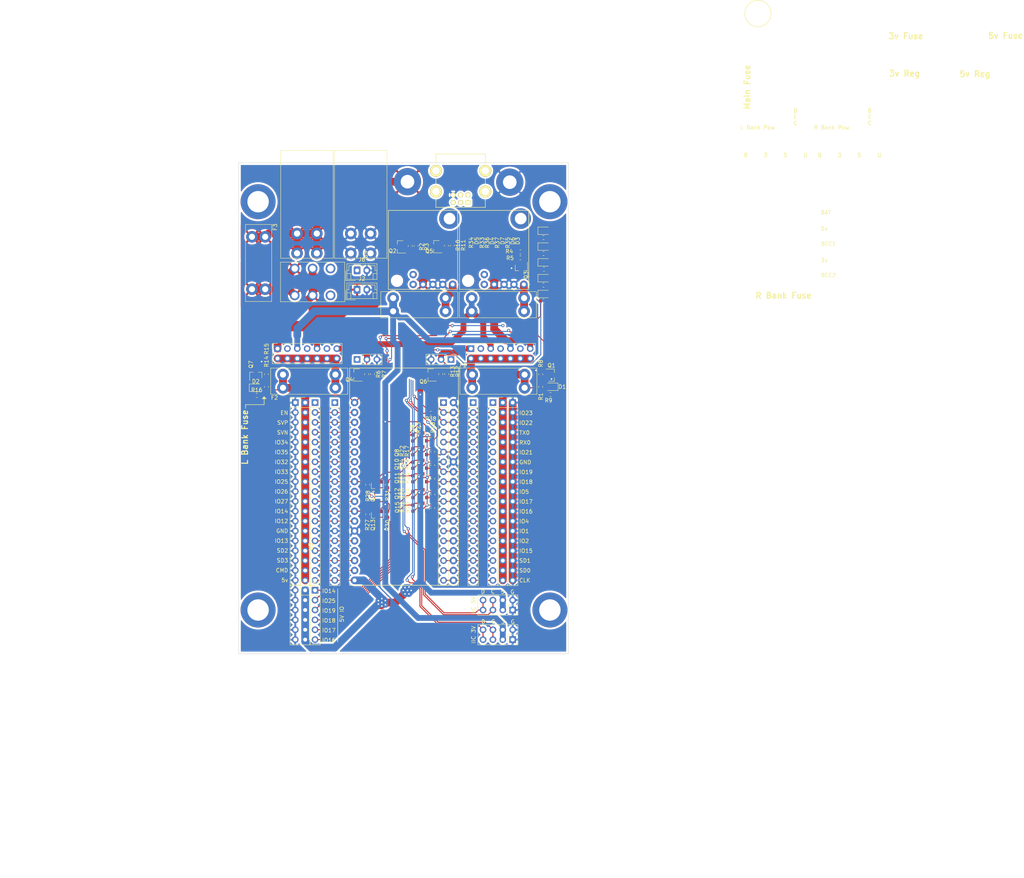
<source format=kicad_pcb>
(kicad_pcb (version 20171130) (host pcbnew "(5.1.2)-2")
  (layers (0 F.Cu signal) (1 In1.Cu signal hide) (2 In2.Cu signal hide) (31 B.Cu signal) (34 B.Paste user hide) (35 F.Paste user hide) (36 B.SilkS user hide) (37 F.SilkS user) (38 B.Mask user hide) (39 F.Mask user hide) (44 Edge.Cuts user))
  (net 0 "")
  (net 1 GND)
  (net 2 "Net-(D1-Pad2)")
  (net 3 "Net-(D2-Pad1)")
  (net 4 "Net-(D3-Pad1)")
  (net 5 +3.3VA)
  (net 6 "Net-(D4-Pad1)")
  (net 7 "Net-(D5-Pad1)")
  (net 8 "Net-(D6-Pad1)")
  (net 9 "Net-(D7-Pad1)")
  (net 10 "Net-(F1-Pad1)")
  (net 11 "Net-(F2-Pad1)")
  (net 12 +BATT)
  (net 13 "Net-(F3-Pad1)")
  (net 14 "Net-(J1-Pad1)")
  (net 15 UBEC1)
  (net 16 +3V3)
  (net 17 +5V)
  (net 18 UBEC2)
  (net 19 "Net-(J9-Pad1)")
  (net 20 "Net-(J13-Pad1)")
  (net 21 "Net-(J13-Pad2)")
  (net 22 "Net-(J13-Pad3)")
  (net 23 "Net-(J13-Pad4)")
  (net 24 "Net-(J13-Pad5)")
  (net 25 "Net-(J13-Pad6)")
  (net 26 "Net-(J13-Pad7)")
  (net 27 "Net-(J13-Pad8)")
  (net 28 "Net-(J13-Pad10)")
  (net 29 "Net-(J13-Pad11)")
  (net 30 "Net-(J13-Pad13)")
  (net 31 "Net-(J13-Pad15)")
  (net 32 "Net-(J13-Pad16)")
  (net 33 "Net-(J13-Pad17)")
  (net 34 "Net-(J13-Pad18)")
  (net 35 SDA_33)
  (net 36 SCL_33)
  (net 37 SCL_5)
  (net 38 SDA_5)
  (net 39 "Net-(J19-Pad1)")
  (net 40 "Net-(J19-Pad3)")
  (net 41 "Net-(J19-Pad4)")
  (net 42 "Net-(J19-Pad5)")
  (net 43 "Net-(J19-Pad10)")
  (net 44 "Net-(J19-Pad13)")
  (net 45 "Net-(J19-Pad14)")
  (net 46 "Net-(J19-Pad15)")
  (net 47 "Net-(J19-Pad16)")
  (net 48 "Net-(J19-Pad17)")
  (net 49 "Net-(J19-Pad18)")
  (net 50 "Net-(J19-Pad19)")
  (net 51 "Net-(J20-Pad1)")
  (net 52 "Net-(J21-Pad1)")
  (net 53 GPIO19_5)
  (net 54 GPIO18_5)
  (net 55 GPIO17_5)
  (net 56 GPIO16_5)
  (net 57 GPIO25_5)
  (net 58 GPIO14_5)
  (net 59 "Net-(J25-Pad5)")
  (net 60 "Net-(Q2-Pad1)")
  (net 61 "Net-(Q3-Pad1)")
  (net 62 "Net-(Q4-Pad1)")
  (net 63 "Net-(Q5-Pad1)")
  (net 64 "Net-(Q6-Pad1)")
  (net 65 GPIO19)
  (net 66 GPIO18)
  (net 67 GPIO17)
  (net 68 GPIO14)
  (net 69 GPIO25)
  (net 70 GPIO16)
  (net 71 "Net-(U1-PadEN)")
  (net 72 "Net-(U1-PadPG)")
  (net 73 "Net-(U2-PadPG)")
  (net 74 "Net-(U2-PadEN)")
  (net 75 "Net-(J4-Pad3)")
  (net 76 "Net-(J4-Pad7)")
  (net 77 "Net-(J4-Pad11)")
  (net 78 "Net-(J8-Pad11)")
  (net 79 "Net-(J8-Pad7)")
  (net 80 "Net-(J8-Pad3)")
  (net 81 "Net-(D3-Pad2)")
  (net 82 "Net-(D4-Pad2)")
  (net 83 "Net-(D5-Pad2)")
  (net 84 "Net-(D6-Pad2)")
  (net 85 "Net-(D7-Pad2)")
  (net 86 "Net-(F4-Pad1)")
  (net 87 "Net-(F5-Pad1)")
  (net 88 "Net-(J16-Pad1)")
  (net 89 prez)
  (net 90 "Net-(F3-Pad2)")
  (net 91 "Net-(U4-Pad1)")
  (net 92 "Net-(D1-Pad1)")
  (net 93 "Net-(D2-Pad2)")
  (net 94 Rail1)
  (net 95 Rail2)
  (net 96 "Net-(Q1-Pad1)")
  (net 97 "Net-(Q7-Pad1)")
  (module esp-devkit:ESP-DEVKIT (layer F.Cu) (at 112.8961 142.0241 270)
    (fp_text reference U3 (at -8.7 11.25 90) (layer F.SilkS))
    (fp_text value esp-devkit)
    (pad 5V thru_hole circle (at 0 0 90) (size 1.905 1.905) (drill 1.016) (layers *.Cu *.Mask) (net 17 +5V))
    (pad CLK thru_hole circle (at 0 -25.4 90) (size 1.905 1.905) (drill 1.016) (layers *.Cu *.Mask) (net 50 "Net-(J19-Pad19)"))
    (pad SD0 thru_hole circle (at -2.54 -25.4 90) (size 1.905 1.905) (drill 1.016) (layers *.Cu *.Mask) (net 49 "Net-(J19-Pad18)"))
    (pad CMD thru_hole circle (at -2.54 0 90) (size 1.905 1.905) (drill 1.016) (layers *.Cu *.Mask) (net 34 "Net-(J13-Pad18)"))
    (pad SD1 thru_hole circle (at -5.08 -25.4 90) (size 1.905 1.905) (drill 1.016) (layers *.Cu *.Mask) (net 48 "Net-(J19-Pad17)"))
    (pad SD3 thru_hole circle (at -5.08 0 90) (size 1.905 1.905) (drill 1.016) (layers *.Cu *.Mask) (net 33 "Net-(J13-Pad17)"))
    (pad IO15 thru_hole circle (at -7.62 -25.4 90) (size 1.905 1.905) (drill 1.016) (layers *.Cu *.Mask) (net 47 "Net-(J19-Pad16)"))
    (pad SD2 thru_hole circle (at -7.62 0 90) (size 1.905 1.905) (drill 1.016) (layers *.Cu *.Mask) (net 32 "Net-(J13-Pad16)"))
    (pad IO2 thru_hole circle (at -10.16 -25.4 90) (size 1.905 1.905) (drill 1.016) (layers *.Cu *.Mask) (net 46 "Net-(J19-Pad15)"))
    (pad IO13 thru_hole circle (at -10.16 0 90) (size 1.905 1.905) (drill 1.016) (layers *.Cu *.Mask) (net 31 "Net-(J13-Pad15)"))
    (pad IO1 thru_hole circle (at -12.7 -25.4 90) (size 1.905 1.905) (drill 1.016) (layers *.Cu *.Mask) (net 45 "Net-(J19-Pad14)"))
    (pad GND thru_hole circle (at -12.7 0 90) (size 1.905 1.905) (drill 1.016) (layers *.Cu *.Mask) (net 1 GND))
    (pad IO4 thru_hole circle (at -15.24 -25.4 90) (size 1.905 1.905) (drill 1.016) (layers *.Cu *.Mask) (net 44 "Net-(J19-Pad13)"))
    (pad IO12 thru_hole circle (at -15.24 0 90) (size 1.905 1.905) (drill 1.016) (layers *.Cu *.Mask) (net 30 "Net-(J13-Pad13)"))
    (pad IO16 thru_hole circle (at -17.78 -25.4 90) (size 1.905 1.905) (drill 1.016) (layers *.Cu *.Mask) (net 70 GPIO16))
    (pad IO14 thru_hole circle (at -17.78 0 90) (size 1.905 1.905) (drill 1.016) (layers *.Cu *.Mask) (net 68 GPIO14))
    (pad IO17 thru_hole circle (at -20.32 -25.4 90) (size 1.905 1.905) (drill 1.016) (layers *.Cu *.Mask) (net 67 GPIO17))
    (pad IO27 thru_hole circle (at -20.32 0 90) (size 1.905 1.905) (drill 1.016) (layers *.Cu *.Mask) (net 29 "Net-(J13-Pad11)"))
    (pad IO5 thru_hole circle (at -22.86 -25.4 90) (size 1.905 1.905) (drill 1.016) (layers *.Cu *.Mask) (net 43 "Net-(J19-Pad10)"))
    (pad IO26 thru_hole circle (at -22.86 0 90) (size 1.905 1.905) (drill 1.016) (layers *.Cu *.Mask) (net 28 "Net-(J13-Pad10)"))
    (pad IO18 thru_hole circle (at -25.4 -25.4 90) (size 1.905 1.905) (drill 1.016) (layers *.Cu *.Mask) (net 66 GPIO18))
    (pad IO25 thru_hole circle (at -25.4 0 90) (size 1.905 1.905) (drill 1.016) (layers *.Cu *.Mask) (net 69 GPIO25))
    (pad IO19 thru_hole circle (at -27.94 -25.4 90) (size 1.905 1.905) (drill 1.016) (layers *.Cu *.Mask) (net 65 GPIO19))
    (pad IO33 thru_hole circle (at -27.94 0 90) (size 1.905 1.905) (drill 1.016) (layers *.Cu *.Mask) (net 27 "Net-(J13-Pad8)"))
    (pad GND thru_hole circle (at -30.48 -25.4 90) (size 1.905 1.905) (drill 1.016) (layers *.Cu *.Mask) (net 1 GND))
    (pad IO32 thru_hole circle (at -30.48 0 90) (size 1.905 1.905) (drill 1.016) (layers *.Cu *.Mask) (net 26 "Net-(J13-Pad7)"))
    (pad IO21 thru_hole circle (at -33.02 -25.4 90) (size 1.905 1.905) (drill 1.016) (layers *.Cu *.Mask) (net 35 SDA_33))
    (pad IO35 thru_hole circle (at -33.02 0 90) (size 1.905 1.905) (drill 1.016) (layers *.Cu *.Mask) (net 25 "Net-(J13-Pad6)"))
    (pad RX0 thru_hole circle (at -35.56 -25.4 90) (size 1.905 1.905) (drill 1.016) (layers *.Cu *.Mask) (net 42 "Net-(J19-Pad5)"))
    (pad IO34 thru_hole circle (at -35.56 0 90) (size 1.905 1.905) (drill 1.016) (layers *.Cu *.Mask) (net 24 "Net-(J13-Pad5)"))
    (pad GND thru_hole circle (at -45.72 -25.4 90) (size 1.905 1.905) (drill 1.016) (layers *.Cu *.Mask) (net 1 GND))
    (pad 3V3 thru_hole circle (at -45.72 0 90) (size 1.905 1.905) (drill 1.016) (layers *.Cu *.Mask) (net 5 +3.3VA))
    (pad TX0 thru_hole circle (at -38.1 -25.4 90) (size 1.905 1.905) (drill 1.016) (layers *.Cu *.Mask) (net 41 "Net-(J19-Pad4)"))
    (pad SVN thru_hole circle (at -38.1 0 90) (size 1.905 1.905) (drill 1.016) (layers *.Cu *.Mask) (net 23 "Net-(J13-Pad4)"))
    (pad IO22 thru_hole circle (at -40.64 -25.4 90) (size 1.905 1.905) (drill 1.016) (layers *.Cu *.Mask) (net 40 "Net-(J19-Pad3)"))
    (pad SVP thru_hole circle (at -40.64 0 90) (size 1.905 1.905) (drill 1.016) (layers *.Cu *.Mask) (net 22 "Net-(J13-Pad3)"))
    (pad IO23 thru_hole circle (at -43.18 -25.4 90) (size 1.905 1.905) (drill 1.016) (layers *.Cu *.Mask) (net 36 SCL_33))
    (pad EN thru_hole circle (at -43.18 0 90) (size 1.905 1.905) (drill 1.016) (layers *.Cu *.Mask) (net 21 "Net-(J13-Pad2)"))
  )
  (module polulu-3784-dcdcreg:polulu-3784-D36V28F7 (layer F.Cu) (at 143.51 65.913)
    (fp_text reference U2 hide)
    (fp_text value polulu-3784-D36V28F7)
    (pad S thru_hole circle (at 12.076056 -16.93) (size 5.3 5.3) (drill 3) (layers *.Cu *.Mask))
    (pad "" np_thru_hole circle (at -1.423944 -0.93) (size 2.18 2.18) (drill 2.18) (layers *.Cu *.Mask))
    (pad PG thru_hole circle (at 2.726056 -2.54 180) (size 1.905 1.905) (drill 1.016) (layers *.Cu *.Mask) (net 73 "Net-(U2-PadPG)"))
    (pad EN thru_hole circle (at 2.726056 0 180) (size 1.905 1.905) (drill 1.016) (layers *.Cu *.Mask) (net 74 "Net-(U2-PadEN)"))
    (pad VIN thru_hole circle (at 5.266056 0 180) (size 1.905 1.905) (drill 1.016) (layers *.Cu *.Mask) (net 12 +BATT))
    (pad GND thru_hole circle (at 7.806056 0 180) (size 1.905 1.905) (drill 1.016) (layers *.Cu *.Mask) (net 1 GND))
    (pad GND thru_hole circle (at 10.346056 0 180) (size 1.905 1.905) (drill 1.016) (layers *.Cu *.Mask) (net 1 GND))
    (pad VOUT thru_hole circle (at 12.886056 0 180) (size 1.905 1.905) (drill 1.016) (layers *.Cu *.Mask) (net 87 "Net-(F5-Pad1)"))
  )
  (module polulu-3784-dcdcreg:polulu-3784-D36V28F7 (layer F.Cu) (at 125.222 65.913)
    (fp_text reference U1 hide)
    (fp_text value polulu-3784-D36V28F7)
    (pad S thru_hole circle (at 12.076056 -16.93) (size 5.3 5.3) (drill 3) (layers *.Cu *.Mask))
    (pad "" np_thru_hole circle (at -1.423944 -0.93) (size 2.18 2.18) (drill 2.18) (layers *.Cu *.Mask))
    (pad PG thru_hole circle (at 2.726056 -2.54 180) (size 1.905 1.905) (drill 1.016) (layers *.Cu *.Mask) (net 72 "Net-(U1-PadPG)"))
    (pad EN thru_hole circle (at 2.726056 0 180) (size 1.905 1.905) (drill 1.016) (layers *.Cu *.Mask) (net 71 "Net-(U1-PadEN)"))
    (pad VIN thru_hole circle (at 5.266056 0 180) (size 1.905 1.905) (drill 1.016) (layers *.Cu *.Mask) (net 12 +BATT))
    (pad GND thru_hole circle (at 7.806056 0 180) (size 1.905 1.905) (drill 1.016) (layers *.Cu *.Mask) (net 1 GND))
    (pad GND thru_hole circle (at 10.346056 0 180) (size 1.905 1.905) (drill 1.016) (layers *.Cu *.Mask) (net 1 GND))
    (pad VOUT thru_hole circle (at 12.886056 0 180) (size 1.905 1.905) (drill 1.016) (layers *.Cu *.Mask) (net 86 "Net-(F4-Pad1)"))
  )
  (module GF-126-0327:GF-126-0327 (layer F.Cu) (at 102.108 65.278 270)
    (fp_text reference U4 (at -7.05 -13.6 90) (layer F.SilkS))
    (fp_text value DPDT_x2)
    (pad 4 thru_hole circle (at -3.455 4.6 270) (size 2.5 2.5) (drill 1.65) (layers *.Cu *.Mask) (net 90 "Net-(F3-Pad2)"))
    (pad 6 thru_hole circle (at -3.455 -4.6 270) (size 2.5 2.5) (drill 1.65) (layers *.Cu *.Mask) (net 91 "Net-(U4-Pad1)"))
    (pad 5 thru_hole circle (at -3.455 0 270) (size 2.5 2.5) (drill 1.65) (layers *.Cu *.Mask) (net 12 +BATT))
    (pad 1 thru_hole circle (at 3.455 -4.6 270) (size 2.5 2.5) (drill 1.65) (layers *.Cu *.Mask) (net 91 "Net-(U4-Pad1)"))
    (pad 3 thru_hole circle (at 3.455 4.6 270) (size 2.5 2.5) (drill 1.65) (layers *.Cu *.Mask) (net 90 "Net-(F3-Pad2)"))
    (pad 2 thru_hole circle (at 3.455 0 270) (size 2.5 2.5) (drill 1.65) (layers *.Cu *.Mask) (net 12 +BATT))
  )
  (module Connector_PinHeader_2.54mm:PinHeader_1x03_P2.54mm_Vertical (layer F.Cu) (at 113.538 85.217 90)
    (fp_text reference J9 hide)
    (fp_text value Conn_01x03)
    (pad 3 thru_hole oval (at 0 5.08 90) (size 1.7 1.7) (drill 1) (layers *.Cu *.Mask) (net 1 GND))
    (pad 2 thru_hole oval (at 0 2.54 90) (size 1.7 1.7) (drill 1) (layers *.Cu *.Mask) (net 18 UBEC2))
    (pad 1 thru_hole rect (at 0 0 90) (size 1.7 1.7) (drill 1) (layers *.Cu *.Mask) (net 19 "Net-(J9-Pad1)"))
  )
  (module LED_SMD:LED_0805_2012Metric (layer F.Cu) (at 161.7053 52.1205)
    (fp_text reference D3 (at -6.8923 2.6076 270) (layer F.SilkS))
    (fp_text value LED_Small)
    (pad 1 smd roundrect (at -0.9375 0) (size 0.975 1.4) (layers F.Cu F.Paste F.Mask) (net 4 "Net-(D3-Pad1)"))
    (pad 2 smd roundrect (at 0.9375 0) (size 0.975 1.4) (layers F.Cu F.Paste F.Mask) (net 81 "Net-(D3-Pad2)"))
  )
  (module LED_SMD:LED_0805_2012Metric (layer F.Cu) (at 161.7053 64.3125)
    (fp_text reference D4 (at -13.4201 -9.5844 270) (layer F.SilkS))
    (fp_text value LED_Small)
    (pad 2 smd roundrect (at 0.9375 0) (size 0.975 1.4) (layers F.Cu F.Paste F.Mask) (net 82 "Net-(D4-Pad2)"))
    (pad 1 smd roundrect (at -0.9375 0) (size 0.975 1.4) (layers F.Cu F.Paste F.Mask) (net 6 "Net-(D4-Pad1)"))
  )
  (module LED_SMD:LED_0805_2012Metric (layer F.Cu) (at 161.7053 68.3765)
    (fp_text reference D5 (at -17.4333 -13.6738 270) (layer F.SilkS))
    (fp_text value LED_Small)
    (pad 2 smd roundrect (at 0.9375 0) (size 0.975 1.4) (layers F.Cu F.Paste F.Mask) (net 83 "Net-(D5-Pad2)"))
    (pad 1 smd roundrect (at -0.9375 0) (size 0.975 1.4) (layers F.Cu F.Paste F.Mask) (net 7 "Net-(D5-Pad1)"))
  )
  (module LED_SMD:LED_0805_2012Metric (layer F.Cu) (at 161.7053 56.1845)
    (fp_text reference D6 (at -8.1369 -1.4564 270) (layer F.SilkS))
    (fp_text value LED_Small)
    (pad 1 smd roundrect (at -0.9375 0) (size 0.975 1.4) (layers F.Cu F.Paste F.Mask) (net 8 "Net-(D6-Pad1)"))
    (pad 2 smd roundrect (at 0.9375 0) (size 0.975 1.4) (layers F.Cu F.Paste F.Mask) (net 84 "Net-(D6-Pad2)"))
  )
  (module LED_SMD:LED_0805_2012Metric (layer F.Cu) (at 161.7053 60.2485)
    (fp_text reference D7 (at -10.7531 -5.5458 270) (layer F.SilkS))
    (fp_text value LED_Small)
    (pad 2 smd roundrect (at 0.9375 0) (size 0.975 1.4) (layers F.Cu F.Paste F.Mask) (net 85 "Net-(D7-Pad2)"))
    (pad 1 smd roundrect (at -0.9375 0) (size 0.975 1.4) (layers F.Cu F.Paste F.Mask) (net 9 "Net-(D7-Pad1)"))
  )
  (module 3557-2:3557-2 (layer F.Cu) (at 101.226 90.805 180)
    (fp_text reference F2 (at 8.9281 -4.2418) (layer F.SilkS))
    (fp_text value Fuse)
    (pad 2 thru_hole circle (at 6.735 1.7 180) (size 3 3) (drill 1.57) (layers *.Cu *.Mask) (net 95 Rail2))
    (pad 2 thru_hole circle (at 6.735 -1.7 180) (size 3 3) (drill 1.57) (layers *.Cu F.Mask) (net 95 Rail2))
    (pad 1 thru_hole circle (at -6.735 1.7 180) (size 3 3) (drill 1.57) (layers *.Cu *.Mask) (net 11 "Net-(F2-Pad1)"))
    (pad 1 thru_hole circle (at -6.735 -1.7 180) (size 3 3) (drill 1.57) (layers *.Cu F.Mask) (net 11 "Net-(F2-Pad1)"))
  )
  (module 3557-2:3557-2 (layer F.Cu) (at 88.216 60.401 270)
    (fp_text reference F3 (at -9.2202 -4.2418 90) (layer F.SilkS))
    (fp_text value Fuse)
    (pad 2 thru_hole circle (at 6.735 1.7 270) (size 3 3) (drill 1.57) (layers *.Cu *.Mask) (net 90 "Net-(F3-Pad2)"))
    (pad 2 thru_hole circle (at 6.735 -1.7 270) (size 3 3) (drill 1.57) (layers *.Cu F.Mask) (net 90 "Net-(F3-Pad2)"))
    (pad 1 thru_hole circle (at -6.735 1.7 270) (size 3 3) (drill 1.57) (layers *.Cu *.Mask) (net 13 "Net-(F3-Pad1)"))
    (pad 1 thru_hole circle (at -6.735 -1.7 270) (size 3 3) (drill 1.57) (layers *.Cu F.Mask) (net 13 "Net-(F3-Pad1)"))
  )
  (module Connector_PinHeader_2.54mm:PinHeader_1x03_P2.54mm_Vertical (layer F.Cu) (at 137.668 85.217 270)
    (fp_text reference J1 hide)
    (fp_text value Conn_01x03)
    (pad 1 thru_hole rect (at 0 0 270) (size 1.7 1.7) (drill 1) (layers *.Cu *.Mask) (net 14 "Net-(J1-Pad1)"))
    (pad 2 thru_hole oval (at 0 2.54 270) (size 1.7 1.7) (drill 1) (layers *.Cu *.Mask) (net 15 UBEC1))
    (pad 3 thru_hole oval (at 0 5.08 270) (size 1.7 1.7) (drill 1) (layers *.Cu *.Mask) (net 1 GND))
  )
  (module Connector_PinHeader_2.54mm:PinHeader_1x19_P2.54mm_Vertical (layer F.Cu) (at 153.5303 96.3041)
    (fp_text reference J3 hide)
    (fp_text value Conn_01x19)
    (pad 1 thru_hole rect (at 0 0) (size 1.7 1.7) (drill 1) (layers *.Cu *.Mask) (net 1 GND))
    (pad 2 thru_hole oval (at 0 2.54) (size 1.7 1.7) (drill 1) (layers *.Cu *.Mask) (net 1 GND))
    (pad 3 thru_hole oval (at 0 5.08) (size 1.7 1.7) (drill 1) (layers *.Cu *.Mask) (net 1 GND))
    (pad 4 thru_hole oval (at 0 7.62) (size 1.7 1.7) (drill 1) (layers *.Cu *.Mask) (net 1 GND))
    (pad 5 thru_hole oval (at 0 10.16) (size 1.7 1.7) (drill 1) (layers *.Cu *.Mask) (net 1 GND))
    (pad 6 thru_hole oval (at 0 12.7) (size 1.7 1.7) (drill 1) (layers *.Cu *.Mask) (net 1 GND))
    (pad 7 thru_hole oval (at 0 15.24) (size 1.7 1.7) (drill 1) (layers *.Cu *.Mask) (net 1 GND))
    (pad 8 thru_hole oval (at 0 17.78) (size 1.7 1.7) (drill 1) (layers *.Cu *.Mask) (net 1 GND))
    (pad 9 thru_hole oval (at 0 20.32) (size 1.7 1.7) (drill 1) (layers *.Cu *.Mask) (net 1 GND))
    (pad 10 thru_hole oval (at 0 22.86) (size 1.7 1.7) (drill 1) (layers *.Cu *.Mask) (net 1 GND))
    (pad 11 thru_hole oval (at 0 25.4) (size 1.7 1.7) (drill 1) (layers *.Cu *.Mask) (net 1 GND))
    (pad 12 thru_hole oval (at 0 27.94) (size 1.7 1.7) (drill 1) (layers *.Cu *.Mask) (net 1 GND))
    (pad 13 thru_hole oval (at 0 30.48) (size 1.7 1.7) (drill 1) (layers *.Cu *.Mask) (net 1 GND))
    (pad 14 thru_hole oval (at 0 33.02) (size 1.7 1.7) (drill 1) (layers *.Cu *.Mask) (net 1 GND))
    (pad 15 thru_hole oval (at 0 35.56) (size 1.7 1.7) (drill 1) (layers *.Cu *.Mask) (net 1 GND))
    (pad 16 thru_hole oval (at 0 38.1) (size 1.7 1.7) (drill 1) (layers *.Cu *.Mask) (net 1 GND))
    (pad 17 thru_hole oval (at 0 40.64) (size 1.7 1.7) (drill 1) (layers *.Cu *.Mask) (net 1 GND))
    (pad 18 thru_hole oval (at 0 43.18) (size 1.7 1.7) (drill 1) (layers *.Cu *.Mask) (net 1 GND))
    (pad 19 thru_hole oval (at 0 45.72) (size 1.7 1.7) (drill 1) (layers *.Cu *.Mask) (net 1 GND))
  )
  (module Connector_PinHeader_2.54mm:PinHeader_1x19_P2.54mm_Vertical (layer F.Cu) (at 150.9903 96.3041)
    (fp_text reference J5 hide)
    (fp_text value Conn_01x19)
    (pad 19 thru_hole oval (at 0 45.72) (size 1.7 1.7) (drill 1) (layers *.Cu *.Mask) (net 94 Rail1))
    (pad 18 thru_hole oval (at 0 43.18) (size 1.7 1.7) (drill 1) (layers *.Cu *.Mask) (net 94 Rail1))
    (pad 17 thru_hole oval (at 0 40.64) (size 1.7 1.7) (drill 1) (layers *.Cu *.Mask) (net 94 Rail1))
    (pad 16 thru_hole oval (at 0 38.1) (size 1.7 1.7) (drill 1) (layers *.Cu *.Mask) (net 94 Rail1))
    (pad 15 thru_hole oval (at 0 35.56) (size 1.7 1.7) (drill 1) (layers *.Cu *.Mask) (net 94 Rail1))
    (pad 14 thru_hole oval (at 0 33.02) (size 1.7 1.7) (drill 1) (layers *.Cu *.Mask) (net 94 Rail1))
    (pad 13 thru_hole oval (at 0 30.48) (size 1.7 1.7) (drill 1) (layers *.Cu *.Mask) (net 94 Rail1))
    (pad 12 thru_hole oval (at 0 27.94) (size 1.7 1.7) (drill 1) (layers *.Cu *.Mask) (net 94 Rail1))
    (pad 11 thru_hole oval (at 0 25.4) (size 1.7 1.7) (drill 1) (layers *.Cu *.Mask) (net 94 Rail1))
    (pad 10 thru_hole oval (at 0 22.86) (size 1.7 1.7) (drill 1) (layers *.Cu *.Mask) (net 94 Rail1))
    (pad 9 thru_hole oval (at 0 20.32) (size 1.7 1.7) (drill 1) (layers *.Cu *.Mask) (net 94 Rail1))
    (pad 8 thru_hole oval (at 0 17.78) (size 1.7 1.7) (drill 1) (layers *.Cu *.Mask) (net 94 Rail1))
    (pad 7 thru_hole oval (at 0 15.24) (size 1.7 1.7) (drill 1) (layers *.Cu *.Mask) (net 94 Rail1))
    (pad 6 thru_hole oval (at 0 12.7) (size 1.7 1.7) (drill 1) (layers *.Cu *.Mask) (net 94 Rail1))
    (pad 5 thru_hole oval (at 0 10.16) (size 1.7 1.7) (drill 1) (layers *.Cu *.Mask) (net 94 Rail1))
    (pad 4 thru_hole oval (at 0 7.62) (size 1.7 1.7) (drill 1) (layers *.Cu *.Mask) (net 94 Rail1))
    (pad 3 thru_hole oval (at 0 5.08) (size 1.7 1.7) (drill 1) (layers *.Cu *.Mask) (net 94 Rail1))
    (pad 2 thru_hole oval (at 0 2.54) (size 1.7 1.7) (drill 1) (layers *.Cu *.Mask) (net 94 Rail1))
    (pad 1 thru_hole rect (at 0 0) (size 1.7 1.7) (drill 1) (layers *.Cu *.Mask) (net 94 Rail1))
  )
  (module Connector_PinHeader_2.54mm:PinHeader_1x19_P2.54mm_Vertical (layer F.Cu) (at 100.203 96.3041)
    (fp_text reference J7 hide)
    (fp_text value Conn_01x19)
    (pad 1 thru_hole rect (at 0 0) (size 1.7 1.7) (drill 1) (layers *.Cu *.Mask) (net 95 Rail2))
    (pad 2 thru_hole oval (at 0 2.54) (size 1.7 1.7) (drill 1) (layers *.Cu *.Mask) (net 95 Rail2))
    (pad 3 thru_hole oval (at 0 5.08) (size 1.7 1.7) (drill 1) (layers *.Cu *.Mask) (net 95 Rail2))
    (pad 4 thru_hole oval (at 0 7.62) (size 1.7 1.7) (drill 1) (layers *.Cu *.Mask) (net 95 Rail2))
    (pad 5 thru_hole oval (at 0 10.16) (size 1.7 1.7) (drill 1) (layers *.Cu *.Mask) (net 95 Rail2))
    (pad 6 thru_hole oval (at 0 12.7) (size 1.7 1.7) (drill 1) (layers *.Cu *.Mask) (net 95 Rail2))
    (pad 7 thru_hole oval (at 0 15.24) (size 1.7 1.7) (drill 1) (layers *.Cu *.Mask) (net 95 Rail2))
    (pad 8 thru_hole oval (at 0 17.78) (size 1.7 1.7) (drill 1) (layers *.Cu *.Mask) (net 95 Rail2))
    (pad 9 thru_hole oval (at 0 20.32) (size 1.7 1.7) (drill 1) (layers *.Cu *.Mask) (net 95 Rail2))
    (pad 10 thru_hole oval (at 0 22.86) (size 1.7 1.7) (drill 1) (layers *.Cu *.Mask) (net 95 Rail2))
    (pad 11 thru_hole oval (at 0 25.4) (size 1.7 1.7) (drill 1) (layers *.Cu *.Mask) (net 95 Rail2))
    (pad 12 thru_hole oval (at 0 27.94) (size 1.7 1.7) (drill 1) (layers *.Cu *.Mask) (net 95 Rail2))
    (pad 13 thru_hole oval (at 0 30.48) (size 1.7 1.7) (drill 1) (layers *.Cu *.Mask) (net 95 Rail2))
    (pad 14 thru_hole oval (at 0 33.02) (size 1.7 1.7) (drill 1) (layers *.Cu *.Mask) (net 95 Rail2))
    (pad 15 thru_hole oval (at 0 35.56) (size 1.7 1.7) (drill 1) (layers *.Cu *.Mask) (net 95 Rail2))
    (pad 16 thru_hole oval (at 0 38.1) (size 1.7 1.7) (drill 1) (layers *.Cu *.Mask) (net 95 Rail2))
    (pad 17 thru_hole oval (at 0 40.64) (size 1.7 1.7) (drill 1) (layers *.Cu *.Mask) (net 95 Rail2))
    (pad 18 thru_hole oval (at 0 43.18) (size 1.7 1.7) (drill 1) (layers *.Cu *.Mask) (net 95 Rail2))
    (pad 19 thru_hole oval (at 0 45.72) (size 1.7 1.7) (drill 1) (layers *.Cu *.Mask) (net 95 Rail2))
  )
  (module Connector_PinHeader_2.54mm:PinHeader_1x19_P2.54mm_Vertical (layer F.Cu) (at 97.663 96.2914)
    (fp_text reference J10 hide)
    (fp_text value Conn_01x19)
    (pad 19 thru_hole oval (at 0 45.72) (size 1.7 1.7) (drill 1) (layers *.Cu *.Mask) (net 1 GND))
    (pad 18 thru_hole oval (at 0 43.18) (size 1.7 1.7) (drill 1) (layers *.Cu *.Mask) (net 1 GND))
    (pad 17 thru_hole oval (at 0 40.64) (size 1.7 1.7) (drill 1) (layers *.Cu *.Mask) (net 1 GND))
    (pad 16 thru_hole oval (at 0 38.1) (size 1.7 1.7) (drill 1) (layers *.Cu *.Mask) (net 1 GND))
    (pad 15 thru_hole oval (at 0 35.56) (size 1.7 1.7) (drill 1) (layers *.Cu *.Mask) (net 1 GND))
    (pad 14 thru_hole oval (at 0 33.02) (size 1.7 1.7) (drill 1) (layers *.Cu *.Mask) (net 1 GND))
    (pad 13 thru_hole oval (at 0 30.48) (size 1.7 1.7) (drill 1) (layers *.Cu *.Mask) (net 1 GND))
    (pad 12 thru_hole oval (at 0 27.94) (size 1.7 1.7) (drill 1) (layers *.Cu *.Mask) (net 1 GND))
    (pad 11 thru_hole oval (at 0 25.4) (size 1.7 1.7) (drill 1) (layers *.Cu *.Mask) (net 1 GND))
    (pad 10 thru_hole oval (at 0 22.86) (size 1.7 1.7) (drill 1) (layers *.Cu *.Mask) (net 1 GND))
    (pad 9 thru_hole oval (at 0 20.32) (size 1.7 1.7) (drill 1) (layers *.Cu *.Mask) (net 1 GND))
    (pad 8 thru_hole oval (at 0 17.78) (size 1.7 1.7) (drill 1) (layers *.Cu *.Mask) (net 1 GND))
    (pad 7 thru_hole oval (at 0 15.24) (size 1.7 1.7) (drill 1) (layers *.Cu *.Mask) (net 1 GND))
    (pad 6 thru_hole oval (at 0 12.7) (size 1.7 1.7) (drill 1) (layers *.Cu *.Mask) (net 1 GND))
    (pad 5 thru_hole oval (at 0 10.16) (size 1.7 1.7) (drill 1) (layers *.Cu *.Mask) (net 1 GND))
    (pad 4 thru_hole oval (at 0 7.62) (size 1.7 1.7) (drill 1) (layers *.Cu *.Mask) (net 1 GND))
    (pad 3 thru_hole oval (at 0 5.08) (size 1.7 1.7) (drill 1) (layers *.Cu *.Mask) (net 1 GND))
    (pad 2 thru_hole oval (at 0 2.54) (size 1.7 1.7) (drill 1) (layers *.Cu *.Mask) (net 1 GND))
    (pad 1 thru_hole rect (at 0 0) (size 1.7 1.7) (drill 1) (layers *.Cu *.Mask) (net 1 GND))
  )
  (module MountingHole:MountingHole_3.5mm_Pad (layer F.Cu) (at 126.492 39.497)
    (fp_text reference J12 hide)
    (fp_text value Conn_01x01_Male)
    (pad 1 thru_hole circle (at 0 0) (size 7 7) (drill 3.5) (layers *.Cu *.Mask) (net 13 "Net-(F3-Pad1)"))
  )
  (module Connector_PinHeader_2.54mm:PinHeader_1x19_P2.54mm_Vertical (layer F.Cu) (at 102.7303 96.3041)
    (fp_text reference J13 hide)
    (fp_text value Conn_01x19)
    (pad 1 thru_hole rect (at 0 0) (size 1.7 1.7) (drill 1) (layers *.Cu *.Mask) (net 20 "Net-(J13-Pad1)"))
    (pad 2 thru_hole oval (at 0 2.54) (size 1.7 1.7) (drill 1) (layers *.Cu *.Mask) (net 21 "Net-(J13-Pad2)"))
    (pad 3 thru_hole oval (at 0 5.08) (size 1.7 1.7) (drill 1) (layers *.Cu *.Mask) (net 22 "Net-(J13-Pad3)"))
    (pad 4 thru_hole oval (at 0 7.62) (size 1.7 1.7) (drill 1) (layers *.Cu *.Mask) (net 23 "Net-(J13-Pad4)"))
    (pad 5 thru_hole oval (at 0 10.16) (size 1.7 1.7) (drill 1) (layers *.Cu *.Mask) (net 24 "Net-(J13-Pad5)"))
    (pad 6 thru_hole oval (at 0 12.7) (size 1.7 1.7) (drill 1) (layers *.Cu *.Mask) (net 25 "Net-(J13-Pad6)"))
    (pad 7 thru_hole oval (at 0 15.24) (size 1.7 1.7) (drill 1) (layers *.Cu *.Mask) (net 26 "Net-(J13-Pad7)"))
    (pad 8 thru_hole oval (at 0 17.78) (size 1.7 1.7) (drill 1) (layers *.Cu *.Mask) (net 27 "Net-(J13-Pad8)"))
    (pad 9 thru_hole oval (at 0 20.32) (size 1.7 1.7) (drill 1) (layers *.Cu *.Mask) (net 69 GPIO25))
    (pad 10 thru_hole oval (at 0 22.86) (size 1.7 1.7) (drill 1) (layers *.Cu *.Mask) (net 28 "Net-(J13-Pad10)"))
    (pad 11 thru_hole oval (at 0 25.4) (size 1.7 1.7) (drill 1) (layers *.Cu *.Mask) (net 29 "Net-(J13-Pad11)"))
    (pad 12 thru_hole oval (at 0 27.94) (size 1.7 1.7) (drill 1) (layers *.Cu *.Mask) (net 68 GPIO14))
    (pad 13 thru_hole oval (at 0 30.48) (size 1.7 1.7) (drill 1) (layers *.Cu *.Mask) (net 30 "Net-(J13-Pad13)"))
    (pad 14 thru_hole oval (at 0 33.02) (size 1.7 1.7) (drill 1) (layers *.Cu *.Mask) (net 1 GND))
    (pad 15 thru_hole oval (at 0 35.56) (size 1.7 1.7) (drill 1) (layers *.Cu *.Mask) (net 31 "Net-(J13-Pad15)"))
    (pad 16 thru_hole oval (at 0 38.1) (size 1.7 1.7) (drill 1) (layers *.Cu *.Mask) (net 32 "Net-(J13-Pad16)"))
    (pad 17 thru_hole oval (at 0 40.64) (size 1.7 1.7) (drill 1) (layers *.Cu *.Mask) (net 33 "Net-(J13-Pad17)"))
    (pad 18 thru_hole oval (at 0 43.18) (size 1.7 1.7) (drill 1) (layers *.Cu *.Mask) (net 34 "Net-(J13-Pad18)"))
    (pad 19 thru_hole oval (at 0 45.72) (size 1.7 1.7) (drill 1) (layers *.Cu *.Mask) (net 17 +5V))
  )
  (module Connector_PinHeader_2.54mm:PinHeader_1x19_P2.54mm_Vertical (layer F.Cu) (at 107.8103 96.3041)
    (fp_text reference J16 hide)
    (fp_text value Conn_01x19)
    (pad 1 thru_hole rect (at 0 0) (size 1.7 1.7) (drill 1) (layers *.Cu *.Mask) (net 88 "Net-(J16-Pad1)"))
    (pad 2 thru_hole oval (at 0 2.54) (size 1.7 1.7) (drill 1) (layers *.Cu *.Mask) (net 21 "Net-(J13-Pad2)"))
    (pad 3 thru_hole oval (at 0 5.08) (size 1.7 1.7) (drill 1) (layers *.Cu *.Mask) (net 22 "Net-(J13-Pad3)"))
    (pad 4 thru_hole oval (at 0 7.62) (size 1.7 1.7) (drill 1) (layers *.Cu *.Mask) (net 23 "Net-(J13-Pad4)"))
    (pad 5 thru_hole oval (at 0 10.16) (size 1.7 1.7) (drill 1) (layers *.Cu *.Mask) (net 24 "Net-(J13-Pad5)"))
    (pad 6 thru_hole oval (at 0 12.7) (size 1.7 1.7) (drill 1) (layers *.Cu *.Mask) (net 25 "Net-(J13-Pad6)"))
    (pad 7 thru_hole oval (at 0 15.24) (size 1.7 1.7) (drill 1) (layers *.Cu *.Mask) (net 26 "Net-(J13-Pad7)"))
    (pad 8 thru_hole oval (at 0 17.78) (size 1.7 1.7) (drill 1) (layers *.Cu *.Mask) (net 27 "Net-(J13-Pad8)"))
    (pad 9 thru_hole oval (at 0 20.32) (size 1.7 1.7) (drill 1) (layers *.Cu *.Mask) (net 69 GPIO25))
    (pad 10 thru_hole oval (at 0 22.86) (size 1.7 1.7) (drill 1) (layers *.Cu *.Mask) (net 28 "Net-(J13-Pad10)"))
    (pad 11 thru_hole oval (at 0 25.4) (size 1.7 1.7) (drill 1) (layers *.Cu *.Mask) (net 29 "Net-(J13-Pad11)"))
    (pad 12 thru_hole oval (at 0 27.94) (size 1.7 1.7) (drill 1) (layers *.Cu *.Mask) (net 68 GPIO14))
    (pad 13 thru_hole oval (at 0 30.48) (size 1.7 1.7) (drill 1) (layers *.Cu *.Mask) (net 30 "Net-(J13-Pad13)"))
    (pad 14 thru_hole oval (at 0 33.02) (size 1.7 1.7) (drill 1) (layers *.Cu *.Mask) (net 1 GND))
    (pad 15 thru_hole oval (at 0 35.56) (size 1.7 1.7) (drill 1) (layers *.Cu *.Mask) (net 31 "Net-(J13-Pad15)"))
    (pad 16 thru_hole oval (at 0 38.1) (size 1.7 1.7) (drill 1) (layers *.Cu *.Mask) (net 32 "Net-(J13-Pad16)"))
    (pad 17 thru_hole oval (at 0 40.64) (size 1.7 1.7) (drill 1) (layers *.Cu *.Mask) (net 33 "Net-(J13-Pad17)"))
    (pad 18 thru_hole oval (at 0 43.18) (size 1.7 1.7) (drill 1) (layers *.Cu *.Mask) (net 34 "Net-(J13-Pad18)"))
    (pad 19 thru_hole oval (at 0 45.72) (size 1.7 1.7) (drill 1) (layers *.Cu *.Mask) (net 17 +5V))
  )
  (module Connector_PinHeader_2.54mm:PinHeader_1x19_P2.54mm_Vertical (layer F.Cu) (at 135.7503 96.3041)
    (fp_text reference J19 hide)
    (fp_text value Conn_01x19)
    (pad 1 thru_hole rect (at 0 0) (size 1.7 1.7) (drill 1) (layers *.Cu *.Mask) (net 39 "Net-(J19-Pad1)"))
    (pad 2 thru_hole oval (at 0 2.54) (size 1.7 1.7) (drill 1) (layers *.Cu *.Mask) (net 36 SCL_33))
    (pad 3 thru_hole oval (at 0 5.08) (size 1.7 1.7) (drill 1) (layers *.Cu *.Mask) (net 40 "Net-(J19-Pad3)"))
    (pad 4 thru_hole oval (at 0 7.62) (size 1.7 1.7) (drill 1) (layers *.Cu *.Mask) (net 41 "Net-(J19-Pad4)"))
    (pad 5 thru_hole oval (at 0 10.16) (size 1.7 1.7) (drill 1) (layers *.Cu *.Mask) (net 42 "Net-(J19-Pad5)"))
    (pad 6 thru_hole oval (at 0 12.7) (size 1.7 1.7) (drill 1) (layers *.Cu *.Mask) (net 35 SDA_33))
    (pad 7 thru_hole oval (at 0 15.24) (size 1.7 1.7) (drill 1) (layers *.Cu *.Mask) (net 1 GND))
    (pad 8 thru_hole oval (at 0 17.78) (size 1.7 1.7) (drill 1) (layers *.Cu *.Mask) (net 65 GPIO19))
    (pad 9 thru_hole oval (at 0 20.32) (size 1.7 1.7) (drill 1) (layers *.Cu *.Mask) (net 66 GPIO18))
    (pad 10 thru_hole oval (at 0 22.86) (size 1.7 1.7) (drill 1) (layers *.Cu *.Mask) (net 43 "Net-(J19-Pad10)"))
    (pad 11 thru_hole oval (at 0 25.4) (size 1.7 1.7) (drill 1) (layers *.Cu *.Mask) (net 67 GPIO17))
    (pad 12 thru_hole oval (at 0 27.94) (size 1.7 1.7) (drill 1) (layers *.Cu *.Mask) (net 70 GPIO16))
    (pad 13 thru_hole oval (at 0 30.48) (size 1.7 1.7) (drill 1) (layers *.Cu *.Mask) (net 44 "Net-(J19-Pad13)"))
    (pad 14 thru_hole oval (at 0 33.02) (size 1.7 1.7) (drill 1) (layers *.Cu *.Mask) (net 45 "Net-(J19-Pad14)"))
    (pad 15 thru_hole oval (at 0 35.56) (size 1.7 1.7) (drill 1) (layers *.Cu *.Mask) (net 46 "Net-(J19-Pad15)"))
    (pad 16 thru_hole oval (at 0 38.1) (size 1.7 1.7) (drill 1) (layers *.Cu *.Mask) (net 47 "Net-(J19-Pad16)"))
    (pad 17 thru_hole oval (at 0 40.64) (size 1.7 1.7) (drill 1) (layers *.Cu *.Mask) (net 48 "Net-(J19-Pad17)"))
    (pad 18 thru_hole oval (at 0 43.18) (size 1.7 1.7) (drill 1) (layers *.Cu *.Mask) (net 49 "Net-(J19-Pad18)"))
    (pad 19 thru_hole oval (at 0 45.72) (size 1.7 1.7) (drill 1) (layers *.Cu *.Mask) (net 50 "Net-(J19-Pad19)"))
  )
  (module Connector_PinHeader_2.54mm:PinHeader_1x19_P2.54mm_Vertical (layer F.Cu) (at 143.3703 96.3041)
    (fp_text reference J20 hide)
    (fp_text value Conn_01x19)
    (pad 1 thru_hole rect (at 0 0) (size 1.7 1.7) (drill 1) (layers *.Cu *.Mask) (net 51 "Net-(J20-Pad1)"))
    (pad 2 thru_hole oval (at 0 2.54) (size 1.7 1.7) (drill 1) (layers *.Cu *.Mask) (net 36 SCL_33))
    (pad 3 thru_hole oval (at 0 5.08) (size 1.7 1.7) (drill 1) (layers *.Cu *.Mask) (net 40 "Net-(J19-Pad3)"))
    (pad 4 thru_hole oval (at 0 7.62) (size 1.7 1.7) (drill 1) (layers *.Cu *.Mask) (net 41 "Net-(J19-Pad4)"))
    (pad 5 thru_hole oval (at 0 10.16) (size 1.7 1.7) (drill 1) (layers *.Cu *.Mask) (net 42 "Net-(J19-Pad5)"))
    (pad 6 thru_hole oval (at 0 12.7) (size 1.7 1.7) (drill 1) (layers *.Cu *.Mask) (net 35 SDA_33))
    (pad 7 thru_hole oval (at 0 15.24) (size 1.7 1.7) (drill 1) (layers *.Cu *.Mask) (net 1 GND))
    (pad 8 thru_hole oval (at 0 17.78) (size 1.7 1.7) (drill 1) (layers *.Cu *.Mask) (net 65 GPIO19))
    (pad 9 thru_hole oval (at 0 20.32) (size 1.7 1.7) (drill 1) (layers *.Cu *.Mask) (net 66 GPIO18))
    (pad 10 thru_hole oval (at 0 22.86) (size 1.7 1.7) (drill 1) (layers *.Cu *.Mask) (net 43 "Net-(J19-Pad10)"))
    (pad 11 thru_hole oval (at 0 25.4) (size 1.7 1.7) (drill 1) (layers *.Cu *.Mask) (net 67 GPIO17))
    (pad 12 thru_hole oval (at 0 27.94) (size 1.7 1.7) (drill 1) (layers *.Cu *.Mask) (net 70 GPIO16))
    (pad 13 thru_hole oval (at 0 30.48) (size 1.7 1.7) (drill 1) (layers *.Cu *.Mask) (net 44 "Net-(J19-Pad13)"))
    (pad 14 thru_hole oval (at 0 33.02) (size 1.7 1.7) (drill 1) (layers *.Cu *.Mask) (net 45 "Net-(J19-Pad14)"))
    (pad 15 thru_hole oval (at 0 35.56) (size 1.7 1.7) (drill 1) (layers *.Cu *.Mask) (net 46 "Net-(J19-Pad15)"))
    (pad 16 thru_hole oval (at 0 38.1) (size 1.7 1.7) (drill 1) (layers *.Cu *.Mask) (net 47 "Net-(J19-Pad16)"))
    (pad 17 thru_hole oval (at 0 40.64) (size 1.7 1.7) (drill 1) (layers *.Cu *.Mask) (net 48 "Net-(J19-Pad17)"))
    (pad 18 thru_hole oval (at 0 43.18) (size 1.7 1.7) (drill 1) (layers *.Cu *.Mask) (net 49 "Net-(J19-Pad18)"))
    (pad 19 thru_hole oval (at 0 45.72) (size 1.7 1.7) (drill 1) (layers *.Cu *.Mask) (net 50 "Net-(J19-Pad19)"))
  )
  (module Connector_PinHeader_2.54mm:PinHeader_1x19_P2.54mm_Vertical (layer F.Cu) (at 148.4503 96.3041)
    (fp_text reference J21 hide)
    (fp_text value Conn_01x19)
    (pad 19 thru_hole oval (at 0 45.72) (size 1.7 1.7) (drill 1) (layers *.Cu *.Mask) (net 50 "Net-(J19-Pad19)"))
    (pad 18 thru_hole oval (at 0 43.18) (size 1.7 1.7) (drill 1) (layers *.Cu *.Mask) (net 49 "Net-(J19-Pad18)"))
    (pad 17 thru_hole oval (at 0 40.64) (size 1.7 1.7) (drill 1) (layers *.Cu *.Mask) (net 48 "Net-(J19-Pad17)"))
    (pad 16 thru_hole oval (at 0 38.1) (size 1.7 1.7) (drill 1) (layers *.Cu *.Mask) (net 47 "Net-(J19-Pad16)"))
    (pad 15 thru_hole oval (at 0 35.56) (size 1.7 1.7) (drill 1) (layers *.Cu *.Mask) (net 46 "Net-(J19-Pad15)"))
    (pad 14 thru_hole oval (at 0 33.02) (size 1.7 1.7) (drill 1) (layers *.Cu *.Mask) (net 45 "Net-(J19-Pad14)"))
    (pad 13 thru_hole oval (at 0 30.48) (size 1.7 1.7) (drill 1) (layers *.Cu *.Mask) (net 44 "Net-(J19-Pad13)"))
    (pad 12 thru_hole oval (at 0 27.94) (size 1.7 1.7) (drill 1) (layers *.Cu *.Mask) (net 70 GPIO16))
    (pad 11 thru_hole oval (at 0 25.4) (size 1.7 1.7) (drill 1) (layers *.Cu *.Mask) (net 67 GPIO17))
    (pad 10 thru_hole oval (at 0 22.86) (size 1.7 1.7) (drill 1) (layers *.Cu *.Mask) (net 43 "Net-(J19-Pad10)"))
    (pad 9 thru_hole oval (at 0 20.32) (size 1.7 1.7) (drill 1) (layers *.Cu *.Mask) (net 66 GPIO18))
    (pad 8 thru_hole oval (at 0 17.78) (size 1.7 1.7) (drill 1) (layers *.Cu *.Mask) (net 65 GPIO19))
    (pad 7 thru_hole oval (at 0 15.24) (size 1.7 1.7) (drill 1) (layers *.Cu *.Mask) (net 1 GND))
    (pad 6 thru_hole oval (at 0 12.7) (size 1.7 1.7) (drill 1) (layers *.Cu *.Mask) (net 35 SDA_33))
    (pad 5 thru_hole oval (at 0 10.16) (size 1.7 1.7) (drill 1) (layers *.Cu *.Mask) (net 42 "Net-(J19-Pad5)"))
    (pad 4 thru_hole oval (at 0 7.62) (size 1.7 1.7) (drill 1) (layers *.Cu *.Mask) (net 41 "Net-(J19-Pad4)"))
    (pad 3 thru_hole oval (at 0 5.08) (size 1.7 1.7) (drill 1) (layers *.Cu *.Mask) (net 40 "Net-(J19-Pad3)"))
    (pad 2 thru_hole oval (at 0 2.54) (size 1.7 1.7) (drill 1) (layers *.Cu *.Mask) (net 36 SCL_33))
    (pad 1 thru_hole rect (at 0 0) (size 1.7 1.7) (drill 1) (layers *.Cu *.Mask) (net 52 "Net-(J21-Pad1)"))
  )
  (module Connector_PinHeader_2.54mm:PinHeader_1x06_P2.54mm_Vertical (layer F.Cu) (at 102.7303 144.5625)
    (fp_text reference J22 (at 0 -2.33) (layer F.SilkS))
    (fp_text value Conn_01x06)
    (pad 1 thru_hole rect (at 0 0) (size 1.7 1.7) (drill 1) (layers *.Cu *.Mask) (net 58 GPIO14_5))
    (pad 2 thru_hole oval (at 0 2.54) (size 1.7 1.7) (drill 1) (layers *.Cu *.Mask) (net 57 GPIO25_5))
    (pad 3 thru_hole oval (at 0 5.08) (size 1.7 1.7) (drill 1) (layers *.Cu *.Mask) (net 53 GPIO19_5))
    (pad 4 thru_hole oval (at 0 7.62) (size 1.7 1.7) (drill 1) (layers *.Cu *.Mask) (net 54 GPIO18_5))
    (pad 5 thru_hole oval (at 0 10.16) (size 1.7 1.7) (drill 1) (layers *.Cu *.Mask) (net 55 GPIO17_5))
    (pad 6 thru_hole oval (at 0 12.7) (size 1.7 1.7) (drill 1) (layers *.Cu *.Mask) (net 56 GPIO16_5))
  )
  (module MountingHole:MountingHole_3.5mm_Pad (layer F.Cu) (at 152.781 39.624)
    (fp_text reference J24 hide)
    (fp_text value Conn_01x01_Male)
    (pad 1 thru_hole circle (at 0 0) (size 7 7) (drill 3.5) (layers *.Cu *.Mask) (net 1 GND))
  )
  (module wiichuck:CONN_WII (layer F.Cu) (at 140.1445 39.2379)
    (fp_text reference J25 hide)
    (fp_text value Conn_01x06 hide)
    (pad 1 thru_hole rect (at 1.905 5.588) (size 1.27 1.27) (drill 0.635) (layers *.Cu *.Mask F.SilkS) (net 35 SDA_33))
    (pad 2 thru_hole circle (at 1.905 3.683) (size 1.27 1.27) (drill 0.635) (layers *.Cu *.Mask F.SilkS) (net 89 prez))
    (pad 3 thru_hole circle (at 0 5.588) (size 1.27 1.27) (drill 0.635) (layers *.Cu *.Mask F.SilkS) (net 16 +3V3))
    (pad 4 thru_hole circle (at 0 3.683) (size 1.27 1.27) (drill 0.635) (layers *.Cu *.Mask F.SilkS) (net 36 SCL_33))
    (pad 5 thru_hole circle (at -1.905 5.588) (size 1.27 1.27) (drill 0.635) (layers *.Cu *.Mask F.SilkS) (net 59 "Net-(J25-Pad5)"))
    (pad 6 thru_hole circle (at -1.905 3.683) (size 1.27 1.27) (drill 0.635) (layers *.Cu *.Mask F.SilkS) (net 1 GND))
    (pad "" thru_hole circle (at 6.35 2.794) (size 3.048 3.048) (drill 1.905) (layers *.Cu *.Mask F.SilkS))
    (pad "" thru_hole circle (at -6.35 -2.54) (size 3.048 3.048) (drill 1.905) (layers *.Cu *.Mask F.SilkS))
    (pad "" thru_hole circle (at 6.35 -2.54) (size 3.048 3.048) (drill 1.905) (layers *.Cu *.Mask F.SilkS))
    (pad "" thru_hole circle (at -6.35 2.794) (size 3.048 3.048) (drill 1.905) (layers *.Cu *.Mask F.SilkS))
  )
  (module Package_TO_SOT_SMD:SOT-23 (layer F.Cu) (at 124.6416 56.2689 180)
    (fp_text reference Q2 (at 1.9723 -1.05) (layer F.SilkS))
    (fp_text value BSS138)
    (pad 1 smd rect (at -1 -0.95 180) (size 0.9 0.8) (layers F.Cu F.Paste F.Mask) (net 60 "Net-(Q2-Pad1)"))
    (pad 2 smd rect (at -1 0.95 180) (size 0.9 0.8) (layers F.Cu F.Paste F.Mask) (net 1 GND))
    (pad 3 smd rect (at 1 0 180) (size 0.9 0.8) (layers F.Cu F.Paste F.Mask) (net 4 "Net-(D3-Pad1)"))
  )
  (module Package_TO_SOT_SMD:SOT-23 (layer F.Cu) (at 155.7569 61.6204 270)
    (fp_text reference Q3 (at 1.8961 -1.2278 90) (layer F.SilkS))
    (fp_text value BSS138)
    (pad 3 smd rect (at 1 0 270) (size 0.9 0.8) (layers F.Cu F.Paste F.Mask) (net 6 "Net-(D4-Pad1)"))
    (pad 2 smd rect (at -1 0.95 270) (size 0.9 0.8) (layers F.Cu F.Paste F.Mask) (net 1 GND))
    (pad 1 smd rect (at -1 -0.95 270) (size 0.9 0.8) (layers F.Cu F.Paste F.Mask) (net 61 "Net-(Q3-Pad1)"))
  )
  (module Package_TO_SOT_SMD:SOT-23 (layer F.Cu) (at 113.4656 89.2089 180)
    (fp_text reference Q4 (at 1.9215 -1.177) (layer F.SilkS))
    (fp_text value BSS138)
    (pad 3 smd rect (at 1 0 180) (size 0.9 0.8) (layers F.Cu F.Paste F.Mask) (net 7 "Net-(D5-Pad1)"))
    (pad 2 smd rect (at -1 0.95 180) (size 0.9 0.8) (layers F.Cu F.Paste F.Mask) (net 1 GND))
    (pad 1 smd rect (at -1 -0.95 180) (size 0.9 0.8) (layers F.Cu F.Paste F.Mask) (net 62 "Net-(Q4-Pad1)"))
  )
  (module Package_TO_SOT_SMD:SOT-23 (layer F.Cu) (at 133.9761 56.2054 180)
    (fp_text reference Q5 (at 1.8961 -1.1516) (layer F.SilkS))
    (fp_text value BSS138)
    (pad 1 smd rect (at -1 -0.95 180) (size 0.9 0.8) (layers F.Cu F.Paste F.Mask) (net 63 "Net-(Q5-Pad1)"))
    (pad 2 smd rect (at -1 0.95 180) (size 0.9 0.8) (layers F.Cu F.Paste F.Mask) (net 1 GND))
    (pad 3 smd rect (at 1 0 180) (size 0.9 0.8) (layers F.Cu F.Paste F.Mask) (net 8 "Net-(D6-Pad1)"))
  )
  (module Package_TO_SOT_SMD:SOT-23 (layer F.Cu) (at 132.5156 89.2089 180)
    (fp_text reference Q6 (at 1.9469 -1.685) (layer F.SilkS))
    (fp_text value BSS138)
    (pad 1 smd rect (at -1 -0.95 180) (size 0.9 0.8) (layers F.Cu F.Paste F.Mask) (net 64 "Net-(Q6-Pad1)"))
    (pad 2 smd rect (at -1 0.95 180) (size 0.9 0.8) (layers F.Cu F.Paste F.Mask) (net 1 GND))
    (pad 3 smd rect (at 1 0 180) (size 0.9 0.8) (layers F.Cu F.Paste F.Mask) (net 9 "Net-(D7-Pad1)"))
  )
  (module Package_TO_SOT_SMD:SOT-23 (layer F.Cu) (at 130.44222 108.67642 90)
    (fp_text reference Q8 (at -0.53088 -6.68072 90) (layer F.SilkS))
    (fp_text value BSS138)
    (pad 3 smd rect (at 1 0 90) (size 0.9 0.8) (layers F.Cu F.Paste F.Mask) (net 38 SDA_5))
    (pad 2 smd rect (at -1 0.95 90) (size 0.9 0.8) (layers F.Cu F.Paste F.Mask) (net 35 SDA_33))
    (pad 1 smd rect (at -1 -0.95 90) (size 0.9 0.8) (layers F.Cu F.Paste F.Mask) (net 16 +3V3))
  )
  (module Package_TO_SOT_SMD:SOT-23 (layer F.Cu) (at 130.44222 105.12042 90)
    (fp_text reference Q9 (at 2.18692 -2.66752 90) (layer F.SilkS))
    (fp_text value BSS138)
    (pad 3 smd rect (at 1 0 90) (size 0.9 0.8) (layers F.Cu F.Paste F.Mask) (net 37 SCL_5))
    (pad 2 smd rect (at -1 0.95 90) (size 0.9 0.8) (layers F.Cu F.Paste F.Mask) (net 36 SCL_33))
    (pad 1 smd rect (at -1 -0.95 90) (size 0.9 0.8) (layers F.Cu F.Paste F.Mask) (net 16 +3V3))
  )
  (module Package_TO_SOT_SMD:SOT-23 (layer F.Cu) (at 130.4473 112.1613 90)
    (fp_text reference Q10 (at 0 -6.7112 90) (layer F.SilkS))
    (fp_text value BSS138)
    (pad 3 smd rect (at 1 0 90) (size 0.9 0.8) (layers F.Cu F.Paste F.Mask) (net 53 GPIO19_5))
    (pad 2 smd rect (at -1 0.95 90) (size 0.9 0.8) (layers F.Cu F.Paste F.Mask) (net 65 GPIO19))
    (pad 1 smd rect (at -1 -0.95 90) (size 0.9 0.8) (layers F.Cu F.Paste F.Mask) (net 16 +3V3))
  )
  (module Package_TO_SOT_SMD:SOT-23 (layer F.Cu) (at 130.4473 115.6411 90)
    (fp_text reference Q11 (at -0.0432 -6.6604 90) (layer F.SilkS))
    (fp_text value BSS138)
    (pad 1 smd rect (at -1 -0.95 90) (size 0.9 0.8) (layers F.Cu F.Paste F.Mask) (net 16 +3V3))
    (pad 2 smd rect (at -1 0.95 90) (size 0.9 0.8) (layers F.Cu F.Paste F.Mask) (net 66 GPIO18))
    (pad 3 smd rect (at 1 0 90) (size 0.9 0.8) (layers F.Cu F.Paste F.Mask) (net 54 GPIO18_5))
  )
  (module Package_TO_SOT_SMD:SOT-23 (layer F.Cu) (at 130.48286 119.71526 90)
    (fp_text reference Q12 (at 0 -6.69596 90) (layer F.SilkS))
    (fp_text value BSS138)
    (pad 3 smd rect (at 1 0 90) (size 0.9 0.8) (layers F.Cu F.Paste F.Mask) (net 55 GPIO17_5))
    (pad 2 smd rect (at -1 0.95 90) (size 0.9 0.8) (layers F.Cu F.Paste F.Mask) (net 67 GPIO17))
    (pad 1 smd rect (at -1 -0.95 90) (size 0.9 0.8) (layers F.Cu F.Paste F.Mask) (net 16 +3V3))
  )
  (module Package_TO_SOT_SMD:SOT-23 (layer F.Cu) (at 118.8029 125.2779 270)
    (fp_text reference Q13 (at 2.5222 1.1882 90) (layer F.SilkS))
    (fp_text value BSS138)
    (pad 1 smd rect (at -1 -0.95 270) (size 0.9 0.8) (layers F.Cu F.Paste F.Mask) (net 16 +3V3))
    (pad 2 smd rect (at -1 0.95 270) (size 0.9 0.8) (layers F.Cu F.Paste F.Mask) (net 68 GPIO14))
    (pad 3 smd rect (at 1 0 270) (size 0.9 0.8) (layers F.Cu F.Paste F.Mask) (net 58 GPIO14_5))
  )
  (module Package_TO_SOT_SMD:SOT-23 (layer F.Cu) (at 118.7775 117.6833 270)
    (fp_text reference Q14 (at 2.6492 1.1628 90) (layer F.SilkS))
    (fp_text value BSS138)
    (pad 3 smd rect (at 1 0 270) (size 0.9 0.8) (layers F.Cu F.Paste F.Mask) (net 57 GPIO25_5))
    (pad 2 smd rect (at -1 0.95 270) (size 0.9 0.8) (layers F.Cu F.Paste F.Mask) (net 69 GPIO25))
    (pad 1 smd rect (at -1 -0.95 270) (size 0.9 0.8) (layers F.Cu F.Paste F.Mask) (net 16 +3V3))
  )
  (module Package_TO_SOT_SMD:SOT-23 (layer F.Cu) (at 130.4727 123.1849 90)
    (fp_text reference Q15 (at -0.0432 -6.6096 90) (layer F.SilkS))
    (fp_text value BSS138)
    (pad 1 smd rect (at -1 -0.95 90) (size 0.9 0.8) (layers F.Cu F.Paste F.Mask) (net 16 +3V3))
    (pad 2 smd rect (at -1 0.95 90) (size 0.9 0.8) (layers F.Cu F.Paste F.Mask) (net 70 GPIO16))
    (pad 3 smd rect (at 1 0 90) (size 0.9 0.8) (layers F.Cu F.Paste F.Mask) (net 56 GPIO16_5))
  )
  (module Resistor_SMD:R_0603_1608Metric (layer F.Cu) (at 128.7056 56.0149 90)
    (fp_text reference R2 (at -0.2118 1.4313 90) (layer F.SilkS))
    (fp_text value R_Small)
    (pad 2 smd roundrect (at 0.7875 0 90) (size 0.875 0.95) (layers F.Cu F.Paste F.Mask) (net 12 +BATT))
    (pad 1 smd roundrect (at -0.7875 0 90) (size 0.875 0.95) (layers F.Cu F.Paste F.Mask) (net 60 "Net-(Q2-Pad1)"))
  )
  (module Resistor_SMD:R_0603_1608Metric (layer F.Cu) (at 127.1816 56.0149 270)
    (fp_text reference R3 (at 0.2372 -4.2253 90) (layer F.SilkS))
    (fp_text value R_Small)
    (pad 1 smd roundrect (at -0.7875 0 270) (size 0.875 0.95) (layers F.Cu F.Paste F.Mask) (net 1 GND))
    (pad 2 smd roundrect (at 0.7875 0 270) (size 0.875 0.95) (layers F.Cu F.Paste F.Mask) (net 60 "Net-(Q2-Pad1)"))
  )
  (module Resistor_SMD:R_0603_1608Metric (layer F.Cu) (at 155.5029 57.5564 180)
    (fp_text reference R4 (at 2.8489 0.1359) (layer F.SilkS))
    (fp_text value R_Small)
    (pad 2 smd roundrect (at 0.7875 0 180) (size 0.875 0.95) (layers F.Cu F.Paste F.Mask) (net 16 +3V3))
    (pad 1 smd roundrect (at -0.7875 0 180) (size 0.875 0.95) (layers F.Cu F.Paste F.Mask) (net 61 "Net-(Q3-Pad1)"))
  )
  (module Resistor_SMD:R_0603_1608Metric (layer F.Cu) (at 155.5029 59.0804)
    (fp_text reference R5 (at -2.6584 0.0546) (layer F.SilkS))
    (fp_text value R_Small)
    (pad 1 smd roundrect (at -0.7875 0) (size 0.875 0.95) (layers F.Cu F.Paste F.Mask) (net 1 GND))
    (pad 2 smd roundrect (at 0.7875 0) (size 0.875 0.95) (layers F.Cu F.Paste F.Mask) (net 61 "Net-(Q3-Pad1)"))
  )
  (module Resistor_SMD:R_0603_1608Metric (layer F.Cu) (at 116 89 90)
    (fp_text reference R6 (at 0 3 90) (layer F.SilkS))
    (fp_text value R_Small)
    (pad 2 smd roundrect (at 0.7875 0 90) (size 0.875 0.95) (layers F.Cu F.Paste F.Mask) (net 18 UBEC2))
    (pad 1 smd roundrect (at -0.7875 0 90) (size 0.875 0.95) (layers F.Cu F.Paste F.Mask) (net 62 "Net-(Q4-Pad1)"))
  )
  (module Resistor_SMD:R_0603_1608Metric (layer F.Cu) (at 117.5 89 270)
    (fp_text reference R7 (at 0 -3 90) (layer F.SilkS))
    (fp_text value R_Small)
    (pad 1 smd roundrect (at -0.7875 0 270) (size 0.875 0.95) (layers F.Cu F.Paste F.Mask) (net 1 GND))
    (pad 2 smd roundrect (at 0.7875 0 270) (size 0.875 0.95) (layers F.Cu F.Paste F.Mask) (net 62 "Net-(Q4-Pad1)"))
  )
  (module Resistor_SMD:R_0603_1608Metric (layer F.Cu) (at 138.0401 55.9514 90)
    (fp_text reference R10 (at 0.093 1.4313 90) (layer F.SilkS))
    (fp_text value R_Small)
    (pad 2 smd roundrect (at 0.7875 0 90) (size 0.875 0.95) (layers F.Cu F.Paste F.Mask) (net 17 +5V))
    (pad 1 smd roundrect (at -0.7875 0 90) (size 0.875 0.95) (layers F.Cu F.Paste F.Mask) (net 63 "Net-(Q5-Pad1)"))
  )
  (module Resistor_SMD:R_0603_1608Metric (layer F.Cu) (at 136.5161 55.9514 270)
    (fp_text reference R11 (at -0.1184 -4.3269 90) (layer F.SilkS))
    (fp_text value R_Small)
    (pad 1 smd roundrect (at -0.7875 0 270) (size 0.875 0.95) (layers F.Cu F.Paste F.Mask) (net 1 GND))
    (pad 2 smd roundrect (at 0.7875 0 270) (size 0.875 0.95) (layers F.Cu F.Paste F.Mask) (net 63 "Net-(Q5-Pad1)"))
  )
  (module Resistor_SMD:R_0603_1608Metric (layer F.Cu) (at 136.5796 88.9549 90)
    (fp_text reference R12 (at 0.6772 2.8537 90) (layer F.SilkS))
    (fp_text value R_Small)
    (pad 2 smd roundrect (at 0.7875 0 90) (size 0.875 0.95) (layers F.Cu F.Paste F.Mask) (net 15 UBEC1))
    (pad 1 smd roundrect (at -0.7875 0 90) (size 0.875 0.95) (layers F.Cu F.Paste F.Mask) (net 64 "Net-(Q6-Pad1)"))
  )
  (module Resistor_SMD:R_0603_1608Metric (layer F.Cu) (at 135.0556 88.9549 270)
    (fp_text reference R13 (at -0.6264 -3.0569 90) (layer F.SilkS))
    (fp_text value R_Small)
    (pad 1 smd roundrect (at -0.7875 0 270) (size 0.875 0.95) (layers F.Cu F.Paste F.Mask) (net 1 GND))
    (pad 2 smd roundrect (at 0.7875 0 270) (size 0.875 0.95) (layers F.Cu F.Paste F.Mask) (net 64 "Net-(Q6-Pad1)"))
  )
  (module Resistor_SMD:R_0603_1608Metric (layer F.Cu) (at 132.98222 108.93042 90)
    (fp_text reference R17 (at 0.15492 -6.57912 90) (layer F.SilkS))
    (fp_text value 10k)
    (pad 2 smd roundrect (at 0.7875 0 90) (size 0.875 0.95) (layers F.Cu F.Paste F.Mask) (net 16 +3V3))
    (pad 1 smd roundrect (at -0.7875 0 90) (size 0.875 0.95) (layers F.Cu F.Paste F.Mask) (net 35 SDA_33))
  )
  (module Resistor_SMD:R_0603_1608Metric (layer F.Cu) (at 132.98222 105.37442 90)
    (fp_text reference R18 (at 2.66952 0.05028 90) (layer F.SilkS))
    (fp_text value 10k)
    (pad 1 smd roundrect (at -0.7875 0 90) (size 0.875 0.95) (layers F.Cu F.Paste F.Mask) (net 36 SCL_33))
    (pad 2 smd roundrect (at 0.7875 0 90) (size 0.875 0.95) (layers F.Cu F.Paste F.Mask) (net 16 +3V3))
  )
  (module Resistor_SMD:R_0603_1608Metric (layer F.Cu) (at 132.9873 112.4153 90)
    (fp_text reference R19 (at 0.2362 -6.5842 90) (layer F.SilkS))
    (fp_text value 10k)
    (pad 2 smd roundrect (at 0.7875 0 90) (size 0.875 0.95) (layers F.Cu F.Paste F.Mask) (net 16 +3V3))
    (pad 1 smd roundrect (at -0.7875 0 90) (size 0.875 0.95) (layers F.Cu F.Paste F.Mask) (net 65 GPIO19))
  )
  (module Resistor_SMD:R_0603_1608Metric (layer F.Cu) (at 132.9873 115.8951 90)
    (fp_text reference R20 (at 0.16 -6.5588 90) (layer F.SilkS))
    (fp_text value 10k)
    (pad 1 smd roundrect (at -0.7875 0 90) (size 0.875 0.95) (layers F.Cu F.Paste F.Mask) (net 66 GPIO18))
    (pad 2 smd roundrect (at 0.7875 0 90) (size 0.875 0.95) (layers F.Cu F.Paste F.Mask) (net 16 +3V3))
  )
  (module Resistor_SMD:R_0603_1608Metric (layer F.Cu) (at 133.02286 119.94376 90)
    (fp_text reference R21 (at 0.24626 -6.61976 90) (layer F.SilkS))
    (fp_text value 10k)
    (pad 1 smd roundrect (at -0.7875 0 90) (size 0.875 0.95) (layers F.Cu F.Paste F.Mask) (net 67 GPIO17))
    (pad 2 smd roundrect (at 0.7875 0 90) (size 0.875 0.95) (layers F.Cu F.Paste F.Mask) (net 16 +3V3))
  )
  (module Resistor_SMD:R_0603_1608Metric (layer F.Cu) (at 127.90222 108.93042 270)
    (fp_text reference R22 (at -0.15492 2.79452 90) (layer F.SilkS))
    (fp_text value 10k)
    (pad 1 smd roundrect (at -0.7875 0 270) (size 0.875 0.95) (layers F.Cu F.Paste F.Mask) (net 38 SDA_5))
    (pad 2 smd roundrect (at 0.7875 0 270) (size 0.875 0.95) (layers F.Cu F.Paste F.Mask) (net 17 +5V))
  )
  (module Resistor_SMD:R_0603_1608Metric (layer F.Cu) (at 127.90222 105.37442 270)
    (fp_text reference R23 (at -2.59332 -1.39648 90) (layer F.SilkS))
    (fp_text value 10k)
    (pad 1 smd roundrect (at -0.7875 0 270) (size 0.875 0.95) (layers F.Cu F.Paste F.Mask) (net 37 SCL_5))
    (pad 2 smd roundrect (at 0.7875 0 270) (size 0.875 0.95) (layers F.Cu F.Paste F.Mask) (net 17 +5V))
  )
  (module Resistor_SMD:R_0603_1608Metric (layer F.Cu) (at 127.9073 112.4153 270)
    (fp_text reference R24 (at -0.2616 2.825 90) (layer F.SilkS))
    (fp_text value 10k)
    (pad 2 smd roundrect (at 0.7875 0 270) (size 0.875 0.95) (layers F.Cu F.Paste F.Mask) (net 17 +5V))
    (pad 1 smd roundrect (at -0.7875 0 270) (size 0.875 0.95) (layers F.Cu F.Paste F.Mask) (net 53 GPIO19_5))
  )
  (module Resistor_SMD:R_0603_1608Metric (layer F.Cu) (at 127.9073 115.8951 270)
    (fp_text reference R25 (at -0.1854 2.7742 90) (layer F.SilkS))
    (fp_text value 10k)
    (pad 2 smd roundrect (at 0.7875 0 270) (size 0.875 0.95) (layers F.Cu F.Paste F.Mask) (net 17 +5V))
    (pad 1 smd roundrect (at -0.7875 0 270) (size 0.875 0.95) (layers F.Cu F.Paste F.Mask) (net 54 GPIO18_5))
  )
  (module Resistor_SMD:R_0603_1608Metric (layer F.Cu) (at 127.94286 119.96926 270)
    (fp_text reference R26 (at -0.29716 2.86056 90) (layer F.SilkS))
    (fp_text value 10k)
    (pad 2 smd roundrect (at 0.7875 0 270) (size 0.875 0.95) (layers F.Cu F.Paste F.Mask) (net 17 +5V))
    (pad 1 smd roundrect (at -0.7875 0 270) (size 0.875 0.95) (layers F.Cu F.Paste F.Mask) (net 55 GPIO17_5))
  )
  (module Resistor_SMD:R_0603_1608Metric (layer F.Cu) (at 116.2629 125.0239 270)
    (fp_text reference R27 (at 2.7508 0.0706 90) (layer F.SilkS))
    (fp_text value 10k)
    (pad 1 smd roundrect (at -0.7875 0 270) (size 0.875 0.95) (layers F.Cu F.Paste F.Mask) (net 68 GPIO14))
    (pad 2 smd roundrect (at 0.7875 0 270) (size 0.875 0.95) (layers F.Cu F.Paste F.Mask) (net 16 +3V3))
  )
  (module Resistor_SMD:R_0603_1608Metric (layer F.Cu) (at 116.2375 117.4293 270)
    (fp_text reference R28 (at 2.9032 -0.0818 90) (layer F.SilkS))
    (fp_text value 10k)
    (pad 1 smd roundrect (at -0.7875 0 270) (size 0.875 0.95) (layers F.Cu F.Paste F.Mask) (net 69 GPIO25))
    (pad 2 smd roundrect (at 0.7875 0 270) (size 0.875 0.95) (layers F.Cu F.Paste F.Mask) (net 16 +3V3))
  )
  (module Resistor_SMD:R_0603_1608Metric (layer F.Cu) (at 133.0127 123.4389 90)
    (fp_text reference R29 (at 0.2108 -6.4826 90) (layer F.SilkS))
    (fp_text value 10k)
    (pad 1 smd roundrect (at -0.7875 0 90) (size 0.875 0.95) (layers F.Cu F.Paste F.Mask) (net 70 GPIO16))
    (pad 2 smd roundrect (at 0.7875 0 90) (size 0.875 0.95) (layers F.Cu F.Paste F.Mask) (net 16 +3V3))
  )
  (module Resistor_SMD:R_0603_1608Metric (layer F.Cu) (at 121.3429 125.0239 90)
    (fp_text reference R30 (at -2.8524 0.0056 90) (layer F.SilkS))
    (fp_text value 10k)
    (pad 2 smd roundrect (at 0.7875 0 90) (size 0.875 0.95) (layers F.Cu F.Paste F.Mask) (net 17 +5V))
    (pad 1 smd roundrect (at -0.7875 0 90) (size 0.875 0.95) (layers F.Cu F.Paste F.Mask) (net 58 GPIO14_5))
  )
  (module Resistor_SMD:R_0603_1608Metric (layer F.Cu) (at 121.3175 117.4293 90)
    (fp_text reference R31 (at -2.7 0.031 90) (layer F.SilkS))
    (fp_text value 10k)
    (pad 2 smd roundrect (at 0.7875 0 90) (size 0.875 0.95) (layers F.Cu F.Paste F.Mask) (net 17 +5V))
    (pad 1 smd roundrect (at -0.7875 0 90) (size 0.875 0.95) (layers F.Cu F.Paste F.Mask) (net 57 GPIO25_5))
  )
  (module Resistor_SMD:R_0603_1608Metric (layer F.Cu) (at 127.9327 123.4389 270)
    (fp_text reference R32 (at -0.2616 2.7234 90) (layer F.SilkS))
    (fp_text value 10k)
    (pad 2 smd roundrect (at 0.7875 0 270) (size 0.875 0.95) (layers F.Cu F.Paste F.Mask) (net 17 +5V))
    (pad 1 smd roundrect (at -0.7875 0 270) (size 0.875 0.95) (layers F.Cu F.Paste F.Mask) (net 56 GPIO16_5))
  )
  (module Connector_PinSocket_2.54mm:PinSocket_2x07_P2.54mm_Vertical (layer F.Cu) (at 142.795 82.423 90)
    (fp_text reference J4 hide)
    (fp_text value Conn_02x07_Odd_Even)
    (pad 1 thru_hole rect (at 0 0 90) (size 1.7 1.7) (drill 1) (layers *.Cu *.Mask) (net 15 UBEC1))
    (pad 2 thru_hole oval (at -2.54 0 90) (size 1.7 1.7) (drill 1) (layers *.Cu *.Mask) (net 10 "Net-(F1-Pad1)"))
    (pad 3 thru_hole oval (at 0 2.54 90) (size 1.7 1.7) (drill 1) (layers *.Cu *.Mask) (net 75 "Net-(J4-Pad3)"))
    (pad 4 thru_hole oval (at -2.54 2.54 90) (size 1.7 1.7) (drill 1) (layers *.Cu *.Mask) (net 10 "Net-(F1-Pad1)"))
    (pad 5 thru_hole oval (at 0 5.08 90) (size 1.7 1.7) (drill 1) (layers *.Cu *.Mask) (net 17 +5V))
    (pad 6 thru_hole oval (at -2.54 5.08 90) (size 1.7 1.7) (drill 1) (layers *.Cu *.Mask) (net 10 "Net-(F1-Pad1)"))
    (pad 7 thru_hole oval (at 0 7.62 90) (size 1.7 1.7) (drill 1) (layers *.Cu *.Mask) (net 76 "Net-(J4-Pad7)"))
    (pad 8 thru_hole oval (at -2.54 7.62 90) (size 1.7 1.7) (drill 1) (layers *.Cu *.Mask) (net 10 "Net-(F1-Pad1)"))
    (pad 9 thru_hole oval (at 0 10.16 90) (size 1.7 1.7) (drill 1) (layers *.Cu *.Mask) (net 16 +3V3))
    (pad 10 thru_hole oval (at -2.54 10.16 90) (size 1.7 1.7) (drill 1) (layers *.Cu *.Mask) (net 10 "Net-(F1-Pad1)"))
    (pad 11 thru_hole oval (at 0 12.7 90) (size 1.7 1.7) (drill 1) (layers *.Cu *.Mask) (net 77 "Net-(J4-Pad11)"))
    (pad 12 thru_hole oval (at -2.54 12.7 90) (size 1.7 1.7) (drill 1) (layers *.Cu *.Mask) (net 10 "Net-(F1-Pad1)"))
    (pad 13 thru_hole oval (at 0 15.24 90) (size 1.7 1.7) (drill 1) (layers *.Cu *.Mask) (net 12 +BATT))
    (pad 14 thru_hole oval (at -2.54 15.24 90) (size 1.7 1.7) (drill 1) (layers *.Cu *.Mask) (net 10 "Net-(F1-Pad1)"))
  )
  (module Connector_PinSocket_2.54mm:PinSocket_2x07_P2.54mm_Vertical (layer F.Cu) (at 93.091 82.423 90)
    (fp_text reference J8 hide)
    (fp_text value Conn_02x07_Odd_Even)
    (pad 1 thru_hole rect (at 0 0 90) (size 1.7 1.7) (drill 1) (layers *.Cu *.Mask) (net 12 +BATT))
    (pad 2 thru_hole oval (at -2.54 0 90) (size 1.7 1.7) (drill 1) (layers *.Cu *.Mask) (net 11 "Net-(F2-Pad1)"))
    (pad 3 thru_hole oval (at 0 2.54 90) (size 1.7 1.7) (drill 1) (layers *.Cu *.Mask) (net 80 "Net-(J8-Pad3)"))
    (pad 4 thru_hole oval (at -2.54 2.54 90) (size 1.7 1.7) (drill 1) (layers *.Cu *.Mask) (net 11 "Net-(F2-Pad1)"))
    (pad 5 thru_hole oval (at 0 5.08 90) (size 1.7 1.7) (drill 1) (layers *.Cu *.Mask) (net 16 +3V3))
    (pad 6 thru_hole oval (at -2.54 5.08 90) (size 1.7 1.7) (drill 1) (layers *.Cu *.Mask) (net 11 "Net-(F2-Pad1)"))
    (pad 7 thru_hole oval (at 0 7.62 90) (size 1.7 1.7) (drill 1) (layers *.Cu *.Mask) (net 79 "Net-(J8-Pad7)"))
    (pad 8 thru_hole oval (at -2.54 7.62 90) (size 1.7 1.7) (drill 1) (layers *.Cu *.Mask) (net 11 "Net-(F2-Pad1)"))
    (pad 9 thru_hole oval (at 0 10.16 90) (size 1.7 1.7) (drill 1) (layers *.Cu *.Mask) (net 17 +5V))
    (pad 10 thru_hole oval (at -2.54 10.16 90) (size 1.7 1.7) (drill 1) (layers *.Cu *.Mask) (net 11 "Net-(F2-Pad1)"))
    (pad 11 thru_hole oval (at 0 12.7 90) (size 1.7 1.7) (drill 1) (layers *.Cu *.Mask) (net 78 "Net-(J8-Pad11)"))
    (pad 12 thru_hole oval (at -2.54 12.7 90) (size 1.7 1.7) (drill 1) (layers *.Cu *.Mask) (net 11 "Net-(F2-Pad1)"))
    (pad 13 thru_hole oval (at 0 15.24 90) (size 1.7 1.7) (drill 1) (layers *.Cu *.Mask) (net 18 UBEC2))
    (pad 14 thru_hole oval (at -2.54 15.24 90) (size 1.7 1.7) (drill 1) (layers *.Cu *.Mask) (net 11 "Net-(F2-Pad1)"))
  )
  (module Connector_PinSocket_2.54mm:PinSocket_2x06_P2.54mm_Vertical (layer F.Cu) (at 100.1903 144.5625)
    (fp_text reference J23 hide)
    (fp_text value Conn_02x06_Odd_Even)
    (pad 1 thru_hole rect (at 0 0) (size 1.7 1.7) (drill 1) (layers *.Cu *.Mask) (net 17 +5V))
    (pad 2 thru_hole oval (at -2.54 0) (size 1.7 1.7) (drill 1) (layers *.Cu *.Mask) (net 1 GND))
    (pad 3 thru_hole oval (at 0 2.54) (size 1.7 1.7) (drill 1) (layers *.Cu *.Mask) (net 17 +5V))
    (pad 4 thru_hole oval (at -2.54 2.54) (size 1.7 1.7) (drill 1) (layers *.Cu *.Mask) (net 1 GND))
    (pad 5 thru_hole oval (at 0 5.08) (size 1.7 1.7) (drill 1) (layers *.Cu *.Mask) (net 17 +5V))
    (pad 6 thru_hole oval (at -2.54 5.08) (size 1.7 1.7) (drill 1) (layers *.Cu *.Mask) (net 1 GND))
    (pad 7 thru_hole oval (at 0 7.62) (size 1.7 1.7) (drill 1) (layers *.Cu *.Mask) (net 17 +5V))
    (pad 8 thru_hole oval (at -2.54 7.62) (size 1.7 1.7) (drill 1) (layers *.Cu *.Mask) (net 1 GND))
    (pad 9 thru_hole oval (at 0 10.16) (size 1.7 1.7) (drill 1) (layers *.Cu *.Mask) (net 17 +5V))
    (pad 10 thru_hole oval (at -2.54 10.16) (size 1.7 1.7) (drill 1) (layers *.Cu *.Mask) (net 1 GND))
    (pad 11 thru_hole oval (at 0 12.7) (size 1.7 1.7) (drill 1) (layers *.Cu *.Mask) (net 17 +5V))
    (pad 12 thru_hole oval (at -2.54 12.7) (size 1.7 1.7) (drill 1) (layers *.Cu *.Mask) (net 1 GND))
  )
  (module Resistor_SMD:R_0603_1608Metric (layer F.Cu) (at 161.4513 66.0905 180)
    (fp_text reference R33 (at 15.7823 10.9052 270) (layer F.SilkS))
    (fp_text value 330)
    (pad 1 smd roundrect (at -0.7875 0 180) (size 0.875 0.95) (layers F.Cu F.Paste F.Mask) (net 82 "Net-(D4-Pad2)"))
    (pad 2 smd roundrect (at 0.7875 0 180) (size 0.875 0.95) (layers F.Cu F.Paste F.Mask) (net 5 +3.3VA))
  )
  (module Resistor_SMD:R_0603_1608Metric (layer F.Cu) (at 161.4513 70.1545 180)
    (fp_text reference R34 (at 18.5763 14.9946 270) (layer F.SilkS))
    (fp_text value R_Small)
    (pad 2 smd roundrect (at 0.7875 0 180) (size 0.875 0.95) (layers F.Cu F.Paste F.Mask) (net 5 +3.3VA))
    (pad 1 smd roundrect (at -0.7875 0 180) (size 0.875 0.95) (layers F.Cu F.Paste F.Mask) (net 83 "Net-(D5-Pad2)"))
  )
  (module Resistor_SMD:R_0603_1608Metric (layer F.Cu) (at 161.4513 53.8985 180)
    (fp_text reference R35 (at 9.1783 -1.2868 270) (layer F.SilkS))
    (fp_text value 330)
    (pad 2 smd roundrect (at 0.7875 0 180) (size 0.875 0.95) (layers F.Cu F.Paste F.Mask) (net 5 +3.3VA))
    (pad 1 smd roundrect (at -0.7875 0 180) (size 0.875 0.95) (layers F.Cu F.Paste F.Mask) (net 81 "Net-(D3-Pad2)"))
  )
  (module Resistor_SMD:R_0603_1608Metric (layer F.Cu) (at 161.5783 62.0265 180)
    (fp_text reference R36 (at 14.5885 6.8666 270) (layer F.SilkS))
    (fp_text value 330)
    (pad 1 smd roundrect (at -0.7875 0 180) (size 0.875 0.95) (layers F.Cu F.Paste F.Mask) (net 85 "Net-(D7-Pad2)"))
    (pad 2 smd roundrect (at 0.7875 0 180) (size 0.875 0.95) (layers F.Cu F.Paste F.Mask) (net 5 +3.3VA))
  )
  (module Resistor_SMD:R_0603_1608Metric (layer F.Cu) (at 161.4513 57.9625 180)
    (fp_text reference R37 (at 11.8707 2.7772 270) (layer F.SilkS))
    (fp_text value 330)
    (pad 1 smd roundrect (at -0.7875 0 180) (size 0.875 0.95) (layers F.Cu F.Paste F.Mask) (net 84 "Net-(D6-Pad2)"))
    (pad 2 smd roundrect (at 0.7875 0 180) (size 0.875 0.95) (layers F.Cu F.Paste F.Mask) (net 5 +3.3VA))
  )
  (module P315100rH:P315100rH (layer F.Cu) (at 100.6475 59.1827 270)
    (fp_text reference J11 hide)
    (fp_text value Conn_01x01_Male)
    (pad 1 thru_hole circle (at -6.35 -2.54 270) (size 3 3) (drill 1.6) (layers *.Cu *.Mask) (net 13 "Net-(F3-Pad1)"))
    (pad 1 thru_hole circle (at -6.35 2.54 270) (size 3 3) (drill 1.6) (layers *.Cu *.Mask) (net 13 "Net-(F3-Pad1)"))
    (pad 1 thru_hole circle (at -1.27 2.54 270) (size 3 3) (drill 1.6) (layers *.Cu *.Mask) (net 13 "Net-(F3-Pad1)"))
    (pad 1 thru_hole circle (at -1.27 -2.54 270) (size 3 3) (drill 1.6) (layers *.Cu *.Mask) (net 13 "Net-(F3-Pad1)"))
  )
  (module P315100rH:P315100rH (layer F.Cu) (at 114.4685 59.1827 270)
    (fp_text reference J26 hide)
    (fp_text value Conn_01x01_Male)
    (pad 1 thru_hole circle (at -1.27 -2.54 270) (size 3 3) (drill 1.6) (layers *.Cu *.Mask) (net 1 GND))
    (pad 1 thru_hole circle (at -1.27 2.54 270) (size 3 3) (drill 1.6) (layers *.Cu *.Mask) (net 1 GND))
    (pad 1 thru_hole circle (at -6.35 2.54 270) (size 3 3) (drill 1.6) (layers *.Cu *.Mask) (net 1 GND))
    (pad 1 thru_hole circle (at -6.35 -2.54 270) (size 3 3) (drill 1.6) (layers *.Cu *.Mask) (net 1 GND))
  )
  (module 3557-2:3557-2 (layer F.Cu) (at 129.54 71.12 180)
    (fp_text reference F4 hide)
    (fp_text value Fuse)
    (pad 2 thru_hole circle (at 6.735 1.7 180) (size 3 3) (drill 1.57) (layers *.Cu *.Mask) (net 16 +3V3))
    (pad 2 thru_hole circle (at 6.735 -1.7 180) (size 3 3) (drill 1.57) (layers *.Cu F.Mask) (net 16 +3V3))
    (pad 1 thru_hole circle (at -6.735 1.7 180) (size 3 3) (drill 1.57) (layers *.Cu *.Mask) (net 86 "Net-(F4-Pad1)"))
    (pad 1 thru_hole circle (at -6.735 -1.7 180) (size 3 3) (drill 1.57) (layers *.Cu F.Mask) (net 86 "Net-(F4-Pad1)"))
  )
  (module 3557-2:3557-2 (layer F.Cu) (at 149.733 71.12 180)
    (fp_text reference F5 hide)
    (fp_text value Fuse)
    (pad 1 thru_hole circle (at -6.735 -1.7 180) (size 3 3) (drill 1.57) (layers *.Cu F.Mask) (net 87 "Net-(F5-Pad1)"))
    (pad 1 thru_hole circle (at -6.735 1.7 180) (size 3 3) (drill 1.57) (layers *.Cu *.Mask) (net 87 "Net-(F5-Pad1)"))
    (pad 2 thru_hole circle (at 6.735 -1.7 180) (size 3 3) (drill 1.57) (layers *.Cu F.Mask) (net 17 +5V))
    (pad 2 thru_hole circle (at 6.735 1.7 180) (size 3 3) (drill 1.57) (layers *.Cu *.Mask) (net 17 +5V))
  )
  (module Connector_PinSocket_2.54mm:PinSocket_2x04_P2.54mm_Vertical (layer F.Cu) (at 153.5303 157.2641 270)
    (fp_text reference J14 hide)
    (fp_text value Conn_02x04_Odd_Even)
    (pad 1 thru_hole rect (at 0 0 270) (size 1.7 1.7) (drill 1) (layers *.Cu *.Mask) (net 1 GND))
    (pad 2 thru_hole oval (at -2.54 0 270) (size 1.7 1.7) (drill 1) (layers *.Cu *.Mask) (net 1 GND))
    (pad 3 thru_hole oval (at 0 2.54 270) (size 1.7 1.7) (drill 1) (layers *.Cu *.Mask) (net 16 +3V3))
    (pad 4 thru_hole oval (at -2.54 2.54 270) (size 1.7 1.7) (drill 1) (layers *.Cu *.Mask) (net 16 +3V3))
    (pad 5 thru_hole oval (at 0 5.08 270) (size 1.7 1.7) (drill 1) (layers *.Cu *.Mask) (net 36 SCL_33))
    (pad 6 thru_hole oval (at -2.54 5.08 270) (size 1.7 1.7) (drill 1) (layers *.Cu *.Mask) (net 36 SCL_33))
    (pad 7 thru_hole oval (at 0 7.62 270) (size 1.7 1.7) (drill 1) (layers *.Cu *.Mask) (net 35 SDA_33))
    (pad 8 thru_hole oval (at -2.54 7.62 270) (size 1.7 1.7) (drill 1) (layers *.Cu *.Mask) (net 35 SDA_33))
  )
  (module Connector_PinSocket_2.54mm:PinSocket_2x04_P2.54mm_Vertical (layer F.Cu) (at 153.5303 149.6441 270)
    (fp_text reference J15 hide)
    (fp_text value Conn_02x04_Odd_Even)
    (pad 8 thru_hole oval (at -2.54 7.62 270) (size 1.7 1.7) (drill 1) (layers *.Cu *.Mask) (net 38 SDA_5))
    (pad 7 thru_hole oval (at 0 7.62 270) (size 1.7 1.7) (drill 1) (layers *.Cu *.Mask) (net 38 SDA_5))
    (pad 6 thru_hole oval (at -2.54 5.08 270) (size 1.7 1.7) (drill 1) (layers *.Cu *.Mask) (net 37 SCL_5))
    (pad 5 thru_hole oval (at 0 5.08 270) (size 1.7 1.7) (drill 1) (layers *.Cu *.Mask) (net 37 SCL_5))
    (pad 4 thru_hole oval (at -2.54 2.54 270) (size 1.7 1.7) (drill 1) (layers *.Cu *.Mask) (net 17 +5V))
    (pad 3 thru_hole oval (at 0 2.54 270) (size 1.7 1.7) (drill 1) (layers *.Cu *.Mask) (net 17 +5V))
    (pad 2 thru_hole oval (at -2.54 0 270) (size 1.7 1.7) (drill 1) (layers *.Cu *.Mask) (net 1 GND))
    (pad 1 thru_hole rect (at 0 0 270) (size 1.7 1.7) (drill 1) (layers *.Cu *.Mask) (net 1 GND))
  )
  (module 3557-2:3557-2 (layer F.Cu) (at 149.86 90.805)
    (fp_text reference F1 (at -9.06808 -4.1148) (layer F.SilkS))
    (fp_text value Fuse)
    (pad 2 thru_hole circle (at 6.735 1.7) (size 3 3) (drill 1.57) (layers *.Cu *.Mask) (net 94 Rail1))
    (pad 2 thru_hole circle (at 6.735 -1.7) (size 3 3) (drill 1.57) (layers *.Cu F.Mask) (net 94 Rail1))
    (pad 1 thru_hole circle (at -6.735 1.7) (size 3 3) (drill 1.57) (layers *.Cu *.Mask) (net 10 "Net-(F1-Pad1)"))
    (pad 1 thru_hole circle (at -6.735 -1.7) (size 3 3) (drill 1.57) (layers *.Cu F.Mask) (net 10 "Net-(F1-Pad1)"))
  )
  (module Resistor_SMD:R_0603_1608Metric (layer F.Cu) (at 132.4737 99.0473 180)
    (fp_text reference R38 (at 0 -1.43) (layer F.SilkS))
    (fp_text value 10k)
    (pad 1 smd roundrect (at -0.7875 0 180) (size 0.875 0.95) (layers F.Cu F.Paste F.Mask) (net 40 "Net-(J19-Pad3)"))
    (pad 2 smd roundrect (at 0.7875 0 180) (size 0.875 0.95) (layers F.Cu F.Paste F.Mask) (net 89 prez))
  )
  (module Connector_JST:JST_EH_B2B-EH-A_1x02_P2.50mm_Vertical (layer F.Cu) (at 113.538 67.263)
    (fp_text reference J2 (at 1.25 -2.8) (layer F.SilkS))
    (fp_text value Conn_01x02_Female)
    (pad 1 thru_hole roundrect (at 0 0) (size 1.7 2) (drill 1) (layers *.Cu *.Mask) (roundrect_rratio 0.147059) (net 12 +BATT))
    (pad 2 thru_hole oval (at 2.5 0) (size 1.7 2) (drill 1) (layers *.Cu *.Mask) (net 1 GND))
  )
  (module Connector_JST:JST_EH_B2B-EH-A_1x02_P2.50mm_Vertical (layer F.Cu) (at 113.538 62.31)
    (fp_text reference J6 (at 1.25 -2.8) (layer F.SilkS))
    (fp_text value Conn_01x02_Female)
    (pad 2 thru_hole oval (at 2.5 0) (size 1.7 2) (drill 1) (layers *.Cu *.Mask) (net 1 GND))
    (pad 1 thru_hole roundrect (at 0 0) (size 1.7 2) (drill 1) (layers *.Cu *.Mask) (roundrect_rratio 0.147059) (net 12 +BATT))
  )
  (module LED_SMD:LED_0805_2012Metric (layer F.Cu) (at 163.5 92.25 180)
    (fp_text reference D1 (at -2.75 0) (layer F.SilkS))
    (fp_text value LED_Small)
    (pad 2 smd roundrect (at 0.9375 0 180) (size 0.975 1.4) (layers F.Cu F.Paste F.Mask) (net 2 "Net-(D1-Pad2)"))
    (pad 1 smd roundrect (at -0.9375 0 180) (size 0.975 1.4) (layers F.Cu F.Paste F.Mask) (net 92 "Net-(D1-Pad1)"))
  )
  (module LED_SMD:LED_0805_2012Metric (layer F.Cu) (at 87.5 92.5)
    (fp_text reference D2 (at 0 -1.65) (layer F.SilkS))
    (fp_text value LED_Small)
    (pad 1 smd roundrect (at -0.9375 0) (size 0.975 1.4) (layers F.Cu F.Paste F.Mask) (net 3 "Net-(D2-Pad1)"))
    (pad 2 smd roundrect (at 0.9375 0) (size 0.975 1.4) (layers F.Cu F.Paste F.Mask) (net 93 "Net-(D2-Pad2)"))
  )
  (module Package_TO_SOT_SMD:SOT-23 (layer F.Cu) (at 163.5 89.25)
    (fp_text reference Q1 (at 0 -2.5) (layer F.SilkS))
    (fp_text value BSS138)
    (pad 1 smd rect (at -1 -0.95) (size 0.9 0.8) (layers F.Cu F.Paste F.Mask) (net 96 "Net-(Q1-Pad1)"))
    (pad 2 smd rect (at -1 0.95) (size 0.9 0.8) (layers F.Cu F.Paste F.Mask) (net 1 GND))
    (pad 3 smd rect (at 1 0) (size 0.9 0.8) (layers F.Cu F.Paste F.Mask) (net 92 "Net-(D1-Pad1)"))
  )
  (module Package_TO_SOT_SMD:SOT-23 (layer F.Cu) (at 87.5 89.25 90)
    (fp_text reference Q7 (at 2.75 -1.25 90) (layer F.SilkS))
    (fp_text value BSS138)
    (pad 3 smd rect (at 1 0 90) (size 0.9 0.8) (layers F.Cu F.Paste F.Mask) (net 3 "Net-(D2-Pad1)"))
    (pad 2 smd rect (at -1 0.95 90) (size 0.9 0.8) (layers F.Cu F.Paste F.Mask) (net 1 GND))
    (pad 1 smd rect (at -1 -0.95 90) (size 0.9 0.8) (layers F.Cu F.Paste F.Mask) (net 97 "Net-(Q7-Pad1)"))
  )
  (module Resistor_SMD:R_0603_1608Metric (layer F.Cu) (at 160.75 92.25 270)
    (fp_text reference R1 (at 2.5 0 90) (layer F.SilkS))
    (fp_text value R_Small)
    (pad 1 smd roundrect (at -0.7875 0 270) (size 0.875 0.95) (layers F.Cu F.Paste F.Mask) (net 96 "Net-(Q1-Pad1)"))
    (pad 2 smd roundrect (at 0.7875 0 270) (size 0.875 0.95) (layers F.Cu F.Paste F.Mask) (net 94 Rail1))
  )
  (module Resistor_SMD:R_0603_1608Metric (layer F.Cu) (at 160.75 89.0375 270)
    (fp_text reference R8 (at -2.7875 0 90) (layer F.SilkS))
    (fp_text value R_Small)
    (pad 2 smd roundrect (at 0.7875 0 270) (size 0.875 0.95) (layers F.Cu F.Paste F.Mask) (net 96 "Net-(Q1-Pad1)"))
    (pad 1 smd roundrect (at -0.7875 0 270) (size 0.875 0.95) (layers F.Cu F.Paste F.Mask) (net 1 GND))
  )
  (module Resistor_SMD:R_0603_1608Metric (layer F.Cu) (at 163.25 94.25)
    (fp_text reference R9 (at -0.5 1.5) (layer F.SilkS))
    (fp_text value 330)
    (pad 1 smd roundrect (at -0.7875 0) (size 0.875 0.95) (layers F.Cu F.Paste F.Mask) (net 2 "Net-(D1-Pad2)"))
    (pad 2 smd roundrect (at 0.7875 0) (size 0.875 0.95) (layers F.Cu F.Paste F.Mask) (net 5 +3.3VA))
  )
  (module Resistor_SMD:R_0603_1608Metric (layer F.Cu) (at 90.25 92.25 270)
    (fp_text reference R14 (at -6.5 0 90) (layer F.SilkS))
    (fp_text value R_Small)
    (pad 2 smd roundrect (at 0.7875 0 270) (size 0.875 0.95) (layers F.Cu F.Paste F.Mask) (net 95 Rail2))
    (pad 1 smd roundrect (at -0.7875 0 270) (size 0.875 0.95) (layers F.Cu F.Paste F.Mask) (net 97 "Net-(Q7-Pad1)"))
  )
  (module Resistor_SMD:R_0603_1608Metric (layer F.Cu) (at 90.25 89 270)
    (fp_text reference R15 (at -6.5 0 90) (layer F.SilkS))
    (fp_text value R_Small)
    (pad 1 smd roundrect (at -0.7875 0 270) (size 0.875 0.95) (layers F.Cu F.Paste F.Mask) (net 1 GND))
    (pad 2 smd roundrect (at 0.7875 0 270) (size 0.875 0.95) (layers F.Cu F.Paste F.Mask) (net 97 "Net-(Q7-Pad1)"))
  )
  (module Resistor_SMD:R_0603_1608Metric (layer F.Cu) (at 87.75 94.5)
    (fp_text reference R16 (at 0 -1.43) (layer F.SilkS))
    (fp_text value 330)
    (pad 2 smd roundrect (at 0.7875 0) (size 0.875 0.95) (layers F.Cu F.Paste F.Mask) (net 5 +3.3VA))
    (pad 1 smd roundrect (at -0.7875 0) (size 0.875 0.95) (layers F.Cu F.Paste F.Mask) (net 93 "Net-(D2-Pad2)"))
  )
  (gr_line (start 167.8421 34.6441) (end 167.8421 39.6441) (layer Edge.Cuts) (width 0.1))
  (gr_line (start 83.0961 34.6441) (end 83.0961 44.6405) (layer Edge.Cuts) (width 0.1))
  (gr_text BEC2 (at 234.675228 63.5762) (layer F.SilkS) (effects (font (size 1 1))))
  (gr_text 3v (at 233.6038 59.69) (layer F.SilkS) (effects (font (size 1 1))))
  (gr_text BEC1 (at 234.675228 55.4736) (layer F.SilkS) (effects (font (size 1 1))))
  (gr_text 5v (at 233.6038 51.562) (layer F.SilkS) (effects (font (size 1 1))))
  (gr_text BAT (at 234.056181 47.4345) (layer F.SilkS) (effects (font (size 1 1))))
  (gr_text "Main Fuse" (at 213.8299 15.1892 90) (layer F.SilkS) (effects (font (size 1.5 1.5) (thickness 0.3))))
  (gr_text "5V IO" (at 109.6137 150.7363 90) (layer F.SilkS) (effects (font (size 1 1))))
  (gr_line (start 108.5596 144.1831) (end 108.5596 157.8483) (layer F.SilkS) (width 0.15))
  (gr_text IO25 (at 106.284781 147.292355) (layer F.SilkS) (effects (font (size 1 1))))
  (gr_text IO14 (at 106.284781 144.76132) (layer F.SilkS) (effects (font (size 1 1))))
  (gr_text IO17 (at 106.284781 154.88546) (layer F.SilkS) (effects (font (size 1 1))))
  (gr_text IO19 (at 106.284781 149.82339) (layer F.SilkS) (effects (font (size 1 1))))
  (gr_text IO18 (at 106.284781 152.354425) (layer F.SilkS) (effects (font (size 1 1))))
  (gr_text IO16 (at 106.284781 157.4165) (layer F.SilkS) (effects (font (size 1 1))))
  (gr_text "IIC 3V" (at 143.4719 155.9941 90) (layer F.SilkS) (effects (font (size 1 1))))
  (gr_text "IIC 5V" (at 143.4465 148.463 90) (layer F.SilkS) (effects (font (size 1 1))))
  (gr_text C (at 148.512739 152.6159) (layer F.SilkS) (effects (font (size 1 1))))
  (gr_text 3 (at 151.027868 152.654) (layer F.SilkS) (effects (font (size 1 1))))
  (gr_text D (at 145.9738 152.6413) (layer F.SilkS) (effects (font (size 1 1))))
  (gr_text G (at 153.543 152.6921) (layer F.SilkS) (effects (font (size 1 1))))
  (gr_text G (at 153.4541 144.9959) (layer F.SilkS) (effects (font (size 1 1))))
  (gr_text 5 (at 150.938968 144.9578) (layer F.SilkS) (effects (font (size 1 1))))
  (gr_text D (at 145.8849 144.9451) (layer F.SilkS) (effects (font (size 1 1))))
  (gr_text C (at 148.423839 144.9197) (layer F.SilkS) (effects (font (size 1 1))))
  (gr_text IO5 (at 156.46742 119.24478) (layer F.SilkS) (effects (font (size 1 1))))
  (gr_text IO18 (at 156.94361 116.713745) (layer F.SilkS) (effects (font (size 1 1))))
  (gr_text IO19 (at 156.94361 114.18271) (layer F.SilkS) (effects (font (size 1 1))))
  (gr_text IO21 (at 156.94361 109.12064) (layer F.SilkS) (effects (font (size 1 1))))
  (gr_text GND (at 156.753134 111.651675) (layer F.SilkS) (effects (font (size 1 1))))
  (gr_text RX0 (at 156.681706 106.589605) (layer F.SilkS) (effects (font (size 1 1))))
  (gr_text IO22 (at 156.94361 101.527535) (layer F.SilkS) (effects (font (size 1 1))))
  (gr_text IO23 (at 156.94361 98.9965) (layer F.SilkS) (effects (font (size 1 1))))
  (gr_text IO4 (at 156.46742 126.837885) (layer F.SilkS) (effects (font (size 1 1))))
  (gr_text IO16 (at 156.94361 124.30685) (layer F.SilkS) (effects (font (size 1 1))))
  (gr_text TX0 (at 156.562658 104.05857) (layer F.SilkS) (effects (font (size 1 1))))
  (gr_text IO17 (at 156.94361 121.775815) (layer F.SilkS) (effects (font (size 1 1))))
  (gr_text IO2 (at 156.46742 131.899955) (layer F.SilkS) (effects (font (size 1 1))))
  (gr_text IO1 (at 156.46742 129.36892) (layer F.SilkS) (effects (font (size 1 1))))
  (gr_text SD0 (at 156.681706 139.49306) (layer F.SilkS) (effects (font (size 1 1))))
  (gr_text IO15 (at 156.94361 134.43099) (layer F.SilkS) (effects (font (size 1 1))))
  (gr_text SD1 (at 156.681706 136.962025) (layer F.SilkS) (effects (font (size 1 1))))
  (gr_text CLK (at 156.634087 142.0241) (layer F.SilkS) (effects (font (size 1 1))))
  (gr_text 5v (at 94.949948 141.9733) (layer F.SilkS) (effects (font (size 1 1))))
  (gr_text CMD (at 94.235662 139.44226) (layer F.SilkS) (effects (font (size 1 1))))
  (gr_text GND (at 94.283281 129.31812) (layer F.SilkS) (effects (font (size 1 1))))
  (gr_text SD3 (at 94.35471 136.911225) (layer F.SilkS) (effects (font (size 1 1))))
  (gr_text SD2 (at 94.35471 134.38019) (layer F.SilkS) (effects (font (size 1 1))))
  (gr_text IO13 (at 94.092805 131.849155) (layer F.SilkS) (effects (font (size 1 1))))
  (gr_text IO12 (at 94.092805 126.787085) (layer F.SilkS) (effects (font (size 1 1))))
  (gr_text IO14 (at 94.092805 124.25605) (layer F.SilkS) (effects (font (size 1 1))))
  (gr_text IO27 (at 94.092805 121.725015) (layer F.SilkS) (effects (font (size 1 1))))
  (gr_text IO26 (at 94.092805 119.19398) (layer F.SilkS) (effects (font (size 1 1))))
  (gr_text IO25 (at 94.092805 116.662945) (layer F.SilkS) (effects (font (size 1 1))))
  (gr_text IO33 (at 94.092805 114.13191) (layer F.SilkS) (effects (font (size 1 1))))
  (gr_text IO32 (at 94.092805 111.600875) (layer F.SilkS) (effects (font (size 1 1))))
  (gr_text IO35 (at 94.092805 109.06984) (layer F.SilkS) (effects (font (size 1 1))))
  (gr_text IO34 (at 94.092805 106.538805) (layer F.SilkS) (effects (font (size 1 1))))
  (gr_text SVN (at 94.378519 104.00777) (layer F.SilkS) (effects (font (size 1 1))))
  (gr_text SVP (at 94.402329 101.476735) (layer F.SilkS) (effects (font (size 1 1))))
  (gr_text EN (at 94.8309 98.9457) (layer F.SilkS) (effects (font (size 1 1))))
  (gr_text "5v Fuse" (at 280.2255 1.9431) (layer F.SilkS) (effects (font (size 1.5 1.5) (thickness 0.3))))
  (gr_text "3v Fuse" (at 254.5969 2.0447) (layer F.SilkS) (effects (font (size 1.5 1.5) (thickness 0.3))))
  (gr_text "5v Reg" (at 272.3515 11.7983) (layer F.SilkS) (effects (font (size 1.5 1.5) (thickness 0.3))))
  (gr_text "3v Reg" (at 254.2413 11.6713) (layer F.SilkS) (effects (font (size 1.5 1.5) (thickness 0.3))))
  (gr_text "B\nE\nC" (at 245.3005 22.8219) (layer F.SilkS) (effects (font (size 1 1))))
  (gr_text "B\nE\nC" (at 226.1743 22.8219) (layer F.SilkS) (effects (font (size 1 1))))
  (gr_text "R Bank Pow" (at 235.5215 25.5651) (layer F.SilkS) (effects (font (size 1 1))))
  (gr_text "L Bank Pow" (at 216.4715 25.5397) (layer F.SilkS) (effects (font (size 1 1))))
  (gr_text 5 (at 242.6081 32.6771) (layer F.SilkS) (effects (font (size 1 1))))
  (gr_text 3 (at 237.5535 32.6771) (layer F.SilkS) (effects (font (size 1 1))))
  (gr_text "B\n" (at 232.4481 32.6771) (layer F.SilkS) (effects (font (size 1 1))))
  (gr_text U (at 247.8151 32.6771) (layer F.SilkS) (effects (font (size 1 1))))
  (gr_text U (at 228.7905 32.6517) (layer F.SilkS) (effects (font (size 1 1))))
  (gr_text 5 (at 223.5835 32.6517) (layer F.SilkS) (effects (font (size 1 1))))
  (gr_text 3 (at 218.5289 32.6517) (layer F.SilkS) (effects (font (size 1 1))))
  (gr_text "B\n" (at 213.4235 32.6517) (layer F.SilkS) (effects (font (size 1 1))))
  (gr_line (start 89.7763 95.2119) (end 89.5477 95.2119) (layer F.SilkS) (width 0.15))
  (gr_line (start 89.5985 95.0341) (end 89.7763 95.2119) (layer F.SilkS) (width 0.15))
  (gr_line (start 89.3699 95.2627) (end 89.5985 95.0341) (layer F.SilkS) (width 0.15))
  (gr_line (start 89.9287 95.2627) (end 89.3699 95.2627) (layer F.SilkS) (width 0.15))
  (gr_line (start 89.6747 95.0087) (end 89.9287 95.2627) (layer F.SilkS) (width 0.15))
  (gr_line (start 90.1319 95.2881) (end 89.6493 94.8055) (layer F.SilkS) (width 0.15))
  (gr_line (start 89.1667 95.2881) (end 90.1319 95.2881) (layer F.SilkS) (width 0.15))
  (gr_line (start 89.6493 94.8055) (end 89.1667 95.2881) (layer F.SilkS) (width 0.15))
  (gr_line (start 89.6493 96.8375) (end 89.6493 94.8055) (layer F.SilkS) (width 0.15))
  (gr_line (start 84.8741 96.8375) (end 89.6493 96.8375) (layer F.SilkS) (width 0.15))
  (gr_line (start 84.8741 97.8281) (end 84.8741 96.8375) (layer F.SilkS) (width 0.15))
  (gr_text "L Bank Fuse" (at 84.6963 105.2195 90) (layer F.SilkS) (effects (font (size 1.5 1.5) (thickness 0.3))))
  (gr_text "R Bank Fuse" (at 223.1517 68.7705) (layer F.SilkS) (effects (font (size 1.5 1.5) (thickness 0.3))))
  (gr_circle (center 216.5731 -3.7719) (end 216.7509 -7.1501) (layer F.SilkS) (width 0.15))
  (gr_line (start 97.6757 116.5733) (end 97.6503 116.5987) (layer F.SilkS) (width 0.15))
  (gr_line (start 167.8421 39.6441) (end 167.8421 160.8941) (layer Edge.Cuts) (width 0.1))
  (gr_text "RIB Rev6      Kalbi" (at 85.1281 133.0325 90) (layer F.Cu) (effects (font (size 1.5 1.5) (thickness 0.3))))
  (gr_line (start 83.0961 160.8941) (end 83.0961 44.6405) (layer Edge.Cuts) (width 0.1))
  (gr_line (start 167.8421 160.8941) (end 83.0961 160.8941) (layer Edge.Cuts) (width 0.1))
  (gr_line (start 83.0961 34.6441) (end 167.8421 34.6441) (layer Edge.Cuts) (width 0.1))
  (gr_line (start 111.8866 -120.9628) (end 191.8866 -120.9628) (layer B.SilkS) (width 0.15))
  (via (at 88.0961 44.6441) (size 9) (drill 5.5) (layers F.Cu B.Cu) (net 0))
  (via (at 163.0961 44.6441) (size 9) (drill 5.5) (layers F.Cu B.Cu) (net 0))
  (via (at 88.0961 149.6441) (size 9) (drill 5.5) (layers F.Cu B.Cu) (net 0))
  (via (at 163.0961 149.6441) (size 9) (drill 5.5) (layers F.Cu B.Cu) (net 0))
  (segment (start 153.5303 142.0241) (end 153.5303 96.3041) (width 2) (layer F.Cu) (net 1))
  (via (at 89 85.75) (size 0.8) (drill 0.4) (layers F.Cu B.Cu) (net 1))
  (segment (start 90.25 88.2125) (end 90.25 87) (width 0.25) (layer F.Cu) (net 1))
  (segment (start 90.25 87) (end 89 85.75) (width 0.25) (layer F.Cu) (net 1))
  (segment (start 118.618 87.0945) (end 117.5 88.2125) (width 0.25) (layer F.Cu) (net 1))
  (segment (start 118.618 85.217) (end 118.618 87.0945) (width 0.25) (layer F.Cu) (net 1))
  (segment (start 117.038388 88.674112) (end 117.5 88.2125) (width 0.25) (layer F.Cu) (net 1))
  (segment (start 116.73749 88.97501) (end 117.038388 88.674112) (width 0.25) (layer F.Cu) (net 1))
  (segment (start 115.23171 88.97501) (end 116.73749 88.97501) (width 0.25) (layer F.Cu) (net 1))
  (segment (start 114.5156 88.2589) (end 115.23171 88.97501) (width 0.25) (layer F.Cu) (net 1))
  (segment (start 114.4656 88.2589) (end 114.5156 88.2589) (width 0.25) (layer F.Cu) (net 1))
  (via (at 163.5 90.25) (size 0.8) (drill 0.4) (layers F.Cu B.Cu) (net 1))
  (segment (start 162.5 90.2) (end 163.45 90.2) (width 0.25) (layer F.Cu) (net 1))
  (segment (start 163.45 90.2) (end 163.5 90.25) (width 0.25) (layer F.Cu) (net 1))
  (via (at 159.5 88) (size 0.8) (drill 0.4) (layers F.Cu B.Cu) (net 1))
  (segment (start 160.75 88.25) (end 159.75 88.25) (width 0.25) (layer F.Cu) (net 1))
  (segment (start 159.75 88.25) (end 159.5 88) (width 0.25) (layer F.Cu) (net 1))
  (segment (start 154.7154 60.5289) (end 154.8069 60.6204) (width 0.25) (layer F.Cu) (net 1))
  (segment (start 154.7154 59.0804) (end 154.7154 60.5289) (width 0.25) (layer F.Cu) (net 1))
  (via (at 153.25 61.75) (size 0.8) (drill 0.4) (layers F.Cu B.Cu) (net 1))
  (segment (start 154.8069 60.6204) (end 154.3796 60.6204) (width 0.25) (layer F.Cu) (net 1))
  (segment (start 154.3796 60.6204) (end 153.25 61.75) (width 0.25) (layer F.Cu) (net 1))
  (segment (start 133.6071 88.1674) (end 133.5156 88.2589) (width 0.25) (layer F.Cu) (net 1))
  (segment (start 135.0556 88.1674) (end 133.6071 88.1674) (width 0.25) (layer F.Cu) (net 1))
  (segment (start 133.4656 88.2589) (end 133.5156 88.2589) (width 0.25) (layer F.Cu) (net 1))
  (segment (start 132.588 87.3813) (end 133.4656 88.2589) (width 0.25) (layer F.Cu) (net 1))
  (segment (start 132.588 85.217) (end 132.588 87.3813) (width 0.25) (layer F.Cu) (net 1))
  (segment (start 162.5625 94.15) (end 162.4625 94.25) (width 0.25) (layer F.Cu) (net 2))
  (segment (start 162.5625 92.25) (end 162.5625 94.15) (width 0.25) (layer F.Cu) (net 2))
  (segment (start 86.5625 92.5) (end 85.5 91.4375) (width 0.25) (layer F.Cu) (net 3))
  (segment (start 86.85 88.25) (end 87.5 88.25) (width 0.25) (layer F.Cu) (net 3))
  (segment (start 85.5 89.6) (end 86.85 88.25) (width 0.25) (layer F.Cu) (net 3))
  (segment (start 85.5 91.4375) (end 85.5 89.6) (width 0.25) (layer F.Cu) (net 3))
  (segment (start 110.922001 94.330001) (end 103.330001 94.330001) (width 0.25) (layer F.Cu) (net 5))
  (segment (start 112.8961 96.3041) (end 110.922001 94.330001) (width 0.25) (layer F.Cu) (net 5))
  (segment (start 89.348001 85.024999) (end 86.725001 85.024999) (width 0.25) (layer F.Cu) (net 5))
  (segment (start 90.611012 86.28801) (end 89.348001 85.024999) (width 0.25) (layer F.Cu) (net 5))
  (segment (start 103.330001 94.330001) (end 95.28801 86.28801) (width 0.25) (layer F.Cu) (net 5))
  (segment (start 95.28801 86.28801) (end 90.611012 86.28801) (width 0.25) (layer F.Cu) (net 5))
  (segment (start 86.725001 85.024999) (end 84.5 87.25) (width 0.25) (layer F.Cu) (net 5))
  (segment (start 84.5 87.25) (end 84.5 94.25) (width 0.25) (layer F.Cu) (net 5))
  (segment (start 84.5 94.25) (end 86.25 96) (width 0.25) (layer F.Cu) (net 5))
  (segment (start 87.0375 96) (end 88.5375 94.5) (width 0.25) (layer F.Cu) (net 5))
  (segment (start 86.25 96) (end 87.0375 96) (width 0.25) (layer F.Cu) (net 5))
  (segment (start 121.700009 87.500191) (end 121.700009 85.549991) (width 0.25) (layer F.Cu) (net 5))
  (segment (start 112.8961 96.3041) (end 121.700009 87.500191) (width 0.25) (layer F.Cu) (net 5))
  (via (at 122 85.25) (size 0.8) (drill 0.4) (layers F.Cu B.Cu) (net 5))
  (segment (start 121.700009 85.549991) (end 122 85.25) (width 0.25) (layer F.Cu) (net 5))
  (segment (start 122.399999 81.629291) (end 121 80.229292) (width 0.25) (layer B.Cu) (net 5))
  (segment (start 122 85.25) (end 122.399999 84.850001) (width 0.25) (layer B.Cu) (net 5))
  (segment (start 122.399999 84.850001) (end 122.399999 81.629291) (width 0.25) (layer B.Cu) (net 5))
  (via (at 121 79.825001) (size 0.8) (drill 0.4) (layers F.Cu B.Cu) (net 5))
  (segment (start 121 80.229292) (end 121 79.825001) (width 0.25) (layer B.Cu) (net 5))
  (segment (start 121 79.825001) (end 135.674999 79.825001) (width 0.25) (layer F.Cu) (net 5))
  (via (at 137.5 78) (size 0.8) (drill 0.4) (layers F.Cu B.Cu) (net 5))
  (segment (start 135.674999 79.825001) (end 137.5 78) (width 0.25) (layer F.Cu) (net 5))
  (segment (start 137.5 78) (end 152.25 78) (width 0.25) (layer B.Cu) (net 5))
  (via (at 152.5 77.75) (size 0.8) (drill 0.4) (layers F.Cu B.Cu) (net 5))
  (segment (start 152.25 78) (end 152.5 77.75) (width 0.25) (layer B.Cu) (net 5))
  (segment (start 152.5 77.75) (end 152.899999 78.149999) (width 0.25) (layer F.Cu) (net 5))
  (segment (start 160.6638 74.0862) (end 160.6638 70.1545) (width 0.25) (layer F.Cu) (net 5))
  (segment (start 156.600001 78.149999) (end 160.6638 74.0862) (width 0.25) (layer F.Cu) (net 5))
  (segment (start 161.125412 54.360112) (end 160.6638 53.8985) (width 0.25) (layer F.Cu) (net 5))
  (segment (start 161.58031 56.87634) (end 161.58031 54.81501) (width 0.25) (layer F.Cu) (net 5))
  (segment (start 161.58031 58.548004) (end 161.47629 58.443984) (width 0.25) (layer F.Cu) (net 5))
  (segment (start 161.47629 56.98036) (end 161.58031 56.87634) (width 0.25) (layer F.Cu) (net 5))
  (segment (start 161.58031 54.81501) (end 161.125412 54.360112) (width 0.25) (layer F.Cu) (net 5))
  (segment (start 161.47629 65.10836) (end 161.58031 65.00434) (width 0.25) (layer F.Cu) (net 5))
  (segment (start 161.58031 66.676004) (end 161.47629 66.571984) (width 0.25) (layer F.Cu) (net 5))
  (segment (start 161.58031 69.568996) (end 161.58031 66.676004) (width 0.25) (layer F.Cu) (net 5))
  (segment (start 160.994806 70.1545) (end 161.58031 69.568996) (width 0.25) (layer F.Cu) (net 5))
  (segment (start 160.6638 70.1545) (end 160.994806 70.1545) (width 0.25) (layer F.Cu) (net 5))
  (segment (start 161.21509 57.97629) (end 161.47629 57.97629) (width 0.25) (layer F.Cu) (net 5))
  (segment (start 161.2013 57.9625) (end 161.21509 57.97629) (width 0.25) (layer F.Cu) (net 5))
  (segment (start 160.6638 57.9625) (end 161.2013 57.9625) (width 0.25) (layer F.Cu) (net 5))
  (segment (start 161.47629 58.443984) (end 161.47629 57.97629) (width 0.25) (layer F.Cu) (net 5))
  (segment (start 161.47629 57.97629) (end 161.47629 56.98036) (width 0.25) (layer F.Cu) (net 5))
  (segment (start 161.5265 62.0265) (end 161.58031 62.08031) (width 0.25) (layer F.Cu) (net 5))
  (segment (start 160.7908 62.0265) (end 161.5265 62.0265) (width 0.25) (layer F.Cu) (net 5))
  (segment (start 161.58031 65.00434) (end 161.58031 62.08031) (width 0.25) (layer F.Cu) (net 5))
  (segment (start 161.58031 62.08031) (end 161.58031 58.548004) (width 0.25) (layer F.Cu) (net 5))
  (segment (start 161.26809 66.02371) (end 161.47629 66.02371) (width 0.25) (layer F.Cu) (net 5))
  (segment (start 161.2013 66.0905) (end 161.26809 66.02371) (width 0.25) (layer F.Cu) (net 5))
  (segment (start 160.6638 66.0905) (end 161.2013 66.0905) (width 0.25) (layer F.Cu) (net 5))
  (segment (start 161.47629 66.571984) (end 161.47629 66.02371) (width 0.25) (layer F.Cu) (net 5))
  (segment (start 161.47629 66.02371) (end 161.47629 65.10836) (width 0.25) (layer F.Cu) (net 5))
  (segment (start 164.0375 94.25) (end 166 92.2875) (width 0.25) (layer F.Cu) (net 5))
  (segment (start 166 92.2875) (end 166 85) (width 0.25) (layer F.Cu) (net 5))
  (segment (start 159.149999 78.149999) (end 156.149999 78.149999) (width 0.25) (layer F.Cu) (net 5))
  (segment (start 166 85) (end 159.149999 78.149999) (width 0.25) (layer F.Cu) (net 5))
  (segment (start 152.899999 78.149999) (end 156.149999 78.149999) (width 0.25) (layer F.Cu) (net 5))
  (segment (start 156.149999 78.149999) (end 156.600001 78.149999) (width 0.25) (layer F.Cu) (net 5))
  (segment (start 158.099 64.3125) (end 160.7678 64.3125) (width 0.25) (layer F.Cu) (net 6))
  (segment (start 155.7569 62.6204) (end 156.4069 62.6204) (width 0.25) (layer F.Cu) (net 6))
  (segment (start 156.4069 62.6204) (end 158.099 64.3125) (width 0.25) (layer F.Cu) (net 6))
  (segment (start 112.4656 89.8589) (end 113.6067 91) (width 0.25) (layer F.Cu) (net 7))
  (segment (start 112.4656 89.2089) (end 112.4656 89.8589) (width 0.25) (layer F.Cu) (net 7))
  (segment (start 117.531494 91) (end 121.25 87.281494) (width 0.25) (layer F.Cu) (net 7))
  (segment (start 113.6067 91) (end 117.531494 91) (width 0.25) (layer F.Cu) (net 7))
  (via (at 121.25 83) (size 0.8) (drill 0.4) (layers F.Cu B.Cu) (net 7))
  (segment (start 121.25 87.281494) (end 121.25 83) (width 0.25) (layer F.Cu) (net 7))
  (segment (start 121.25 82.434315) (end 119.5 80.684315) (width 0.25) (layer B.Cu) (net 7))
  (segment (start 121.25 83) (end 121.25 82.434315) (width 0.25) (layer B.Cu) (net 7))
  (via (at 119.5 79.5) (size 0.8) (drill 0.4) (layers F.Cu B.Cu) (net 7))
  (segment (start 119.5 80.684315) (end 119.5 79.5) (width 0.25) (layer B.Cu) (net 7))
  (segment (start 119.5 79.5) (end 119.899999 79.100001) (width 0.25) (layer F.Cu) (net 7))
  (segment (start 139.5 76.5) (end 151 76.5) (width 0.25) (layer B.Cu) (net 7))
  (via (at 151 76.5) (size 0.8) (drill 0.4) (layers F.Cu B.Cu) (net 7))
  (segment (start 139.5 76.5) (end 138 76.5) (width 0.25) (layer B.Cu) (net 7))
  (via (at 138 76.5) (size 0.8) (drill 0.4) (layers F.Cu B.Cu) (net 7))
  (segment (start 138 76.5) (end 136.5 76.5) (width 0.25) (layer F.Cu) (net 7))
  (segment (start 136.5 76.5) (end 133.899999 79.100001) (width 0.25) (layer F.Cu) (net 7))
  (segment (start 119.899999 79.100001) (end 133.899999 79.100001) (width 0.25) (layer F.Cu) (net 7))
  (segment (start 131.5156 88.5589) (end 130.5 87.5433) (width 0.25) (layer F.Cu) (net 9))
  (segment (start 131.5156 89.2089) (end 131.5156 88.5589) (width 0.25) (layer F.Cu) (net 9))
  (segment (start 130.5 87.5433) (end 130.5 84.75) (width 0.25) (layer F.Cu) (net 9))
  (via (at 134.25 82.75) (size 0.8) (drill 0.4) (layers F.Cu B.Cu) (net 9))
  (segment (start 130.5 84.75) (end 132.5 82.75) (width 0.25) (layer F.Cu) (net 9))
  (segment (start 132.5 82.75) (end 134.25 82.75) (width 0.25) (layer F.Cu) (net 9))
  (segment (start 134.25 82.75) (end 137.5 82.75) (width 0.25) (layer B.Cu) (net 9))
  (segment (start 158.599001 86.138001) (end 160.75 83.987002) (width 0.25) (layer B.Cu) (net 9))
  (segment (start 137.5 82.75) (end 140.888001 86.138001) (width 0.25) (layer B.Cu) (net 9))
  (segment (start 140.888001 86.138001) (end 158.599001 86.138001) (width 0.25) (layer B.Cu) (net 9))
  (segment (start 160.75 83.987002) (end 160.75 70.769176) (width 0.25) (layer B.Cu) (net 9))
  (segment (start 160.75 70.769176) (end 159.604494 69.62367) (width 0.25) (layer B.Cu) (net 9))
  (segment (start 158.035 84.963) (end 142.795 84.963) (width 2) (layer F.Cu) (net 10))
  (segment (start 143.125 92.505) (end 143.125 89.105) (width 2) (layer F.Cu) (net 10))
  (segment (start 142.795 88.775) (end 143.125 89.105) (width 2) (layer F.Cu) (net 10))
  (segment (start 142.795 84.963) (end 142.795 88.775) (width 2) (layer F.Cu) (net 10))
  (segment (start 150.9903 96.3041) (end 150.9903 129.3241) (width 2) (layer F.Cu) (net 94))
  (segment (start 150.9903 142.0241) (end 150.9903 134.4041) (width 2) (layer F.Cu) (net 94))
  (segment (start 150.9903 134.4041) (end 150.9903 132.65311) (width 2) (layer F.Cu) (net 94))
  (segment (start 150.9903 129.3241) (end 150.9903 130.15309) (width 2) (layer F.Cu) (net 94))
  (segment (start 150.9903 136.9441) (end 150.9903 132.40311) (width 1.5) (layer F.Cu) (net 94))
  (segment (start 150.9903 129.3241) (end 150.9903 131.8641) (width 2) (layer F.Cu) (net 94))
  (segment (start 156.595 89.105) (end 156.595 92.505) (width 2) (layer F.Cu) (net 94))
  (segment (start 153.719 89.105) (end 156.595 89.105) (width 2) (layer F.Cu) (net 94))
  (segment (start 150.9903 96.3041) (end 150.9903 91.8337) (width 2) (layer F.Cu) (net 94))
  (segment (start 150.9903 91.8337) (end 153.719 89.105) (width 2) (layer F.Cu) (net 94))
  (segment (start 100.203 96.3041) (end 100.203 142.0241) (width 2) (layer F.Cu) (net 95))
  (segment (start 100.203 95.2041) (end 100.203 96.3041) (width 0.25) (layer F.Cu) (net 95))
  (segment (start 101.115199 94.291901) (end 100.203 95.2041) (width 0.25) (layer F.Cu) (net 95))
  (segment (start 107.961 92.505) (end 107.961 89.105) (width 2) (layer F.Cu) (net 11))
  (segment (start 107.961 85.333) (end 108.331 84.963) (width 2) (layer F.Cu) (net 11))
  (segment (start 107.961 89.105) (end 107.961 85.333) (width 2) (layer F.Cu) (net 11))
  (segment (start 108.331 84.963) (end 93.091 84.963) (width 2) (layer F.Cu) (net 11))
  (segment (start 102.108 64.977) (end 117.475 64.977) (width 2) (layer F.Cu) (net 12))
  (segment (start 102.108 64.977) (end 102.108 68.733) (width 2) (layer F.Cu) (net 12))
  (segment (start 102.108 61.823) (end 102.108 64.977) (width 2) (layer F.Cu) (net 12))
  (segment (start 117.475 64.977) (end 122.428 60.024) (width 2) (layer F.Cu) (net 12))
  (segment (start 148.776056 62.115056) (end 148.776056 65.913) (width 2) (layer F.Cu) (net 12))
  (segment (start 146.685 60.024) (end 148.776056 62.115056) (width 2) (layer F.Cu) (net 12))
  (segment (start 130.488056 60.718056) (end 129.794 60.024) (width 2) (layer F.Cu) (net 12))
  (segment (start 130.488056 65.913) (end 130.488056 60.718056) (width 2) (layer F.Cu) (net 12))
  (segment (start 122.428 60.024) (end 129.794 60.024) (width 2) (layer F.Cu) (net 12))
  (segment (start 129.794 60.024) (end 146.685 60.024) (width 2) (layer F.Cu) (net 12))
  (segment (start 93.091 79.573) (end 96.083 76.581) (width 2) (layer F.Cu) (net 12))
  (segment (start 93.091 82.423) (end 93.091 79.573) (width 2) (layer F.Cu) (net 12))
  (segment (start 99.26 71.581) (end 102.108 68.733) (width 2) (layer F.Cu) (net 12))
  (segment (start 96.083 71.581) (end 99.26 71.581) (width 2) (layer F.Cu) (net 12))
  (segment (start 158.035 81.220919) (end 158.035 82.423) (width 1.5) (layer F.Cu) (net 12))
  (segment (start 157.084082 80.270001) (end 158.035 81.220919) (width 1.5) (layer F.Cu) (net 12))
  (segment (start 151.644001 80.270001) (end 157.084082 80.270001) (width 1.5) (layer F.Cu) (net 12))
  (segment (start 148.776056 77.402056) (end 151.644001 80.270001) (width 2) (layer F.Cu) (net 12))
  (segment (start 148.776056 65.913) (end 148.776056 77.402056) (width 2) (layer F.Cu) (net 12))
  (segment (start 90.7493 52.8327) (end 89.916 53.666) (width 2) (layer F.Cu) (net 13))
  (segment (start 98.1075 52.8327) (end 90.7493 52.8327) (width 2) (layer F.Cu) (net 13))
  (segment (start 89.916 53.666) (end 86.516 53.666) (width 2) (layer F.Cu) (net 13))
  (segment (start 103.1875 52.8327) (end 98.1075 52.8327) (width 2) (layer F.Cu) (net 13))
  (segment (start 126.492 39.497) (end 110.57 39.497) (width 2) (layer F.Cu) (net 13))
  (segment (start 110.57 39.497) (end 103.124 46.943) (width 2) (layer F.Cu) (net 13))
  (segment (start 103.1875 47.0065) (end 103.1875 52.8327) (width 2) (layer F.Cu) (net 13))
  (segment (start 103.124 46.943) (end 103.1875 47.0065) (width 2) (layer F.Cu) (net 13))
  (segment (start 103.1875 52.8327) (end 103.1875 57.9127) (width 2) (layer F.Cu) (net 13))
  (segment (start 98.1075 52.8327) (end 98.1075 57.9127) (width 2) (layer F.Cu) (net 13))
  (segment (start 135.128 84.014919) (end 135.128 85.217) (width 1.5) (layer F.Cu) (net 15))
  (segment (start 135.72592 83.416999) (end 135.128 84.014919) (width 1.5) (layer F.Cu) (net 15))
  (segment (start 139.451001 83.416999) (end 135.72592 83.416999) (width 1.5) (layer F.Cu) (net 15))
  (segment (start 140.445 82.423) (end 139.451001 83.416999) (width 1.5) (layer F.Cu) (net 15))
  (segment (start 142.795 82.423) (end 140.445 82.423) (width 1.5) (layer F.Cu) (net 15))
  (segment (start 136.5796 86.6686) (end 135.128 85.217) (width 0.25) (layer F.Cu) (net 15))
  (segment (start 136.5796 88.1674) (end 136.5796 86.6686) (width 0.25) (layer F.Cu) (net 15))
  (segment (start 120.785899 143.234419) (end 123.04522 145.49374) (width 1.5) (layer B.Cu) (net 16))
  (segment (start 123.04522 145.49374) (end 129.24282 151.69134) (width 1.5) (layer B.Cu) (net 16))
  (segment (start 149.159621 151.69134) (end 146.88566 151.69134) (width 1.5) (layer B.Cu) (net 16))
  (segment (start 150.9903 153.522019) (end 149.159621 151.69134) (width 1.5) (layer B.Cu) (net 16))
  (segment (start 150.9903 154.7241) (end 150.9903 153.522019) (width 1.5) (layer B.Cu) (net 16))
  (segment (start 129.24282 151.69134) (end 146.88566 151.69134) (width 1.5) (layer B.Cu) (net 16))
  (segment (start 150.9903 157.2641) (end 150.9903 154.7241) (width 1.5) (layer B.Cu) (net 16))
  (segment (start 129.49222 106.07042) (end 129.49222 106.12042) (width 0.25) (layer F.Cu) (net 16))
  (segment (start 130.514108 105.048532) (end 129.49222 106.07042) (width 0.25) (layer F.Cu) (net 16))
  (segment (start 132.98222 104.58692) (end 132.520608 105.048532) (width 0.25) (layer F.Cu) (net 16))
  (segment (start 129.49222 109.62642) (end 129.49222 109.67642) (width 0.25) (layer F.Cu) (net 16))
  (segment (start 130.14222 108.97642) (end 129.49222 109.62642) (width 0.25) (layer F.Cu) (net 16))
  (segment (start 130.657218 108.97642) (end 130.14222 108.97642) (width 0.25) (layer F.Cu) (net 16))
  (segment (start 131.490718 108.14292) (end 130.657218 108.97642) (width 0.25) (layer F.Cu) (net 16))
  (segment (start 132.98222 108.14292) (end 131.490718 108.14292) (width 0.25) (layer F.Cu) (net 16))
  (segment (start 129.4973 113.1113) (end 129.4973 113.1613) (width 0.25) (layer F.Cu) (net 16))
  (segment (start 130.1473 112.4613) (end 129.4973 113.1113) (width 0.25) (layer F.Cu) (net 16))
  (segment (start 130.662298 112.4613) (end 130.1473 112.4613) (width 0.25) (layer F.Cu) (net 16))
  (segment (start 131.495798 111.6278) (end 130.662298 112.4613) (width 0.25) (layer F.Cu) (net 16))
  (segment (start 132.9873 111.6278) (end 131.495798 111.6278) (width 0.25) (layer F.Cu) (net 16))
  (segment (start 129.53286 120.66526) (end 129.53286 120.71526) (width 0.25) (layer F.Cu) (net 16))
  (segment (start 130.18286 120.01526) (end 129.53286 120.66526) (width 0.25) (layer F.Cu) (net 16))
  (segment (start 130.697858 120.01526) (end 130.18286 120.01526) (width 0.25) (layer F.Cu) (net 16))
  (segment (start 131.556858 119.15626) (end 130.697858 120.01526) (width 0.25) (layer F.Cu) (net 16))
  (segment (start 133.02286 119.15626) (end 131.556858 119.15626) (width 0.25) (layer F.Cu) (net 16))
  (segment (start 129.5227 124.1349) (end 129.5227 124.1849) (width 0.25) (layer F.Cu) (net 16))
  (segment (start 130.1727 123.4849) (end 129.5227 124.1349) (width 0.25) (layer F.Cu) (net 16))
  (segment (start 130.687698 123.4849) (end 130.1727 123.4849) (width 0.25) (layer F.Cu) (net 16))
  (segment (start 131.521198 122.6514) (end 130.687698 123.4849) (width 0.25) (layer F.Cu) (net 16))
  (segment (start 133.0127 122.6514) (end 131.521198 122.6514) (width 0.25) (layer F.Cu) (net 16))
  (via (at 131.521198 122.6514) (size 0.8) (drill 0.4) (layers F.Cu B.Cu) (net 16))
  (via (at 131.556858 119.15626) (size 0.8) (drill 0.4) (layers F.Cu B.Cu) (net 16))
  (segment (start 129.4973 116.5911) (end 129.4973 116.6411) (width 0.25) (layer F.Cu) (net 16))
  (segment (start 130.519188 115.569212) (end 129.4973 116.5911) (width 0.25) (layer F.Cu) (net 16))
  (via (at 131.571212 115.569212) (size 0.8) (drill 0.4) (layers F.Cu B.Cu) (net 16))
  (segment (start 132.032824 115.1076) (end 131.571212 115.569212) (width 0.25) (layer F.Cu) (net 16))
  (segment (start 132.9873 115.1076) (end 132.032824 115.1076) (width 0.25) (layer F.Cu) (net 16))
  (segment (start 131.571212 115.569212) (end 130.519188 115.569212) (width 0.25) (layer F.Cu) (net 16))
  (via (at 131.495798 111.6278) (size 0.8) (drill 0.4) (layers F.Cu B.Cu) (net 16))
  (via (at 131.490718 108.14292) (size 0.8) (drill 0.4) (layers F.Cu B.Cu) (net 16))
  (via (at 131.5339 104.7877) (size 0.8) (drill 0.4) (layers F.Cu B.Cu) (net 16))
  (segment (start 131.476268 104.845332) (end 131.5339 104.7877) (width 0.25) (layer F.Cu) (net 16))
  (segment (start 131.476268 105.048532) (end 131.476268 104.845332) (width 0.25) (layer F.Cu) (net 16))
  (segment (start 131.476268 105.048532) (end 130.514108 105.048532) (width 0.25) (layer F.Cu) (net 16))
  (segment (start 132.520608 105.048532) (end 131.476268 105.048532) (width 0.25) (layer F.Cu) (net 16))
  (segment (start 131.5339 108.099738) (end 131.490718 108.14292) (width 0.25) (layer B.Cu) (net 16))
  (segment (start 131.5339 104.7877) (end 131.5339 108.099738) (width 0.25) (layer B.Cu) (net 16))
  (segment (start 131.490718 111.62272) (end 131.495798 111.6278) (width 0.25) (layer B.Cu) (net 16))
  (segment (start 131.490718 108.14292) (end 131.490718 111.62272) (width 0.25) (layer B.Cu) (net 16))
  (segment (start 131.495798 115.493798) (end 131.571212 115.569212) (width 0.25) (layer B.Cu) (net 16))
  (segment (start 131.495798 111.6278) (end 131.495798 115.493798) (width 0.25) (layer B.Cu) (net 16))
  (segment (start 131.571212 119.141906) (end 131.556858 119.15626) (width 0.25) (layer B.Cu) (net 16))
  (segment (start 131.571212 115.569212) (end 131.571212 119.141906) (width 0.25) (layer B.Cu) (net 16))
  (segment (start 131.556858 122.61574) (end 131.521198 122.6514) (width 0.25) (layer B.Cu) (net 16))
  (segment (start 131.556858 119.15626) (end 131.556858 122.61574) (width 0.25) (layer B.Cu) (net 16))
  (segment (start 129.5227 124.1849) (end 129.5227 124.2349) (width 0.25) (layer F.Cu) (net 16))
  (via (at 120.6881 128.8669) (size 0.8) (drill 0.4) (layers F.Cu B.Cu) (net 16))
  (segment (start 132.98222 104.58692) (end 132.98222 104.04942) (width 0.25) (layer F.Cu) (net 16))
  (via (at 120.785899 114.969299) (size 0.8) (drill 0.4) (layers F.Cu B.Cu) (net 16))
  (segment (start 119.7275 116.027698) (end 120.785899 114.969299) (width 0.25) (layer F.Cu) (net 16))
  (segment (start 119.7275 116.6833) (end 119.7275 116.027698) (width 0.25) (layer F.Cu) (net 16))
  (via (at 120.785899 122.487699) (size 0.8) (drill 0.4) (layers F.Cu B.Cu) (net 16))
  (segment (start 119.7529 123.520698) (end 120.785899 122.487699) (width 0.25) (layer F.Cu) (net 16))
  (segment (start 119.7529 124.2779) (end 119.7529 123.520698) (width 0.25) (layer F.Cu) (net 16))
  (segment (start 120.785899 122.487699) (end 120.785899 143.234419) (width 1.5) (layer B.Cu) (net 16))
  (segment (start 119.7529 124.3279) (end 119.7529 124.2779) (width 0.25) (layer F.Cu) (net 16))
  (segment (start 118.731012 125.349788) (end 119.7529 124.3279) (width 0.25) (layer F.Cu) (net 16))
  (segment (start 116.724512 125.349788) (end 118.731012 125.349788) (width 0.25) (layer F.Cu) (net 16))
  (segment (start 116.2629 125.8114) (end 116.724512 125.349788) (width 0.25) (layer F.Cu) (net 16))
  (segment (start 119.7275 116.6833) (end 119.7275 116.7333) (width 0.25) (layer F.Cu) (net 16))
  (segment (start 116.2375 118.2168) (end 116.2375 119.2855) (width 0.25) (layer F.Cu) (net 16))
  (via (at 117.327499 120.4087) (size 0.8) (drill 0.4) (layers F.Cu B.Cu) (net 16))
  (segment (start 116.2375 119.2855) (end 117.327499 120.375499) (width 0.25) (layer F.Cu) (net 16))
  (segment (start 117.327499 120.375499) (end 117.327499 120.4087) (width 0.25) (layer F.Cu) (net 16))
  (segment (start 120.7643 120.4087) (end 120.785899 120.430299) (width 0.25) (layer B.Cu) (net 16))
  (segment (start 117.327499 120.4087) (end 120.7643 120.4087) (width 0.25) (layer B.Cu) (net 16))
  (segment (start 120.785899 114.969299) (end 120.785899 120.430299) (width 1.5) (layer B.Cu) (net 16))
  (segment (start 120.785899 120.430299) (end 120.785899 122.487699) (width 1.5) (layer B.Cu) (net 16))
  (segment (start 152.955 81.220919) (end 152.955 82.423) (width 1.5) (layer B.Cu) (net 16))
  (segment (start 152.004082 80.270001) (end 152.955 81.220919) (width 1.5) (layer B.Cu) (net 16))
  (segment (start 131.959001 80.270001) (end 152.004082 80.270001) (width 1.5) (layer B.Cu) (net 16))
  (segment (start 126.109 74.42) (end 131.959001 80.270001) (width 1.5) (layer B.Cu) (net 16))
  (segment (start 122.805 72.82) (end 122.805 69.42) (width 2) (layer B.Cu) (net 16))
  (segment (start 120.785899 91.161861) (end 120.801139 91.161861) (width 1.5) (layer B.Cu) (net 16))
  (segment (start 120.801139 91.161861) (end 123.952 88.011) (width 1.5) (layer B.Cu) (net 16))
  (segment (start 123.952 88.011) (end 123.952 81.661) (width 1.5) (layer B.Cu) (net 16))
  (segment (start 122.805 80.514) (end 122.805 77.82) (width 1.5) (layer B.Cu) (net 16))
  (segment (start 123.952 81.661) (end 122.805 80.514) (width 1.5) (layer B.Cu) (net 16))
  (segment (start 102.567 72.82) (end 98.171 77.216) (width 2) (layer B.Cu) (net 16))
  (segment (start 122.805 72.82) (end 102.567 72.82) (width 2) (layer B.Cu) (net 16))
  (segment (start 98.171 77.216) (end 98.171 79.079) (width 2) (layer B.Cu) (net 16))
  (segment (start 98.171 79.079) (end 98.171 82.423) (width 1.5) (layer B.Cu) (net 16))
  (segment (start 122.805 77.82) (end 122.805 72.82) (width 1.5) (layer B.Cu) (net 16))
  (segment (start 124.405 74.42) (end 122.805 72.82) (width 1.5) (layer B.Cu) (net 16))
  (segment (start 126.109 74.42) (end 124.405 74.42) (width 1.5) (layer B.Cu) (net 16))
  (via (at 120.785899 101.214101) (size 0.8) (drill 0.4) (layers F.Cu B.Cu) (net 16))
  (segment (start 120.785899 101.214101) (end 120.785899 114.969299) (width 1.5) (layer B.Cu) (net 16))
  (segment (start 120.785899 91.161861) (end 120.785899 101.214101) (width 1.5) (layer B.Cu) (net 16))
  (segment (start 130.146901 101.214101) (end 130.7164 101.7836) (width 0.25) (layer F.Cu) (net 16))
  (segment (start 120.785899 101.214101) (end 130.146901 101.214101) (width 0.25) (layer F.Cu) (net 16))
  (segment (start 132.98222 104.04942) (end 130.7164 101.7836) (width 0.25) (layer F.Cu) (net 16))
  (via (at 119.90578 146.7231) (size 0.8) (drill 0.4) (layers F.Cu B.Cu) (net 17))
  (via (at 119.01678 148.1201) (size 0.8) (drill 0.4) (layers F.Cu B.Cu) (net 17))
  (via (at 119.90578 148.6281) (size 0.8) (drill 0.4) (layers F.Cu B.Cu) (net 17))
  (via (at 120.8405 148.2979) (size 0.8) (drill 0.4) (layers F.Cu B.Cu) (net 17))
  (via (at 120.79478 147.2311) (size 0.8) (drill 0.4) (layers F.Cu B.Cu) (net 17))
  (via (at 119.01678 147.2311) (size 0.8) (drill 0.4) (layers F.Cu B.Cu) (net 17))
  (via (at 125.4125 144.63014) (size 0.8) (drill 0.4) (layers F.Cu B.Cu) (net 17))
  (via (at 125.85954 145.5039) (size 0.8) (drill 0.4) (layers F.Cu B.Cu) (net 17))
  (via (at 125.85954 143.86814) (size 0.8) (drill 0.4) (layers F.Cu B.Cu) (net 17))
  (via (at 126.87554 145.51914) (size 0.8) (drill 0.4) (layers F.Cu B.Cu) (net 17))
  (via (at 126.87554 143.74114) (size 0.8) (drill 0.4) (layers F.Cu B.Cu) (net 17))
  (via (at 127.4445 144.63014) (size 0.8) (drill 0.4) (layers F.Cu B.Cu) (net 17))
  (segment (start 150.9903 145.902019) (end 150.9903 147.1041) (width 1.5) (layer B.Cu) (net 17))
  (segment (start 150.282301 145.19402) (end 150.9903 145.902019) (width 1.5) (layer B.Cu) (net 17))
  (segment (start 132.59054 145.19402) (end 150.282301 145.19402) (width 1.5) (layer B.Cu) (net 17))
  (segment (start 129.78638 142.38986) (end 132.59054 145.19402) (width 1.5) (layer B.Cu) (net 17))
  (segment (start 150.9903 147.1041) (end 150.9903 149.6441) (width 1.5) (layer B.Cu) (net 17))
  (segment (start 101.750859 159.316661) (end 107.794819 159.316661) (width 2) (layer B.Cu) (net 17))
  (segment (start 100.19486 144.56666) (end 100.19486 157.760662) (width 2) (layer B.Cu) (net 17))
  (segment (start 100.19486 157.760662) (end 101.750859 159.316661) (width 2) (layer B.Cu) (net 17))
  (via (at 119.90578 147.7391) (size 0.8) (drill 0.4) (layers F.Cu B.Cu) (net 17))
  (segment (start 107.794819 159.316661) (end 119.37238 147.7391) (width 2) (layer B.Cu) (net 17))
  (segment (start 119.37238 147.7391) (end 119.90578 147.7391) (width 2) (layer B.Cu) (net 17))
  (segment (start 119.90578 147.7391) (end 123.36526 147.7391) (width 2) (layer F.Cu) (net 17))
  (via (at 126.49454 144.63014) (size 0.8) (drill 0.4) (layers F.Cu B.Cu) (net 17))
  (segment (start 123.36526 147.7391) (end 126.47422 144.63014) (width 2) (layer F.Cu) (net 17))
  (segment (start 126.47422 144.63014) (end 126.49454 144.63014) (width 2) (layer F.Cu) (net 17))
  (segment (start 127.946099 144.230141) (end 129.78638 142.38986) (width 2) (layer B.Cu) (net 17))
  (segment (start 126.894539 144.230141) (end 127.946099 144.230141) (width 2) (layer B.Cu) (net 17))
  (segment (start 126.49454 144.63014) (end 126.894539 144.230141) (width 2) (layer B.Cu) (net 17))
  (segment (start 126.87554 145.1991) (end 127.4445 144.63014) (width 1.5) (layer F.Cu) (net 17))
  (segment (start 126.87554 145.51914) (end 126.87554 145.1991) (width 1.5) (layer F.Cu) (net 17))
  (segment (start 126.87554 144.06118) (end 127.4445 144.63014) (width 1.5) (layer F.Cu) (net 17))
  (segment (start 126.87554 143.74114) (end 126.87554 144.06118) (width 1.5) (layer F.Cu) (net 17))
  (segment (start 125.98654 143.74114) (end 125.85954 143.86814) (width 1.5) (layer B.Cu) (net 17))
  (segment (start 126.87554 143.74114) (end 125.98654 143.74114) (width 1.5) (layer B.Cu) (net 17))
  (segment (start 125.85954 144.1831) (end 125.4125 144.63014) (width 1.5) (layer B.Cu) (net 17))
  (segment (start 125.85954 143.86814) (end 125.85954 144.1831) (width 1.5) (layer B.Cu) (net 17))
  (segment (start 125.4125 145.05686) (end 125.85954 145.5039) (width 1.5) (layer B.Cu) (net 17))
  (segment (start 125.4125 144.63014) (end 125.4125 145.05686) (width 1.5) (layer B.Cu) (net 17))
  (segment (start 126.8603 145.5039) (end 126.87554 145.51914) (width 1.5) (layer B.Cu) (net 17))
  (segment (start 125.85954 145.5039) (end 126.8603 145.5039) (width 1.5) (layer B.Cu) (net 17))
  (segment (start 127.946099 144.448581) (end 127.946099 144.230141) (width 1.5) (layer B.Cu) (net 17))
  (segment (start 126.87554 145.51914) (end 127.946099 144.448581) (width 1.5) (layer B.Cu) (net 17))
  (segment (start 119.90578 148.1201) (end 120.79478 147.2311) (width 1.5) (layer F.Cu) (net 17))
  (segment (start 119.01678 148.1201) (end 119.90578 148.1201) (width 1.5) (layer F.Cu) (net 17))
  (segment (start 119.01678 147.2311) (end 120.79478 147.2311) (width 1.5) (layer B.Cu) (net 17))
  (segment (start 120.79478 148.25218) (end 120.8405 148.2979) (width 1.5) (layer B.Cu) (net 17))
  (segment (start 120.79478 147.2311) (end 120.79478 148.25218) (width 1.5) (layer B.Cu) (net 17))
  (segment (start 120.28678 146.7231) (end 120.79478 147.2311) (width 1.5) (layer F.Cu) (net 17))
  (segment (start 119.90578 146.7231) (end 120.28678 146.7231) (width 1.5) (layer F.Cu) (net 17))
  (segment (start 119.52478 146.7231) (end 119.01678 147.2311) (width 1.5) (layer F.Cu) (net 17))
  (segment (start 119.90578 146.7231) (end 119.52478 146.7231) (width 1.5) (layer F.Cu) (net 17))
  (segment (start 120.23598 148.2979) (end 119.90578 148.6281) (width 1.5) (layer F.Cu) (net 17))
  (segment (start 120.8405 148.2979) (end 120.23598 148.2979) (width 1.5) (layer F.Cu) (net 17))
  (segment (start 119.52478 148.6281) (end 119.01678 148.1201) (width 1.5) (layer F.Cu) (net 17))
  (segment (start 119.90578 148.6281) (end 119.52478 148.6281) (width 1.5) (layer F.Cu) (net 17))
  (via (at 129.447298 111.8863) (size 0.8) (drill 0.4) (layers F.Cu B.Cu) (net 17))
  (segment (start 127.9073 113.2028) (end 128.130798 113.2028) (width 0.25) (layer F.Cu) (net 17))
  (segment (start 128.130798 113.2028) (end 129.447298 111.8863) (width 0.25) (layer F.Cu) (net 17))
  (via (at 129.447298 115.3661) (size 0.8) (drill 0.4) (layers F.Cu B.Cu) (net 17))
  (segment (start 127.9073 116.6826) (end 128.130798 116.6826) (width 0.25) (layer F.Cu) (net 17))
  (segment (start 128.130798 116.6826) (end 129.447298 115.3661) (width 0.25) (layer F.Cu) (net 17))
  (via (at 129.5447 119.44026) (size 0.8) (drill 0.4) (layers F.Cu B.Cu) (net 17))
  (segment (start 127.94286 120.75676) (end 129.25936 119.44026) (width 0.25) (layer F.Cu) (net 17))
  (segment (start 129.25936 119.44026) (end 129.5447 119.44026) (width 0.25) (layer F.Cu) (net 17))
  (via (at 129.471108 122.9099) (size 0.8) (drill 0.4) (layers F.Cu B.Cu) (net 17))
  (segment (start 127.9327 124.2264) (end 128.154608 124.2264) (width 0.25) (layer F.Cu) (net 17))
  (segment (start 128.154608 124.2264) (end 129.471108 122.9099) (width 0.25) (layer F.Cu) (net 17))
  (via (at 129.301601 104.799273) (size 0.8) (drill 0.4) (layers F.Cu B.Cu) (net 17))
  (segment (start 127.90222 106.16192) (end 127.938954 106.16192) (width 0.25) (layer F.Cu) (net 17))
  (segment (start 127.938954 106.16192) (end 129.301601 104.799273) (width 0.25) (layer F.Cu) (net 17))
  (via (at 129.467214 108.40142) (size 0.8) (drill 0.4) (layers F.Cu B.Cu) (net 17))
  (segment (start 127.90222 109.71792) (end 129.21872 108.40142) (width 0.25) (layer F.Cu) (net 17))
  (segment (start 129.21872 108.40142) (end 129.467214 108.40142) (width 0.25) (layer F.Cu) (net 17))
  (segment (start 111.549062 142.0241) (end 107.8103 142.0241) (width 0.25) (layer F.Cu) (net 17))
  (segment (start 112.8961 142.0241) (end 111.549062 142.0241) (width 0.25) (layer F.Cu) (net 17))
  (segment (start 102.7303 142.0241) (end 107.8103 142.0241) (width 0.25) (layer F.Cu) (net 17))
  (segment (start 115.20678 142.0241) (end 119.90578 146.7231) (width 2) (layer B.Cu) (net 17))
  (segment (start 112.8961 142.0241) (end 115.20678 142.0241) (width 2) (layer B.Cu) (net 17))
  (segment (start 127.8742 116.6495) (end 127.9073 116.6826) (width 0.25) (layer F.Cu) (net 17))
  (via (at 129.78638 102.39502) (size 0.8) (drill 0.4) (layers F.Cu B.Cu) (net 17))
  (segment (start 129.78638 102.39502) (end 129.78638 142.38986) (width 1.5) (layer B.Cu) (net 17))
  (segment (start 129.794 94.107) (end 129.794 105.26268) (width 1.5) (layer B.Cu) (net 17))
  (segment (start 128.850126 102.39502) (end 124.3711 106.874046) (width 0.25) (layer F.Cu) (net 17))
  (segment (start 129.78638 102.39502) (end 128.850126 102.39502) (width 0.25) (layer F.Cu) (net 17))
  (segment (start 124.3711 106.874046) (end 124.3711 113.5882) (width 0.25) (layer F.Cu) (net 17))
  (segment (start 123.65325 114.30605) (end 121.3175 116.6418) (width 0.25) (layer F.Cu) (net 17))
  (segment (start 124.3711 113.5882) (end 123.65325 114.30605) (width 0.25) (layer F.Cu) (net 17))
  (segment (start 121.804512 123.774788) (end 121.3429 124.2364) (width 0.25) (layer F.Cu) (net 17))
  (segment (start 121.804512 122.43331) (end 121.804512 123.774788) (width 0.25) (layer F.Cu) (net 17))
  (segment (start 118.486098 121.762698) (end 121.1339 121.762698) (width 0.25) (layer F.Cu) (net 17))
  (segment (start 118.052499 121.329099) (end 118.486098 121.762698) (width 0.25) (layer F.Cu) (net 17))
  (segment (start 123.65325 114.30605) (end 123.5583 114.2111) (width 0.25) (layer F.Cu) (net 17))
  (segment (start 123.5583 114.2111) (end 120.471096 114.2111) (width 0.25) (layer F.Cu) (net 17))
  (segment (start 120.471096 114.2111) (end 119.002499 115.679697) (width 0.25) (layer F.Cu) (net 17))
  (segment (start 121.1339 121.762698) (end 121.804512 122.43331) (width 0.25) (layer F.Cu) (net 17))
  (segment (start 119.002499 115.679697) (end 119.002499 117.023299) (width 0.25) (layer F.Cu) (net 17))
  (segment (start 119.002499 117.023299) (end 118.052499 117.973299) (width 0.25) (layer F.Cu) (net 17))
  (segment (start 118.052499 117.973299) (end 118.052499 121.329099) (width 0.25) (layer F.Cu) (net 17))
  (segment (start 142.998 72.82) (end 142.998 69.42) (width 1.5) (layer B.Cu) (net 17))
  (segment (start 140.87668 77.82) (end 137.41668 81.28) (width 1.5) (layer F.Cu) (net 17))
  (segment (start 115.951 81.28) (end 113.665 78.994) (width 1.5) (layer F.Cu) (net 17))
  (segment (start 103.251 80.772) (end 103.251 82.423) (width 1.5) (layer F.Cu) (net 17))
  (segment (start 105.029 78.994) (end 103.251 80.772) (width 1.5) (layer F.Cu) (net 17))
  (segment (start 147.875 81.220919) (end 147.875 82.423) (width 1.5) (layer F.Cu) (net 17))
  (segment (start 145.97408 79.319999) (end 147.875 81.220919) (width 1.5) (layer F.Cu) (net 17))
  (segment (start 142.998 72.82) (end 144.497999 74.319999) (width 1.5) (layer F.Cu) (net 17))
  (segment (start 129.159 81.28) (end 129.159 89.027) (width 1.5) (layer F.Cu) (net 17))
  (segment (start 129.159 81.28) (end 115.951 81.28) (width 1.5) (layer F.Cu) (net 17))
  (segment (start 137.41668 81.28) (end 129.159 81.28) (width 1.5) (layer F.Cu) (net 17))
  (segment (start 129.159 89.027) (end 129.794 89.662) (width 1.5) (layer F.Cu) (net 17))
  (segment (start 129.794 89.662) (end 129.794 94.234) (width 1.5) (layer F.Cu) (net 17))
  (via (at 129.794 94.234) (size 0.8) (drill 0.4) (layers F.Cu B.Cu) (net 17))
  (segment (start 145.97408 75.79608) (end 142.998 72.82) (width 1.5) (layer F.Cu) (net 17))
  (segment (start 145.97408 79.319999) (end 145.97408 75.79608) (width 1.5) (layer F.Cu) (net 17))
  (segment (start 140.87668 74.94132) (end 142.998 72.82) (width 1.5) (layer F.Cu) (net 17))
  (segment (start 140.87668 77.82) (end 140.87668 74.94132) (width 1.5) (layer F.Cu) (net 17))
  (segment (start 113.665 78.994) (end 105.029 78.994) (width 1.5) (layer F.Cu) (net 17))
  (segment (start 116.078 84.014919) (end 116.078 85.217) (width 1.5) (layer F.Cu) (net 18))
  (segment (start 114.486081 82.423) (end 116.078 84.014919) (width 1.5) (layer F.Cu) (net 18))
  (segment (start 108.331 82.423) (end 114.486081 82.423) (width 1.5) (layer F.Cu) (net 18))
  (segment (start 116 85.295) (end 116.078 85.217) (width 0.25) (layer F.Cu) (net 18))
  (segment (start 116 88.2125) (end 116 85.295) (width 0.25) (layer F.Cu) (net 18))
  (segment (start 102.7303 98.8441) (end 112.8961 98.8441) (width 0.25) (layer F.Cu) (net 21))
  (segment (start 112.8961 101.3841) (end 102.7303 101.3841) (width 0.25) (layer F.Cu) (net 22))
  (segment (start 102.7303 103.9241) (end 112.8961 103.9241) (width 0.25) (layer F.Cu) (net 23))
  (segment (start 112.8961 106.4641) (end 102.7303 106.4641) (width 0.25) (layer F.Cu) (net 24))
  (segment (start 111.549062 109.0041) (end 107.8103 109.0041) (width 0.25) (layer F.Cu) (net 25))
  (segment (start 112.8961 109.0041) (end 111.549062 109.0041) (width 0.25) (layer F.Cu) (net 25))
  (segment (start 106.608219 109.0041) (end 102.7303 109.0041) (width 0.25) (layer F.Cu) (net 25))
  (segment (start 107.8103 109.0041) (end 106.608219 109.0041) (width 0.25) (layer F.Cu) (net 25))
  (segment (start 102.7303 111.5441) (end 107.8103 111.5441) (width 0.25) (layer F.Cu) (net 26))
  (segment (start 109.012381 111.5441) (end 112.8961 111.5441) (width 0.25) (layer F.Cu) (net 26))
  (segment (start 107.8103 111.5441) (end 109.012381 111.5441) (width 0.25) (layer F.Cu) (net 26))
  (segment (start 112.8961 114.0841) (end 107.8103 114.0841) (width 0.25) (layer F.Cu) (net 27))
  (segment (start 102.7303 114.0841) (end 107.8103 114.0841) (width 0.25) (layer F.Cu) (net 27))
  (segment (start 102.7303 119.1641) (end 107.8103 119.1641) (width 0.25) (layer F.Cu) (net 28))
  (segment (start 111.549062 119.1641) (end 107.8103 119.1641) (width 0.25) (layer F.Cu) (net 28))
  (segment (start 112.8961 119.1641) (end 111.549062 119.1641) (width 0.25) (layer F.Cu) (net 28))
  (segment (start 112.8961 121.7041) (end 107.8103 121.7041) (width 0.25) (layer F.Cu) (net 29))
  (segment (start 102.7303 121.7041) (end 107.8103 121.7041) (width 0.25) (layer F.Cu) (net 29))
  (segment (start 103.932381 126.7841) (end 107.8103 126.7841) (width 0.25) (layer F.Cu) (net 30))
  (segment (start 102.7303 126.7841) (end 103.932381 126.7841) (width 0.25) (layer F.Cu) (net 30))
  (segment (start 107.8103 126.7841) (end 112.8961 126.7841) (width 0.25) (layer F.Cu) (net 30))
  (segment (start 102.7303 131.8641) (end 107.8103 131.8641) (width 0.25) (layer F.Cu) (net 31))
  (segment (start 107.8103 131.8641) (end 112.8961 131.8641) (width 0.25) (layer F.Cu) (net 31))
  (segment (start 112.8961 134.4041) (end 107.8103 134.4041) (width 0.25) (layer F.Cu) (net 32))
  (segment (start 107.8103 134.4041) (end 102.7303 134.4041) (width 0.25) (layer F.Cu) (net 32))
  (segment (start 102.7303 136.9441) (end 112.8961 136.9441) (width 0.25) (layer F.Cu) (net 33))
  (segment (start 112.8961 139.4841) (end 107.8103 139.4841) (width 0.25) (layer F.Cu) (net 34))
  (segment (start 107.8103 139.4841) (end 102.7303 139.4841) (width 0.25) (layer F.Cu) (net 34))
  (segment (start 136.952381 109.0041) (end 148.4503 109.0041) (width 0.25) (layer F.Cu) (net 35))
  (segment (start 135.7503 109.0041) (end 136.952381 109.0041) (width 0.25) (layer F.Cu) (net 35))
  (segment (start 134.900301 109.854099) (end 135.7503 109.0041) (width 0.25) (layer B.Cu) (net 35))
  (segment (start 132.94072 109.67642) (end 132.98222 109.71792) (width 0.25) (layer F.Cu) (net 35))
  (segment (start 131.39222 109.67642) (end 132.94072 109.67642) (width 0.25) (layer F.Cu) (net 35))
  (segment (start 135.03648 109.71792) (end 135.7503 109.0041) (width 0.25) (layer F.Cu) (net 35))
  (segment (start 132.98222 109.71792) (end 135.03648 109.71792) (width 0.25) (layer F.Cu) (net 35))
  (via (at 126.2253 95.7199) (size 0.8) (drill 0.4) (layers F.Cu B.Cu) (net 35))
  (via (at 131.7371 101.3333) (size 0.8) (drill 0.4) (layers F.Cu B.Cu) (net 35))
  (segment (start 126.2253 95.7199) (end 131.7371 101.2317) (width 0.25) (layer F.Cu) (net 35))
  (segment (start 131.7371 101.2317) (end 131.7371 101.3333) (width 0.25) (layer F.Cu) (net 35))
  (segment (start 134.900301 108.154101) (end 135.7503 109.0041) (width 0.25) (layer B.Cu) (net 35))
  (segment (start 134.0485 107.3023) (end 134.900301 108.154101) (width 0.25) (layer B.Cu) (net 35))
  (segment (start 134.0485 103.6447) (end 134.0485 107.3023) (width 0.25) (layer B.Cu) (net 35))
  (segment (start 131.7371 101.3333) (end 134.0485 103.6447) (width 0.25) (layer B.Cu) (net 35))
  (segment (start 126.2253 96.285585) (end 127.78189 97.842175) (width 0.25) (layer B.Cu) (net 35))
  (segment (start 126.2253 95.7199) (end 126.2253 96.285585) (width 0.25) (layer B.Cu) (net 35))
  (via (at 126.4031 141.9479) (size 0.8) (drill 0.4) (layers F.Cu B.Cu) (net 35))
  (segment (start 126.4031 141.408298) (end 126.4031 141.9479) (width 0.25) (layer B.Cu) (net 35))
  (segment (start 127.78189 97.842175) (end 127.78189 140.029508) (width 0.25) (layer B.Cu) (net 35))
  (segment (start 127.78189 140.029508) (end 126.4031 141.408298) (width 0.25) (layer B.Cu) (net 35))
  (segment (start 144.42991 153.24371) (end 145.9103 154.7241) (width 0.25) (layer F.Cu) (net 35))
  (segment (start 126.4031 141.9479) (end 127.12133 142.66613) (width 0.25) (layer F.Cu) (net 35))
  (segment (start 128.078235 142.66613) (end 129.69408 144.281975) (width 0.25) (layer F.Cu) (net 35))
  (segment (start 129.69408 144.281975) (end 129.694081 148.720091) (width 0.25) (layer F.Cu) (net 35))
  (segment (start 127.12133 142.66613) (end 128.078235 142.66613) (width 0.25) (layer F.Cu) (net 35))
  (segment (start 129.694081 148.720091) (end 134.2177 153.24371) (width 0.25) (layer F.Cu) (net 35))
  (segment (start 134.2177 153.24371) (end 144.42991 153.24371) (width 0.25) (layer F.Cu) (net 35))
  (segment (start 145.9103 155.926181) (end 145.9103 157.2641) (width 0.25) (layer F.Cu) (net 35))
  (segment (start 145.9103 154.7241) (end 145.9103 155.926181) (width 0.25) (layer F.Cu) (net 35))
  (segment (start 126.9873 94.9579) (end 126.9873 90.31986) (width 0.25) (layer B.Cu) (net 35))
  (segment (start 126.2253 95.7199) (end 126.9873 94.9579) (width 0.25) (layer B.Cu) (net 35))
  (segment (start 136.952381 98.8441) (end 148.4503 98.8441) (width 0.25) (layer F.Cu) (net 36))
  (segment (start 135.7503 98.8441) (end 136.952381 98.8441) (width 0.25) (layer F.Cu) (net 36))
  (segment (start 132.94072 106.12042) (end 132.98222 106.16192) (width 0.25) (layer F.Cu) (net 36))
  (segment (start 131.39222 106.12042) (end 132.94072 106.12042) (width 0.25) (layer F.Cu) (net 36))
  (segment (start 132.98222 106.16192) (end 134.1755 104.96864) (width 0.25) (layer F.Cu) (net 36))
  (via (at 128.2319 94.7039) (size 0.8) (drill 0.4) (layers F.Cu B.Cu) (net 36))
  (segment (start 132.49869 98.515836) (end 132.49869 100.92649) (width 0.25) (layer F.Cu) (net 36))
  (segment (start 132.49869 100.92649) (end 134.1755 102.6033) (width 0.25) (layer F.Cu) (net 36))
  (segment (start 133.020425 97.994101) (end 132.49869 98.515836) (width 0.25) (layer F.Cu) (net 36))
  (segment (start 134.900301 97.994101) (end 133.020425 97.994101) (width 0.25) (layer F.Cu) (net 36))
  (segment (start 135.7503 98.8441) (end 134.900301 97.994101) (width 0.25) (layer F.Cu) (net 36))
  (segment (start 134.1755 104.96864) (end 134.1755 102.6033) (width 0.25) (layer F.Cu) (net 36))
  (segment (start 131.522101 97.994101) (end 128.2319 94.7039) (width 0.25) (layer F.Cu) (net 36))
  (segment (start 133.020425 97.994101) (end 131.522101 97.994101) (width 0.25) (layer F.Cu) (net 36))
  (via (at 127.7493 141.1351) (size 0.8) (drill 0.4) (layers F.Cu B.Cu) (net 36))
  (segment (start 128.2319 94.7039) (end 128.2319 140.6525) (width 0.25) (layer B.Cu) (net 36))
  (segment (start 128.2319 140.6525) (end 127.7493 141.1351) (width 0.25) (layer B.Cu) (net 36))
  (segment (start 130.14409 144.095575) (end 130.14409 148.53369) (width 0.25) (layer F.Cu) (net 36))
  (segment (start 127.7493 141.1351) (end 127.7493 141.700785) (width 0.25) (layer F.Cu) (net 36))
  (segment (start 127.7493 141.700785) (end 130.14409 144.095575) (width 0.25) (layer F.Cu) (net 36))
  (segment (start 130.14409 148.53369) (end 134.4041 152.7937) (width 0.25) (layer F.Cu) (net 36))
  (segment (start 146.5199 152.7937) (end 148.4503 154.7241) (width 0.25) (layer F.Cu) (net 36))
  (segment (start 134.4041 152.7937) (end 146.5199 152.7937) (width 0.25) (layer F.Cu) (net 36))
  (segment (start 148.4503 154.7241) (end 148.4503 157.2641) (width 0.25) (layer F.Cu) (net 36))
  (segment (start 128.2319 94.7039) (end 127.88732 94.35932) (width 0.25) (layer B.Cu) (net 36))
  (segment (start 127.88732 94.35932) (end 127.88732 90.69266) (width 0.25) (layer B.Cu) (net 36))
  (segment (start 130.44222 104.12042) (end 130.44222 104.17042) (width 0.25) (layer F.Cu) (net 37))
  (segment (start 128.363832 104.125308) (end 127.90222 104.58692) (width 0.25) (layer F.Cu) (net 37))
  (segment (start 128.414868 104.074272) (end 128.363832 104.125308) (width 0.25) (layer F.Cu) (net 37))
  (segment (start 129.746072 104.074272) (end 128.414868 104.074272) (width 0.25) (layer F.Cu) (net 37))
  (segment (start 129.79222 104.12042) (end 129.746072 104.074272) (width 0.25) (layer F.Cu) (net 37))
  (segment (start 130.44222 104.12042) (end 129.79222 104.12042) (width 0.25) (layer F.Cu) (net 37))
  (segment (start 127.90222 104.58692) (end 127.32722 104.58692) (width 0.25) (layer F.Cu) (net 37))
  (via (at 125.3363 112.5855) (size 0.8) (drill 0.4) (layers F.Cu B.Cu) (net 37))
  (segment (start 125.4379 112.4839) (end 125.3363 112.5855) (width 0.25) (layer F.Cu) (net 37))
  (segment (start 127.32722 104.58692) (end 125.4379 106.47624) (width 0.25) (layer F.Cu) (net 37))
  (segment (start 125.4379 106.47624) (end 125.4379 112.4839) (width 0.25) (layer F.Cu) (net 37))
  (via (at 125.6919 129.4765) (size 0.8) (drill 0.4) (layers F.Cu B.Cu) (net 37))
  (segment (start 125.3363 112.5855) (end 125.3363 129.1209) (width 0.25) (layer B.Cu) (net 37))
  (segment (start 125.3363 129.1209) (end 125.6919 129.4765) (width 0.25) (layer B.Cu) (net 37))
  (segment (start 125.6919 129.4765) (end 130.5941 134.3787) (width 0.25) (layer F.Cu) (net 37))
  (segment (start 130.5941 134.3787) (end 130.5941 145.7071) (width 0.25) (layer F.Cu) (net 37))
  (segment (start 147.600301 150.494099) (end 148.4503 149.6441) (width 0.25) (layer F.Cu) (net 37))
  (segment (start 147.275299 150.819101) (end 147.600301 150.494099) (width 0.25) (layer F.Cu) (net 37))
  (segment (start 135.706101 150.819101) (end 147.275299 150.819101) (width 0.25) (layer F.Cu) (net 37))
  (segment (start 130.5941 145.7071) (end 135.706101 150.819101) (width 0.25) (layer F.Cu) (net 37))
  (segment (start 148.4503 147.1041) (end 148.4503 149.6441) (width 0.25) (layer F.Cu) (net 37))
  (segment (start 130.44222 107.67642) (end 130.44222 107.72642) (width 0.25) (layer F.Cu) (net 38))
  (segment (start 130.44222 107.67642) (end 130.16142 107.67642) (width 0.25) (layer F.Cu) (net 38))
  (segment (start 128.36872 107.67642) (end 127.90222 108.14292) (width 0.25) (layer F.Cu) (net 38))
  (segment (start 130.44222 107.67642) (end 128.36872 107.67642) (width 0.25) (layer F.Cu) (net 38))
  (via (at 126.1629 111.2901) (size 0.8) (drill 0.4) (layers F.Cu B.Cu) (net 38))
  (segment (start 127.90222 108.14292) (end 126.1629 109.88224) (width 0.25) (layer F.Cu) (net 38))
  (segment (start 126.1629 109.88224) (end 126.1629 111.2901) (width 0.25) (layer F.Cu) (net 38))
  (segment (start 126.1629 112.831902) (end 125.78631 113.208492) (width 0.25) (layer B.Cu) (net 38))
  (segment (start 126.1629 111.2901) (end 126.1629 112.831902) (width 0.25) (layer B.Cu) (net 38))
  (via (at 126.7079 128.7907) (size 0.8) (drill 0.4) (layers F.Cu B.Cu) (net 38))
  (segment (start 125.78631 113.208492) (end 125.78631 127.86911) (width 0.25) (layer B.Cu) (net 38))
  (segment (start 125.78631 127.86911) (end 126.7079 128.7907) (width 0.25) (layer B.Cu) (net 38))
  (segment (start 131.04411 145.5207) (end 135.892501 150.369091) (width 0.25) (layer F.Cu) (net 38))
  (segment (start 131.04411 134.1923) (end 131.04411 145.5207) (width 0.25) (layer F.Cu) (net 38))
  (segment (start 126.7079 128.7907) (end 126.7079 129.85609) (width 0.25) (layer F.Cu) (net 38))
  (segment (start 126.7079 129.85609) (end 131.04411 134.1923) (width 0.25) (layer F.Cu) (net 38))
  (segment (start 144.708219 149.6441) (end 143.983228 150.369091) (width 0.25) (layer F.Cu) (net 38))
  (segment (start 145.9103 149.6441) (end 144.708219 149.6441) (width 0.25) (layer F.Cu) (net 38))
  (segment (start 143.983228 150.369091) (end 135.892501 150.369091) (width 0.25) (layer F.Cu) (net 38))
  (segment (start 145.9103 148.306181) (end 145.9103 149.6441) (width 0.25) (layer F.Cu) (net 38))
  (segment (start 145.9103 147.1041) (end 145.9103 148.306181) (width 0.25) (layer F.Cu) (net 38))
  (segment (start 148.4503 101.3841) (end 135.7503 101.3841) (width 0.25) (layer F.Cu) (net 40))
  (segment (start 133.4135 99.0473) (end 133.2612 99.0473) (width 0.25) (layer F.Cu) (net 40))
  (segment (start 135.7503 101.3841) (end 133.4135 99.0473) (width 0.25) (layer F.Cu) (net 40))
  (segment (start 136.952381 103.9241) (end 148.4503 103.9241) (width 0.25) (layer F.Cu) (net 41))
  (segment (start 135.7503 103.9241) (end 136.952381 103.9241) (width 0.25) (layer F.Cu) (net 41))
  (segment (start 147.248219 106.4641) (end 135.7503 106.4641) (width 0.25) (layer F.Cu) (net 42))
  (segment (start 148.4503 106.4641) (end 147.248219 106.4641) (width 0.25) (layer F.Cu) (net 42))
  (segment (start 148.4503 119.1641) (end 135.7503 119.1641) (width 0.25) (layer F.Cu) (net 43))
  (segment (start 135.7503 126.7841) (end 148.5138 126.7841) (width 0.25) (layer F.Cu) (net 44))
  (segment (start 148.4503 129.3241) (end 135.7503 129.3241) (width 0.25) (layer F.Cu) (net 45))
  (segment (start 135.7503 131.8641) (end 148.4503 131.8641) (width 0.25) (layer F.Cu) (net 46))
  (segment (start 148.4503 134.4041) (end 135.7503 134.4041) (width 0.25) (layer F.Cu) (net 47))
  (segment (start 135.7503 136.9441) (end 138.2961 136.9441) (width 0.25) (layer F.Cu) (net 48))
  (segment (start 139.643138 136.9441) (end 148.4503 136.9441) (width 0.25) (layer F.Cu) (net 48))
  (segment (start 138.2961 136.9441) (end 139.643138 136.9441) (width 0.25) (layer F.Cu) (net 48))
  (segment (start 148.4503 139.4841) (end 138.2961 139.4841) (width 0.25) (layer F.Cu) (net 49))
  (segment (start 136.949062 139.4841) (end 135.7503 139.4841) (width 0.25) (layer F.Cu) (net 49))
  (segment (start 138.2961 139.4841) (end 136.949062 139.4841) (width 0.25) (layer F.Cu) (net 49))
  (segment (start 138.2961 142.0241) (end 148.4503 142.0241) (width 0.25) (layer F.Cu) (net 50))
  (segment (start 138.2961 142.0241) (end 135.7503 142.0241) (width 0.25) (layer F.Cu) (net 50))
  (segment (start 128.3738 111.1613) (end 127.9073 111.6278) (width 0.25) (layer F.Cu) (net 53))
  (segment (start 130.4473 111.1613) (end 128.3738 111.1613) (width 0.25) (layer F.Cu) (net 53))
  (segment (start 127.3323 111.6278) (end 127.9073 111.6278) (width 0.25) (layer F.Cu) (net 53))
  (segment (start 122.883519 116.076581) (end 127.3323 111.6278) (width 0.25) (layer F.Cu) (net 53))
  (segment (start 122.883518 136.959892) (end 122.883519 116.076581) (width 0.25) (layer F.Cu) (net 53))
  (segment (start 107.459919 146.641681) (end 113.201729 146.641681) (width 0.25) (layer F.Cu) (net 53))
  (segment (start 113.201729 146.641681) (end 122.883518 136.959892) (width 0.25) (layer F.Cu) (net 53))
  (segment (start 104.2273 148.1455) (end 102.7303 149.6425) (width 0.25) (layer F.Cu) (net 53))
  (segment (start 105.9561 148.1455) (end 104.2273 148.1455) (width 0.25) (layer F.Cu) (net 53))
  (segment (start 105.9561 148.1455) (end 107.459919 146.641681) (width 0.25) (layer F.Cu) (net 53))
  (segment (start 128.3738 114.6411) (end 127.9073 115.1076) (width 0.25) (layer F.Cu) (net 54))
  (segment (start 130.4473 114.6411) (end 128.3738 114.6411) (width 0.25) (layer F.Cu) (net 54))
  (segment (start 126.617998 115.1076) (end 127.9073 115.1076) (width 0.25) (layer F.Cu) (net 54))
  (segment (start 124.48891 115.1076) (end 126.617998 115.1076) (width 0.25) (layer F.Cu) (net 54))
  (segment (start 123.333528 136.465328) (end 123.333529 116.262981) (width 0.25) (layer F.Cu) (net 54))
  (segment (start 123.333527 137.146293) (end 123.333528 136.465328) (width 0.25) (layer F.Cu) (net 54))
  (segment (start 113.388129 147.091691) (end 123.333527 137.146293) (width 0.25) (layer F.Cu) (net 54))
  (segment (start 104.5083 150.22971) (end 107.646319 147.091691) (width 0.25) (layer F.Cu) (net 54))
  (segment (start 123.333529 116.262981) (end 124.48891 115.1076) (width 0.25) (layer F.Cu) (net 54))
  (segment (start 107.646319 147.091691) (end 113.388129 147.091691) (width 0.25) (layer F.Cu) (net 54))
  (segment (start 104.5083 151.606581) (end 104.5083 150.22971) (width 0.25) (layer F.Cu) (net 54))
  (segment (start 103.932381 152.1825) (end 104.5083 151.606581) (width 0.25) (layer F.Cu) (net 54))
  (segment (start 102.7303 152.1825) (end 103.932381 152.1825) (width 0.25) (layer F.Cu) (net 54))
  (segment (start 128.40936 118.71526) (end 127.94286 119.18176) (width 0.25) (layer F.Cu) (net 55))
  (segment (start 130.48286 118.71526) (end 128.40936 118.71526) (width 0.25) (layer F.Cu) (net 55))
  (segment (start 107.832719 147.541701) (end 105.47491 149.89951) (width 0.25) (layer F.Cu) (net 55))
  (segment (start 127.94286 119.18176) (end 126.90769 120.21693) (width 0.25) (layer F.Cu) (net 55))
  (segment (start 126.90769 120.21693) (end 126.29007 120.21693) (width 0.25) (layer F.Cu) (net 55))
  (segment (start 126.29007 120.21693) (end 123.783538 122.723462) (width 0.25) (layer F.Cu) (net 55))
  (segment (start 123.783538 122.723462) (end 123.783536 137.332694) (width 0.25) (layer F.Cu) (net 55))
  (segment (start 123.783536 137.332694) (end 113.574529 147.541701) (width 0.25) (layer F.Cu) (net 55))
  (segment (start 113.574529 147.541701) (end 107.832719 147.541701) (width 0.25) (layer F.Cu) (net 55))
  (segment (start 105.47491 153.179971) (end 105.47491 152.48749) (width 0.25) (layer F.Cu) (net 55))
  (segment (start 103.932381 154.7225) (end 105.47491 153.179971) (width 0.25) (layer F.Cu) (net 55))
  (segment (start 102.7303 154.7225) (end 103.932381 154.7225) (width 0.25) (layer F.Cu) (net 55))
  (segment (start 105.47491 149.89951) (end 105.47491 152.48749) (width 0.25) (layer F.Cu) (net 55))
  (segment (start 128.3992 122.1849) (end 127.9327 122.6514) (width 0.25) (layer F.Cu) (net 56))
  (segment (start 130.4727 122.1849) (end 128.3992 122.1849) (width 0.25) (layer F.Cu) (net 56))
  (segment (start 108.0389 148.0185) (end 105.92492 150.13248) (width 0.25) (layer F.Cu) (net 56))
  (segment (start 112.8649 148.0185) (end 108.0389 148.0185) (width 0.25) (layer F.Cu) (net 56))
  (segment (start 112.89169 147.99171) (end 112.8649 148.0185) (width 0.25) (layer F.Cu) (net 56))
  (segment (start 125.8114 122.6514) (end 124.233547 124.229253) (width 0.25) (layer F.Cu) (net 56))
  (segment (start 127.9327 122.6514) (end 125.8114 122.6514) (width 0.25) (layer F.Cu) (net 56))
  (segment (start 124.233547 124.229253) (end 124.233547 124.9553) (width 0.25) (layer F.Cu) (net 56))
  (segment (start 124.233547 124.9553) (end 124.233545 137.519095) (width 0.25) (layer F.Cu) (net 56))
  (segment (start 124.233545 137.519095) (end 113.76093 147.99171) (width 0.25) (layer F.Cu) (net 56))
  (segment (start 113.76093 147.99171) (end 112.89169 147.99171) (width 0.25) (layer F.Cu) (net 56))
  (segment (start 105.92492 155.269961) (end 105.92492 153.90552) (width 0.25) (layer F.Cu) (net 56))
  (segment (start 103.932381 157.2625) (end 105.92492 155.269961) (width 0.25) (layer F.Cu) (net 56))
  (segment (start 102.7303 157.2625) (end 103.932381 157.2625) (width 0.25) (layer F.Cu) (net 56))
  (segment (start 105.92492 150.13248) (end 105.92492 153.90552) (width 0.25) (layer F.Cu) (net 56))
  (segment (start 121.3175 118.2168) (end 121.3175 118.8283) (width 0.25) (layer F.Cu) (net 57))
  (segment (start 121.3175 118.2168) (end 121.3175 118.7543) (width 0.25) (layer F.Cu) (net 57))
  (segment (start 121.3175 118.7543) (end 122.43351 119.87031) (width 0.25) (layer F.Cu) (net 57))
  (segment (start 122.433509 136.773491) (end 113.015329 146.191671) (width 0.25) (layer F.Cu) (net 57))
  (segment (start 113.015329 146.191671) (end 105.388851 146.191671) (width 0.25) (layer F.Cu) (net 57))
  (segment (start 122.43351 119.87031) (end 122.433509 136.773491) (width 0.25) (layer F.Cu) (net 57))
  (segment (start 119.244 118.2168) (end 118.7775 118.6833) (width 0.25) (layer F.Cu) (net 57))
  (segment (start 121.3175 118.2168) (end 119.244 118.2168) (width 0.25) (layer F.Cu) (net 57))
  (segment (start 103.641129 146.191671) (end 102.7303 147.1025) (width 0.25) (layer F.Cu) (net 57))
  (segment (start 105.388851 146.191671) (end 103.641129 146.191671) (width 0.25) (layer F.Cu) (net 57))
  (segment (start 119.2694 125.8114) (end 118.8029 126.2779) (width 0.25) (layer F.Cu) (net 58))
  (segment (start 121.3429 125.8114) (end 119.2694 125.8114) (width 0.25) (layer F.Cu) (net 58))
  (segment (start 121.9835 126.9895) (end 121.9835 136.58709) (width 0.25) (layer F.Cu) (net 58))
  (segment (start 121.3429 125.8114) (end 121.3429 126.3489) (width 0.25) (layer F.Cu) (net 58))
  (segment (start 121.3429 126.3489) (end 121.9835 126.9895) (width 0.25) (layer F.Cu) (net 58))
  (segment (start 112.828929 145.741661) (end 113.410295 145.160295) (width 0.25) (layer F.Cu) (net 58))
  (segment (start 121.9835 136.58709) (end 113.410295 145.160295) (width 0.25) (layer F.Cu) (net 58))
  (segment (start 103.9733 144.5625) (end 102.7303 144.5625) (width 0.25) (layer F.Cu) (net 58))
  (segment (start 105.152461 145.741661) (end 103.9733 144.5625) (width 0.25) (layer F.Cu) (net 58))
  (segment (start 105.152461 145.741661) (end 112.828929 145.741661) (width 0.25) (layer F.Cu) (net 58))
  (segment (start 156.2904 57.5564) (end 156.2904 59.0804) (width 0.25) (layer F.Cu) (net 61))
  (segment (start 156.2904 60.2039) (end 156.7069 60.6204) (width 0.25) (layer F.Cu) (net 61))
  (segment (start 156.2904 59.0804) (end 156.2904 60.2039) (width 0.25) (layer F.Cu) (net 61))
  (segment (start 117.5 89.7875) (end 116 89.7875) (width 0.25) (layer F.Cu) (net 62))
  (segment (start 114.837 89.7875) (end 114.4656 90.1589) (width 0.25) (layer F.Cu) (net 62))
  (segment (start 116 89.7875) (end 114.837 89.7875) (width 0.25) (layer F.Cu) (net 62))
  (segment (start 136.5796 89.7424) (end 135.0556 89.7424) (width 0.25) (layer F.Cu) (net 64))
  (segment (start 134.6391 90.1589) (end 135.0556 89.7424) (width 0.25) (layer F.Cu) (net 64))
  (segment (start 133.5156 90.1589) (end 134.6391 90.1589) (width 0.25) (layer F.Cu) (net 64))
  (segment (start 148.4503 114.0841) (end 135.7503 114.0841) (width 0.25) (layer F.Cu) (net 65))
  (segment (start 131.4388 113.2028) (end 131.3973 113.1613) (width 0.25) (layer F.Cu) (net 65))
  (segment (start 132.9873 113.2028) (end 131.4388 113.2028) (width 0.25) (layer F.Cu) (net 65))
  (segment (start 134.869 113.2028) (end 135.7503 114.0841) (width 0.25) (layer F.Cu) (net 65))
  (segment (start 132.9873 113.2028) (end 134.869 113.2028) (width 0.25) (layer F.Cu) (net 65))
  (segment (start 135.7503 116.6241) (end 148.4503 116.6241) (width 0.25) (layer F.Cu) (net 66))
  (segment (start 135.4201 116.2939) (end 135.7503 116.6241) (width 0.25) (layer B.Cu) (net 66))
  (segment (start 135.4201 116.2939) (end 135.7503 116.6241) (width 0.25) (layer F.Cu) (net 66))
  (segment (start 131.4388 116.6826) (end 131.3973 116.6411) (width 0.25) (layer F.Cu) (net 66))
  (segment (start 132.9873 116.6826) (end 131.4388 116.6826) (width 0.25) (layer F.Cu) (net 66))
  (segment (start 135.6918 116.6826) (end 135.7503 116.6241) (width 0.25) (layer F.Cu) (net 66))
  (segment (start 132.9873 116.6826) (end 135.6918 116.6826) (width 0.25) (layer F.Cu) (net 66))
  (segment (start 135.7503 121.7041) (end 148.4503 121.7041) (width 0.25) (layer F.Cu) (net 67))
  (segment (start 133.9957 121.7041) (end 133.02286 120.73126) (width 0.25) (layer F.Cu) (net 67))
  (segment (start 135.7503 121.7041) (end 133.9957 121.7041) (width 0.25) (layer F.Cu) (net 67))
  (segment (start 131.44886 120.73126) (end 131.43286 120.71526) (width 0.25) (layer F.Cu) (net 67))
  (segment (start 133.02286 120.73126) (end 131.44886 120.73126) (width 0.25) (layer F.Cu) (net 67))
  (segment (start 111.549062 124.2441) (end 107.8103 124.2441) (width 0.25) (layer F.Cu) (net 68))
  (segment (start 112.8961 124.2441) (end 111.549062 124.2441) (width 0.25) (layer F.Cu) (net 68))
  (segment (start 102.7303 124.2441) (end 107.8103 124.2441) (width 0.25) (layer F.Cu) (net 68))
  (segment (start 117.8114 124.2364) (end 117.8529 124.2779) (width 0.25) (layer F.Cu) (net 68))
  (segment (start 116.2629 124.2364) (end 117.8114 124.2364) (width 0.25) (layer F.Cu) (net 68))
  (segment (start 112.9038 124.2364) (end 112.8961 124.2441) (width 0.25) (layer F.Cu) (net 68))
  (segment (start 116.2629 124.2364) (end 112.9038 124.2364) (width 0.25) (layer F.Cu) (net 68))
  (segment (start 111.549062 116.6241) (end 107.8103 116.6241) (width 0.25) (layer F.Cu) (net 69))
  (segment (start 112.8961 116.6241) (end 111.549062 116.6241) (width 0.25) (layer F.Cu) (net 69))
  (segment (start 102.7303 116.6241) (end 107.8103 116.6241) (width 0.25) (layer F.Cu) (net 69))
  (segment (start 117.786 116.6418) (end 117.8275 116.6833) (width 0.25) (layer F.Cu) (net 69))
  (segment (start 116.2375 116.6418) (end 117.786 116.6418) (width 0.25) (layer F.Cu) (net 69))
  (segment (start 112.9138 116.6418) (end 112.8961 116.6241) (width 0.25) (layer F.Cu) (net 69))
  (segment (start 116.2375 116.6418) (end 112.9138 116.6418) (width 0.25) (layer F.Cu) (net 69))
  (segment (start 148.4503 124.2441) (end 135.7503 124.2441) (width 0.25) (layer F.Cu) (net 70))
  (segment (start 133.0304 124.2441) (end 133.0127 124.2264) (width 0.25) (layer F.Cu) (net 70))
  (segment (start 135.7503 124.2441) (end 133.0304 124.2441) (width 0.25) (layer F.Cu) (net 70))
  (segment (start 131.4642 124.2264) (end 131.4227 124.1849) (width 0.25) (layer F.Cu) (net 70))
  (segment (start 133.0127 124.2264) (end 131.4642 124.2264) (width 0.25) (layer F.Cu) (net 70))
  (segment (start 162.6428 53.4945) (end 162.2388 53.8985) (width 0.25) (layer F.Cu) (net 81))
  (segment (start 162.6428 52.1205) (end 162.6428 53.4945) (width 0.25) (layer F.Cu) (net 81))
  (segment (start 162.6428 65.6865) (end 162.2388 66.0905) (width 0.25) (layer F.Cu) (net 82))
  (segment (start 162.6428 64.3125) (end 162.6428 65.6865) (width 0.25) (layer F.Cu) (net 82))
  (segment (start 162.6428 69.7505) (end 162.2388 70.1545) (width 0.25) (layer F.Cu) (net 83))
  (segment (start 162.6428 68.3765) (end 162.6428 69.7505) (width 0.25) (layer F.Cu) (net 83))
  (segment (start 162.2388 56.5885) (end 162.6428 56.1845) (width 0.25) (layer F.Cu) (net 84))
  (segment (start 162.2388 57.9625) (end 162.2388 56.5885) (width 0.25) (layer F.Cu) (net 84))
  (segment (start 162.6428 61.7495) (end 162.3658 62.0265) (width 0.25) (layer F.Cu) (net 85))
  (segment (start 162.6428 60.2485) (end 162.6428 61.7495) (width 0.25) (layer F.Cu) (net 85))
  (segment (start 138.108056 67.586944) (end 136.275 69.42) (width 2) (layer F.Cu) (net 86))
  (segment (start 138.108056 65.913) (end 138.108056 67.586944) (width 2) (layer F.Cu) (net 86))
  (segment (start 136.275 69.42) (end 136.275 72.82) (width 2) (layer F.Cu) (net 86))
  (segment (start 156.396056 69.348056) (end 156.468 69.42) (width 2) (layer F.Cu) (net 87))
  (segment (start 156.396056 65.913) (end 156.396056 69.348056) (width 2) (layer F.Cu) (net 87))
  (segment (start 156.468 69.42) (end 156.468 72.82) (width 2) (layer F.Cu) (net 87))
  (via (at 127.258653 95.711853) (size 0.8) (drill 0.4) (layers F.Cu B.Cu) (net 89))
  (segment (start 131.6862 99.0473) (end 130.2131 99.0473) (width 0.25) (layer F.Cu) (net 89))
  (segment (start 129.8067 98.6409) (end 129.78271 98.6409) (width 0.25) (layer F.Cu) (net 89))
  (segment (start 130.2131 99.0473) (end 129.8067 98.6409) (width 0.25) (layer F.Cu) (net 89))
  (segment (start 127.658652 96.516842) (end 128.943805 97.801995) (width 0.25) (layer F.Cu) (net 89))
  (segment (start 127.658652 96.111852) (end 127.658652 96.516842) (width 0.25) (layer F.Cu) (net 89))
  (segment (start 127.258653 95.711853) (end 127.658652 96.111852) (width 0.25) (layer F.Cu) (net 89))
  (segment (start 129.78271 98.6409) (end 128.943805 97.801995) (width 0.25) (layer F.Cu) (net 89))
  (segment (start 128.943805 97.801995) (end 128.588205 97.446395) (width 0.25) (layer F.Cu) (net 89))
  (segment (start 127.258653 95.711853) (end 127.43731 95.533196) (width 0.25) (layer B.Cu) (net 89))
  (segment (start 127.43731 95.533196) (end 127.43731 90.50626) (width 0.25) (layer B.Cu) (net 89))
  (segment (start 86.516 67.136) (end 92.195 67.136) (width 2) (layer F.Cu) (net 90))
  (segment (start 94.802 66.027) (end 94.802 64.529) (width 2) (layer F.Cu) (net 90))
  (segment (start 97.508 68.733) (end 94.802 66.027) (width 2) (layer F.Cu) (net 90))
  (segment (start 92.195 67.136) (end 94.802 64.529) (width 2) (layer F.Cu) (net 90))
  (segment (start 94.802 64.529) (end 97.508 61.823) (width 2) (layer F.Cu) (net 90))
  (segment (start 164.5 92.1875) (end 164.4375 92.25) (width 0.25) (layer F.Cu) (net 92))
  (segment (start 164.5 89.25) (end 164.5 92.1875) (width 0.25) (layer F.Cu) (net 92))
  (segment (start 88.4375 93.025) (end 88.4375 92.5) (width 0.25) (layer F.Cu) (net 93))
  (segment (start 86.9625 94.5) (end 88.4375 93.025) (width 0.25) (layer F.Cu) (net 93))
  (segment (start 160.2175 92.505) (end 160.75 93.0375) (width 0.25) (layer F.Cu) (net 94))
  (segment (start 156.595 92.505) (end 160.2175 92.505) (width 0.25) (layer F.Cu) (net 94))
  (segment (start 93.9585 93.0375) (end 94.491 92.505) (width 0.25) (layer F.Cu) (net 95))
  (segment (start 90.25 93.0375) (end 93.9585 93.0375) (width 0.25) (layer F.Cu) (net 95))
  (segment (start 96.61232 92.505) (end 94.491 92.505) (width 2) (layer F.Cu) (net 95))
  (segment (start 97.891 92.505) (end 96.61232 92.505) (width 2) (layer F.Cu) (net 95))
  (segment (start 100.203 94.817) (end 97.891 92.505) (width 2) (layer F.Cu) (net 95))
  (segment (start 100.203 96.3041) (end 100.203 94.817) (width 2) (layer F.Cu) (net 95))
  (segment (start 94.491 89.105) (end 94.491 92.505) (width 2) (layer F.Cu) (net 95))
  (segment (start 160.75 89.825) (end 160.75 91.4625) (width 0.25) (layer F.Cu) (net 96))
  (segment (start 160.975 89.825) (end 162.5 88.3) (width 0.25) (layer F.Cu) (net 96))
  (segment (start 160.75 89.825) (end 160.975 89.825) (width 0.25) (layer F.Cu) (net 96))
  (segment (start 90.25 89.7875) (end 90.25 91.4625) (width 0.25) (layer F.Cu) (net 97))
  (segment (start 87.7125 91.4625) (end 90.25 91.4625) (width 0.25) (layer F.Cu) (net 97))
  (segment (start 86.55 90.25) (end 86.55 90.3) (width 0.25) (layer F.Cu) (net 97))
  (segment (start 86.55 90.3) (end 87.7125 91.4625) (width 0.25) (layer F.Cu) (net 97))
  (zone (net 1) (net_name GND) (layer B.Cu) (connect_pads (clearance 0.508)) (min_thickness 0.254) (fill yes (arc_segments 32) (thermal_gap 0.508) (thermal_bridge_width 0.508))
    (polygon (pts (xy 31.757194 7.565365) (xy 206.757194 2.565365) (xy 199.757194 218.565365) (xy 21.757194 212.565365)))
  )
  (zone (net 13) (net_name "Net-(F3-Pad1)") (layer F.Cu) (connect_pads (clearance 0.508)) (min_thickness 0.254) (fill yes (arc_segments 32) (thermal_gap 0.508) (thermal_bridge_width 0.508))
    (polygon (pts (xy 121.285 36.021) (xy 98.171 36.021) (xy 94.488 39.704) (xy 94.488 48.467) (xy 92.456 50.499) (xy 82.55 50.499) (xy 82.55 59.516) (xy 107.95 59.516) (xy 107.95 49.991) (xy 130.81 49.991) (xy 130.81 36.021)))
  )
  (zone (net 90) (net_name "Net-(F3-Pad2)") (layer F.Cu) (connect_pads (clearance 0.508)) (min_thickness 0.254) (fill yes (arc_segments 32) (thermal_gap 0.508) (thermal_bridge_width 0.508))
    (polygon (pts (xy 99.822 60.024) (xy 82.55 60.024) (xy 82.55 71.835) (xy 93.218 71.835) (xy 95.377 69.676) (xy 98.806 69.676) (xy 99.949 68.533) (xy 99.949 60.024)))
  )
  (zone (net 12) (net_name +BATT) (layer F.Cu) (connect_pads (clearance 0.508)) (min_thickness 0.254) (fill yes (arc_segments 32) (thermal_gap 0.508) (thermal_bridge_width 0.508))
    (polygon (pts (xy 92.075 81.661) (xy 92.075 79.121) (xy 95.885 75.311) (xy 99.06 75.311) (xy 101.092 73.279) (xy 101.092 65.278) (xy 119.507 65.278) (xy 121.666 63.119) (xy 148.463 63.119) (xy 152.019 66.675) (xy 152.019 69.088) (xy 121.539 69.088) (xy 116.84 73.787) (xy 110.871 73.787) (xy 106.68 77.978) (xy 100.965 77.978) (xy 96.647 77.978) (xy 94.488 80.137) (xy 94.488 81.534)))
  )
)
</source>
